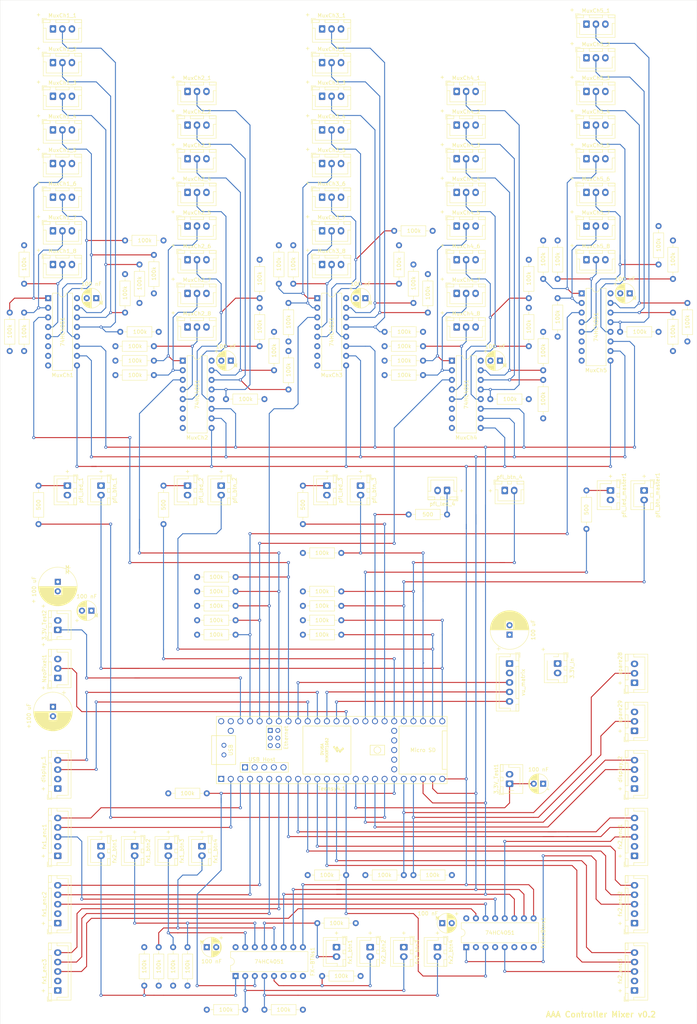
<source format=kicad_pcb>
(kicad_pcb (version 20171130) (host pcbnew 5.1.10)
  (title_block (title "A³Pandemic - A³mixer") (date 2021-08-04) (rev v0.2) (company "A³ Ambisonic Audio Adventures (Haftungsbeschränkt) UG & Co. KG"))
  (layers (0 F.Cu signal) (1 In1.Cu power hide) (2 In2.Cu power hide) (31 B.Cu signal) (34 B.Paste user) (35 F.Paste user) (36 B.SilkS user) (37 F.SilkS user) (38 B.Mask user) (39 F.Mask user) (44 Edge.Cuts user))
  (net 0 "")
  (net 1 "Net-(FX-BTNs1-Pad1)")
  (net 2 s2)
  (net 3 "Net-(FX-BTNs1-Pad2)")
  (net 4 s1)
  (net 5 mux_selBtn_fx)
  (net 6 s0)
  (net 7 "Net-(FX-BTNs1-Pad4)")
  (net 8 "Net-(FX-BTNs1-Pad12)")
  (net 9 "Net-(FX-BTNs1-Pad5)")
  (net 10 "Net-(FX-BTNs1-Pad13)")
  (net 11 GND)
  (net 12 "Net-(FX-BTNs1-Pad14)")
  (net 13 "Net-(FX-BTNs1-Pad15)")
  (net 14 +3V3)
  (net 15 "Net-(fxEncBtns1-Pad4)")
  (net 16 mux_encBtn_fx)
  (net 17 "Net-(fxEncBtns1-Pad2)")
  (net 18 vu_clk)
  (net 19 vu_cs)
  (net 20 vu_din)
  (net 21 display_sda2)
  (net 22 display_scl2)
  (net 23 display_scl1)
  (net 24 display_sda1)
  (net 25 neopixel)
  (net 26 pfl_led_master)
  (net 27 pfl_led_ch4)
  (net 28 pfl_led_ch3)
  (net 29 pfl_led_ch2)
  (net 30 pfl_led_ch1)
  (net 31 pfl_btn_master)
  (net 32 pfl_btn_ch4)
  (net 33 pfl_btn_ch3)
  (net 34 pfl_btn_ch2)
  (net 35 pfl_btn_ch1)
  (net 36 rEnc0_DT)
  (net 37 rEnc0_clk)
  (net 38 rEnc1_DT)
  (net 39 rEnc1_clk)
  (net 40 rEnc2_clk)
  (net 41 rEnc2_DT)
  (net 42 rEnc3_DT)
  (net 43 rEnc3_clk)
  (net 44 rEnc4_clk)
  (net 45 rEnc4_DT)
  (net 46 rEnc5_DT)
  (net 47 rEnc5_clk)
  (net 48 pin28)
  (net 49 pin29)
  (net 50 mux_ch1)
  (net 51 mux_ch2)
  (net 52 mux_ch3)
  (net 53 mux_ch4)
  (net 54 mux_master)
  (net 55 "Net-(U5-Pad49)")
  (net 56 "Net-(U5-Pad59)")
  (net 57 "Net-(U5-Pad58)")
  (net 58 "Net-(U5-Pad57)")
  (net 59 "Net-(U5-Pad56)")
  (net 60 "Net-(U5-Pad55)")
  (net 61 "Net-(U5-Pad48)")
  (net 62 "Net-(U5-Pad60)")
  (net 63 "Net-(U5-Pad65)")
  (net 64 "Net-(U5-Pad61)")
  (net 65 "Net-(U5-Pad64)")
  (net 66 "Net-(U5-Pad63)")
  (net 67 "Net-(U5-Pad62)")
  (net 68 "Net-(U5-Pad50)")
  (net 69 "Net-(U5-Pad51)")
  (net 70 "Net-(U5-Pad52)")
  (net 71 "Net-(U5-Pad53)")
  (net 72 "Net-(U5-Pad54)")
  (net 73 "Net-(U5-Pad67)")
  (net 74 "Net-(U5-Pad66)")
  (net 75 "Net-(fx1_enc1-Pad3)")
  (net 76 "Net-(fx1_enc2-Pad3)")
  (net 77 "Net-(fx1_enc3-Pad3)")
  (net 78 "Net-(fx2_enc1-Pad3)")
  (net 79 "Net-(fx2_enc2-Pad3)")
  (net 80 "Net-(fx2_enc3-Pad3)")
  (net 81 "Net-(MuxCh1-Pad1)")
  (net 82 "Net-(MuxCh1-Pad2)")
  (net 83 "Net-(MuxCh1-Pad4)")
  (net 84 "Net-(MuxCh1-Pad12)")
  (net 85 "Net-(MuxCh1-Pad5)")
  (net 86 "Net-(MuxCh1-Pad13)")
  (net 87 "Net-(MuxCh1-Pad14)")
  (net 88 "Net-(MuxCh1-Pad15)")
  (net 89 "Net-(MuxCh1_11-Pad2)")
  (net 90 "Net-(MuxCh1_10-Pad2)")
  (net 91 "Net-(MuxCh1_9-Pad2)")
  (net 92 "Net-(MuxCh1_14-Pad2)")
  (net 93 "Net-(MuxCh1_12-Pad2)")
  (net 94 "Net-(MuxCh1_16-Pad2)")
  (net 95 "Net-(MuxCh1_15-Pad2)")
  (net 96 "Net-(MuxCh1_13-Pad2)")
  (net 97 "Net-(MuxCh1_19-Pad2)")
  (net 98 "Net-(MuxCh1_18-Pad2)")
  (net 99 "Net-(MuxCh1_17-Pad2)")
  (net 100 "Net-(MuxCh1_22-Pad2)")
  (net 101 "Net-(MuxCh1_20-Pad2)")
  (net 102 "Net-(MuxCh1_24-Pad2)")
  (net 103 "Net-(MuxCh1_23-Pad2)")
  (net 104 "Net-(MuxCh1_21-Pad2)")
  (net 105 "Net-(MuxCh1_29-Pad2)")
  (net 106 "Net-(MuxCh1_31-Pad2)")
  (net 107 "Net-(MuxCh1_32-Pad2)")
  (net 108 "Net-(MuxCh1_28-Pad2)")
  (net 109 "Net-(MuxCh1_30-Pad2)")
  (net 110 "Net-(MuxCh1_25-Pad2)")
  (net 111 "Net-(MuxCh1_26-Pad2)")
  (net 112 "Net-(MuxCh1_27-Pad2)")
  (net 113 "Net-(MuxCh1_37-Pad2)")
  (net 114 "Net-(MuxCh1_39-Pad2)")
  (net 115 "Net-(MuxCh1_40-Pad2)")
  (net 116 "Net-(MuxCh1_36-Pad2)")
  (net 117 "Net-(MuxCh1_38-Pad2)")
  (net 118 "Net-(MuxCh1_33-Pad2)")
  (net 119 "Net-(MuxCh1_34-Pad2)")
  (net 120 "Net-(MuxCh1_35-Pad2)")
  (net 121 "Net-(R18-Pad1)")
  (net 122 "Net-(R30-Pad2)")
  (net 123 "Net-(R31-Pad2)")
  (net 124 "Net-(R32-Pad2)")
  (net 125 "Net-(R33-Pad2)")
  (net 126 "Net-(3.3V_Test1-Pad1)")
  (net 127 "Net-(3.3V_Test2-Pad1)")
  (module teensy:Teensy41 (layer F.Cu) (at 100.33 210.82)
    (fp_text reference U5 hide)
    (fp_text value Teensy4.1 (at 0 10.16) (layer F.SilkS))
    (fp_text user DVJ6A (at -2.54 -0.18 270) (layer F.SilkS) (effects (font (size 0.7 0.7))))
    (fp_text user MIMXRT1062 (at -1.27 0 270) (layer F.SilkS) (effects (font (size 0.7 0.7))))
    (fp_text user "Micro SD" (at 24.13 0) (layer F.SilkS))
    (fp_text user USB (at -26.67 0 270) (layer F.SilkS))
    (fp_text user Ethernet (at -12.065 -3.2766 90) (layer F.SilkS))
    (fp_text user "USB Host" (at -18.4658 2.4892) (layer F.SilkS))
    (pad 49 thru_hole circle (at -26.67 -5.08) (size 1.6 1.6) (drill 1.1) (layers *.Cu *.Mask) (net 55 "Net-(U5-Pad49)"))
    (pad 59 thru_hole circle (at -12.7508 4.5692) (size 1.6 1.6) (drill 1.1) (layers *.Cu *.Mask) (net 56 "Net-(U5-Pad59)"))
    (pad 58 thru_hole circle (at -15.2908 4.5692) (size 1.6 1.6) (drill 1.1) (layers *.Cu *.Mask) (net 57 "Net-(U5-Pad58)"))
    (pad 57 thru_hole circle (at -17.8308 4.5692) (size 1.6 1.6) (drill 1.1) (layers *.Cu *.Mask) (net 58 "Net-(U5-Pad57)"))
    (pad 56 thru_hole circle (at -20.3708 4.5692) (size 1.6 1.6) (drill 1.1) (layers *.Cu *.Mask) (net 59 "Net-(U5-Pad56)"))
    (pad 55 thru_hole rect (at -22.9108 4.5692) (size 1.6 1.6) (drill 1.1) (layers *.Cu *.Mask) (net 60 "Net-(U5-Pad55)"))
    (pad 48 thru_hole circle (at -29.21 -7.62) (size 1.6 1.6) (drill 1.1) (layers *.Cu *.Mask) (net 61 "Net-(U5-Pad48)"))
    (pad 47 thru_hole circle (at -26.67 -7.62) (size 1.6 1.6) (drill 1.1) (layers *.Cu *.Mask) (net 11 GND))
    (pad 46 thru_hole circle (at -24.13 -7.62) (size 1.6 1.6) (drill 1.1) (layers *.Cu *.Mask) (net 127 "Net-(3.3V_Test2-Pad1)"))
    (pad 45 thru_hole circle (at -21.59 -7.62) (size 1.6 1.6) (drill 1.1) (layers *.Cu *.Mask) (net 54 mux_master))
    (pad 44 thru_hole circle (at -19.05 -7.62) (size 1.6 1.6) (drill 1.1) (layers *.Cu *.Mask) (net 53 mux_ch4))
    (pad 43 thru_hole circle (at -16.51 -7.62) (size 1.6 1.6) (drill 1.1) (layers *.Cu *.Mask) (net 52 mux_ch3))
    (pad 42 thru_hole circle (at -13.97 -7.62) (size 1.6 1.6) (drill 1.1) (layers *.Cu *.Mask) (net 51 mux_ch2))
    (pad 41 thru_hole circle (at -11.43 -7.62) (size 1.6 1.6) (drill 1.1) (layers *.Cu *.Mask) (net 50 mux_ch1))
    (pad 40 thru_hole circle (at -8.89 -7.62) (size 1.6 1.6) (drill 1.1) (layers *.Cu *.Mask) (net 20 vu_din))
    (pad 39 thru_hole circle (at -6.35 -7.62) (size 1.6 1.6) (drill 1.1) (layers *.Cu *.Mask) (net 24 display_sda1))
    (pad 38 thru_hole circle (at -3.81 -7.62) (size 1.6 1.6) (drill 1.1) (layers *.Cu *.Mask) (net 23 display_scl1))
    (pad 37 thru_hole circle (at -1.27 -7.62) (size 1.6 1.6) (drill 1.1) (layers *.Cu *.Mask) (net 19 vu_cs))
    (pad 36 thru_hole circle (at 1.27 -7.62) (size 1.6 1.6) (drill 1.1) (layers *.Cu *.Mask) (net 18 vu_clk))
    (pad 35 thru_hole circle (at 3.81 -7.62) (size 1.6 1.6) (drill 1.1) (layers *.Cu *.Mask) (net 25 neopixel))
    (pad 1 thru_hole rect (at -29.21 7.62) (size 1.6 1.6) (drill 1.1) (layers *.Cu *.Mask) (net 11 GND))
    (pad 2 thru_hole circle (at -26.67 7.62) (size 1.6 1.6) (drill 1.1) (layers *.Cu *.Mask) (net 36 rEnc0_DT))
    (pad 3 thru_hole circle (at -24.13 7.62) (size 1.6 1.6) (drill 1.1) (layers *.Cu *.Mask) (net 37 rEnc0_clk))
    (pad 4 thru_hole circle (at -21.59 7.62) (size 1.6 1.6) (drill 1.1) (layers *.Cu *.Mask) (net 38 rEnc1_DT))
    (pad 5 thru_hole circle (at -19.05 7.62) (size 1.6 1.6) (drill 1.1) (layers *.Cu *.Mask) (net 39 rEnc1_clk))
    (pad 6 thru_hole circle (at -16.51 7.62) (size 1.6 1.6) (drill 1.1) (layers *.Cu *.Mask) (net 41 rEnc2_DT))
    (pad 7 thru_hole circle (at -13.97 7.62) (size 1.6 1.6) (drill 1.1) (layers *.Cu *.Mask) (net 40 rEnc2_clk))
    (pad 8 thru_hole circle (at -11.43 7.62) (size 1.6 1.6) (drill 1.1) (layers *.Cu *.Mask) (net 42 rEnc3_DT))
    (pad 9 thru_hole circle (at -8.89 7.62) (size 1.6 1.6) (drill 1.1) (layers *.Cu *.Mask) (net 43 rEnc3_clk))
    (pad 10 thru_hole circle (at -6.35 7.62) (size 1.6 1.6) (drill 1.1) (layers *.Cu *.Mask) (net 45 rEnc4_DT))
    (pad 11 thru_hole circle (at -3.81 7.62) (size 1.6 1.6) (drill 1.1) (layers *.Cu *.Mask) (net 44 rEnc4_clk))
    (pad 12 thru_hole circle (at -1.27 7.62) (size 1.6 1.6) (drill 1.1) (layers *.Cu *.Mask) (net 46 rEnc5_DT))
    (pad 13 thru_hole circle (at 1.27 7.62) (size 1.6 1.6) (drill 1.1) (layers *.Cu *.Mask) (net 47 rEnc5_clk))
    (pad 34 thru_hole circle (at 6.35 -7.62) (size 1.6 1.6) (drill 1.1) (layers *.Cu *.Mask) (net 11 GND))
    (pad 33 thru_hole circle (at 8.89 -7.62) (size 1.6 1.6) (drill 1.1) (layers *.Cu *.Mask) (net 122 "Net-(R30-Pad2)"))
    (pad 32 thru_hole circle (at 11.43 -7.62) (size 1.6 1.6) (drill 1.1) (layers *.Cu *.Mask) (net 123 "Net-(R31-Pad2)"))
    (pad 31 thru_hole circle (at 13.97 -7.62) (size 1.6 1.6) (drill 1.1) (layers *.Cu *.Mask) (net 124 "Net-(R32-Pad2)"))
    (pad 30 thru_hole circle (at 16.51 -7.62) (size 1.6 1.6) (drill 1.1) (layers *.Cu *.Mask) (net 125 "Net-(R33-Pad2)"))
    (pad 29 thru_hole circle (at 19.05 -7.62) (size 1.6 1.6) (drill 1.1) (layers *.Cu *.Mask) (net 31 pfl_btn_master))
    (pad 28 thru_hole circle (at 21.59 -7.62) (size 1.6 1.6) (drill 1.1) (layers *.Cu *.Mask) (net 32 pfl_btn_ch4))
    (pad 27 thru_hole circle (at 24.13 -7.62) (size 1.6 1.6) (drill 1.1) (layers *.Cu *.Mask) (net 33 pfl_btn_ch3))
    (pad 26 thru_hole circle (at 26.67 -7.62) (size 1.6 1.6) (drill 1.1) (layers *.Cu *.Mask) (net 34 pfl_btn_ch2))
    (pad 25 thru_hole circle (at 29.21 -7.62) (size 1.6 1.6) (drill 1.1) (layers *.Cu *.Mask) (net 35 pfl_btn_ch1))
    (pad 24 thru_hole circle (at 29.21 7.62) (size 1.6 1.6) (drill 1.1) (layers *.Cu *.Mask) (net 2 s2))
    (pad 23 thru_hole circle (at 26.67 7.62) (size 1.6 1.6) (drill 1.1) (layers *.Cu *.Mask) (net 4 s1))
    (pad 22 thru_hole circle (at 24.13 7.62) (size 1.6 1.6) (drill 1.1) (layers *.Cu *.Mask) (net 6 s0))
    (pad 21 thru_hole circle (at 21.59 7.62) (size 1.6 1.6) (drill 1.1) (layers *.Cu *.Mask) (net 49 pin29))
    (pad 14 thru_hole circle (at 3.81 7.62) (size 1.6 1.6) (drill 1.1) (layers *.Cu *.Mask) (net 16 mux_encBtn_fx))
    (pad 15 thru_hole circle (at 6.35 7.62) (size 1.6 1.6) (drill 1.1) (layers *.Cu *.Mask) (net 126 "Net-(3.3V_Test1-Pad1)"))
    (pad 16 thru_hole circle (at 8.89 7.62) (size 1.6 1.6) (drill 1.1) (layers *.Cu *.Mask) (net 22 display_scl2))
    (pad 20 thru_hole circle (at 19.05 7.62) (size 1.6 1.6) (drill 1.1) (layers *.Cu *.Mask) (net 48 pin28))
    (pad 19 thru_hole circle (at 16.51 7.62) (size 1.6 1.6) (drill 1.1) (layers *.Cu *.Mask) (net 5 mux_selBtn_fx))
    (pad 18 thru_hole circle (at 13.97 7.62) (size 1.6 1.6) (drill 1.1) (layers *.Cu *.Mask) (net 121 "Net-(R18-Pad1)"))
    (pad 17 thru_hole circle (at 11.43 7.62) (size 1.6 1.6) (drill 1.1) (layers *.Cu *.Mask) (net 21 display_sda2))
    (pad 60 thru_hole rect (at -16.24 -5.1816) (size 1.3 1.3) (drill 0.8) (layers *.Cu *.Mask) (net 62 "Net-(U5-Pad60)"))
    (pad 65 thru_hole circle (at -14.24 -5.1816) (size 1.3 1.3) (drill 0.8) (layers *.Cu *.Mask) (net 63 "Net-(U5-Pad65)"))
    (pad 61 thru_hole circle (at -16.24 -3.1816) (size 1.3 1.3) (drill 0.8) (layers *.Cu *.Mask) (net 64 "Net-(U5-Pad61)"))
    (pad 64 thru_hole circle (at -14.24 -3.1816) (size 1.3 1.3) (drill 0.8) (layers *.Cu *.Mask) (net 65 "Net-(U5-Pad64)"))
    (pad 63 thru_hole circle (at -14.24 -1.1816) (size 1.3 1.3) (drill 0.8) (layers *.Cu *.Mask) (net 66 "Net-(U5-Pad63)"))
    (pad 62 thru_hole circle (at -16.24 -1.1816) (size 1.3 1.3) (drill 0.8) (layers *.Cu *.Mask) (net 67 "Net-(U5-Pad62)"))
    (pad 50 thru_hole circle (at 16.51 5.08) (size 1.6 1.6) (drill 1.1) (layers *.Cu *.Mask) (net 68 "Net-(U5-Pad50)"))
    (pad 51 thru_hole circle (at 16.51 2.54) (size 1.6 1.6) (drill 1.1) (layers *.Cu *.Mask) (net 69 "Net-(U5-Pad51)"))
    (pad 52 thru_hole circle (at 16.51 0) (size 1.6 1.6) (drill 1.1) (layers *.Cu *.Mask) (net 70 "Net-(U5-Pad52)"))
    (pad 53 thru_hole circle (at 16.51 -2.54) (size 1.6 1.6) (drill 1.1) (layers *.Cu *.Mask) (net 71 "Net-(U5-Pad53)"))
    (pad 54 thru_hole circle (at 16.51 -5.08) (size 1.6 1.6) (drill 1.1) (layers *.Cu *.Mask) (net 72 "Net-(U5-Pad54)"))
    (pad 67 thru_hole circle (at -28.48 1.27) (size 1.3 1.3) (drill 0.8) (layers *.Cu *.Mask) (net 73 "Net-(U5-Pad67)"))
    (pad 66 thru_hole circle (at -28.48 -1.27) (size 1.3 1.3) (drill 0.8) (layers *.Cu *.Mask) (net 74 "Net-(U5-Pad66)"))
  )
  (module Connector_JST:JST_XH_B2B-XH-A_1x02_P2.50mm_Vertical (layer F.Cu) (at 182.88 142.24 270)
    (fp_text reference pfl_btn_master1 (at 1.25 -3.55 90) (layer F.SilkS))
    (fp_text value Conn_01x02 hide)
    (pad 1 thru_hole roundrect (at 0 0 270) (size 1.7 2) (drill 1) (layers *.Cu *.Mask) (roundrect_rratio 0.1470588235294118) (net 14 +3V3))
    (pad 2 thru_hole oval (at 2.5 0 270) (size 1.7 2) (drill 1) (layers *.Cu *.Mask) (net 31 pfl_btn_master))
  )
  (module Resistor_THT:R_Axial_DIN0207_L6.3mm_D2.5mm_P10.16mm_Horizontal (layer F.Cu) (at 53.34 107.95 180)
    (fp_text reference R26 hide)
    (fp_text value "100k   " (at 3.81 0) (layer F.SilkS))
    (pad 1 thru_hole circle (at 0 0 180) (size 1.6 1.6) (drill 0.8) (layers *.Cu *.Mask) (net 96 "Net-(MuxCh1_13-Pad2)"))
    (pad 2 thru_hole oval (at 10.16 0 180) (size 1.6 1.6) (drill 0.8) (layers *.Cu *.Mask) (net 11 GND))
  )
  (module MountingHole:MountingHole_2.5mm (layer F.Cu) (at 154.94 68.58)
    (fp_text reference REF** hide)
    (fp_text value MountingHole_2.5mm hide)
    (pad 1 np_thru_hole circle (at 0 0) (size 2.5 2.5) (drill 2.5) (layers *.Cu *.Mask))
  )
  (module MountingHole:MountingHole_2.5mm (layer F.Cu) (at 49.53 68.58)
    (fp_text reference REF** hide)
    (fp_text value MountingHole_2.5mm hide)
    (pad 1 np_thru_hole circle (at 0 0) (size 2.5 2.5) (drill 2.5) (layers *.Cu *.Mask))
  )
  (module MountingHole:MountingHole_2.5mm (layer F.Cu) (at 83.82 68.58)
    (fp_text reference REF** hide)
    (fp_text value MountingHole_2.5mm hide)
    (pad 1 np_thru_hole circle (at 0 0) (size 2.5 2.5) (drill 2.5) (layers *.Cu *.Mask))
  )
  (module MountingHole:MountingHole_2.5mm (layer F.Cu) (at 120.65 68.58)
    (fp_text reference REF** hide)
    (fp_text value MountingHole_2.5mm hide)
    (pad 1 np_thru_hole circle (at 0 0) (size 2.5 2.5) (drill 2.5) (layers *.Cu *.Mask))
  )
  (module MountingHole:MountingHole_2.5mm (layer F.Cu) (at 146.05 205.74)
    (fp_text reference REF** hide)
    (fp_text value MountingHole_2.5mm hide)
    (pad 1 np_thru_hole circle (at 0 0) (size 2.5 2.5) (drill 2.5) (layers *.Cu *.Mask))
  )
  (module MountingHole:MountingHole_2.5mm (layer F.Cu) (at 90.17 240.03)
    (fp_text reference REF** hide)
    (fp_text value MountingHole_2.5mm hide)
    (pad 1 np_thru_hole circle (at 0 0) (size 2.5 2.5) (drill 2.5) (layers *.Cu *.Mask))
  )
  (module MountingHole:MountingHole_2.5mm (layer F.Cu) (at 60.96 205.74)
    (fp_text reference REF** hide)
    (fp_text value MountingHole_2.5mm hide)
    (pad 1 np_thru_hole circle (at 0 0) (size 2.5 2.5) (drill 2.5) (layers *.Cu *.Mask))
  )
  (module MountingHole:MountingHole_2.5mm (layer F.Cu) (at 97.79 118.11)
    (fp_text reference REF** hide)
    (fp_text value MountingHole_2.5mm hide)
    (pad 1 np_thru_hole circle (at 0 0) (size 2.5 2.5) (drill 2.5) (layers *.Cu *.Mask))
  )
  (module MountingHole:MountingHole_2.5mm (layer F.Cu) (at 16.51 68.58)
    (fp_text reference REF** hide)
    (fp_text value MountingHole_2.5mm hide)
    (pad 1 np_thru_hole circle (at 0 0) (size 2.5 2.5) (drill 2.5) (layers *.Cu *.Mask))
  )
  (module MountingHole:MountingHole_2.5mm (layer F.Cu) (at 16.51 118.11)
    (fp_text reference REF** hide)
    (fp_text value MountingHole_2.5mm hide)
    (pad 1 np_thru_hole circle (at 0 0) (size 2.5 2.5) (drill 2.5) (layers *.Cu *.Mask))
  )
  (module MountingHole:MountingHole_2.5mm (layer F.Cu) (at 16.51 166.37)
    (fp_text reference REF** hide)
    (fp_text value MountingHole_2.5mm hide)
    (pad 1 np_thru_hole circle (at 0 0) (size 2.5 2.5) (drill 2.5) (layers *.Cu *.Mask))
  )
  (module MountingHole:MountingHole_2.5mm (layer F.Cu) (at 16.51 218.44)
    (fp_text reference REF** hide)
    (fp_text value MountingHole_2.5mm hide)
    (pad 1 np_thru_hole circle (at 0 0) (size 2.5 2.5) (drill 2.5) (layers *.Cu *.Mask))
  )
  (module MountingHole:MountingHole_2.5mm (layer F.Cu) (at 148.59 279.4)
    (fp_text reference REF** hide)
    (fp_text value MountingHole_2.5mm hide)
    (pad 1 np_thru_hole circle (at 0 0) (size 2.5 2.5) (drill 2.5) (layers *.Cu *.Mask))
  )
  (module MountingHole:MountingHole_2.5mm (layer F.Cu) (at 16.51 279.4)
    (fp_text reference REF** hide)
    (fp_text value MountingHole_2.5mm hide)
    (pad 1 np_thru_hole circle (at 0 0) (size 2.5 2.5) (drill 2.5) (layers *.Cu *.Mask))
  )
  (module MountingHole:MountingHole_2.5mm (layer F.Cu) (at 58.42 279.4)
    (fp_text reference REF** hide)
    (fp_text value MountingHole_2.5mm hide)
    (pad 1 np_thru_hole circle (at 0 0) (size 2.5 2.5) (drill 2.5) (layers *.Cu *.Mask))
  )
  (module MountingHole:MountingHole_2.5mm (layer F.Cu) (at 102.87 279.4)
    (fp_text reference REF** hide)
    (fp_text value MountingHole_2.5mm hide)
    (pad 1 np_thru_hole circle (at 0 0) (size 2.5 2.5) (drill 2.5) (layers *.Cu *.Mask))
  )
  (module MountingHole:MountingHole_2.5mm (layer F.Cu) (at 193.04 279.4)
    (fp_text reference REF** hide)
    (fp_text value MountingHole_2.5mm hide)
    (pad 1 np_thru_hole circle (at 0 0) (size 2.5 2.5) (drill 2.5) (layers *.Cu *.Mask))
  )
  (module MountingHole:MountingHole_2.5mm (layer F.Cu) (at 191.77 218.44)
    (fp_text reference REF** hide)
    (fp_text value MountingHole_2.5mm hide)
    (pad 1 np_thru_hole circle (at 0 0) (size 2.5 2.5) (drill 2.5) (layers *.Cu *.Mask))
  )
  (module MountingHole:MountingHole_2.5mm (layer F.Cu) (at 193.04 166.37)
    (fp_text reference REF** hide)
    (fp_text value MountingHole_2.5mm hide)
    (pad 1 np_thru_hole circle (at 0 0) (size 2.5 2.5) (drill 2.5) (layers *.Cu *.Mask))
  )
  (module MountingHole:MountingHole_2.5mm (layer F.Cu) (at 193.04 118.11)
    (fp_text reference REF** hide)
    (fp_text value MountingHole_2.5mm hide)
    (pad 1 np_thru_hole circle (at 0 0) (size 2.5 2.5) (drill 2.5) (layers *.Cu *.Mask))
  )
  (module MountingHole:MountingHole_2.5mm (layer F.Cu) (at 193.04 68.58)
    (fp_text reference REF** hide)
    (fp_text value MountingHole_2.5mm hide)
    (pad 1 np_thru_hole circle (at 0 0) (size 2.5 2.5) (drill 2.5) (layers *.Cu *.Mask))
  )
  (module MountingHole:MountingHole_2.5mm (layer F.Cu) (at 193.04 16.51)
    (fp_text reference REF** hide)
    (fp_text value MountingHole_2.5mm hide)
    (pad 1 np_thru_hole circle (at 0 0) (size 2.5 2.5) (drill 2.5) (layers *.Cu *.Mask))
  )
  (module MountingHole:MountingHole_2.5mm (layer F.Cu) (at 135.89 16.51)
    (fp_text reference REF** hide)
    (fp_text value MountingHole_2.5mm hide)
    (pad 1 np_thru_hole circle (at 0 0) (size 2.5 2.5) (drill 2.5) (layers *.Cu *.Mask))
  )
  (module MountingHole:MountingHole_2.5mm (layer F.Cu) (at 64.77 16.51)
    (fp_text reference REF** hide)
    (fp_text value MountingHole_2.5mm hide)
    (pad 1 np_thru_hole circle (at 0 0) (size 2.5 2.5) (drill 2.5) (layers *.Cu *.Mask))
  )
  (module MountingHole:MountingHole_2.5mm (layer F.Cu) (at 16.51 16.51)
    (fp_text reference REF** hide)
    (fp_text value MountingHole_2.5mm hide)
    (pad 1 np_thru_hole circle (at 0 0) (size 2.5 2.5) (drill 2.5) (layers *.Cu *.Mask))
  )
  (module Resistor_THT:R_Axial_DIN0207_L6.3mm_D2.5mm_P10.16mm_Horizontal (layer F.Cu) (at 62.23 262.89 270)
    (fp_text reference R2 hide)
    (fp_text value 100k (at 5.08 0 90) (layer F.SilkS))
    (pad 1 thru_hole circle (at 0 0 270) (size 1.6 1.6) (drill 0.8) (layers *.Cu *.Mask) (net 12 "Net-(FX-BTNs1-Pad14)"))
    (pad 2 thru_hole oval (at 10.16 0 270) (size 1.6 1.6) (drill 0.8) (layers *.Cu *.Mask) (net 11 GND))
  )
  (module Resistor_THT:R_Axial_DIN0207_L6.3mm_D2.5mm_P10.16mm_Horizontal (layer F.Cu) (at 15.24 95.25 270)
    (fp_text reference R13 hide)
    (fp_text value "100k   " (at 3.81 0 90) (layer F.SilkS))
    (pad 1 thru_hole circle (at 0 0 270) (size 1.6 1.6) (drill 0.8) (layers *.Cu *.Mask) (net 81 "Net-(MuxCh1-Pad1)"))
    (pad 2 thru_hole oval (at 10.16 0 270) (size 1.6 1.6) (drill 0.8) (layers *.Cu *.Mask) (net 11 GND))
  )
  (module Package_DIP:DIP-16_W7.62mm (layer F.Cu) (at 74.93 270.51 90)
    (fp_text reference FX-BTNs1 (at 3.81 20.32 90) (layer F.SilkS))
    (fp_text value 74HC4051 (at 3.81 8.89 180) (layer F.SilkS))
    (pad 16 thru_hole oval (at 7.62 0 90) (size 1.6 1.6) (drill 0.8) (layers *.Cu *.Mask) (net 14 +3V3))
    (pad 8 thru_hole oval (at 0 17.78 90) (size 1.6 1.6) (drill 0.8) (layers *.Cu *.Mask) (net 11 GND))
    (pad 15 thru_hole oval (at 7.62 2.54 90) (size 1.6 1.6) (drill 0.8) (layers *.Cu *.Mask) (net 13 "Net-(FX-BTNs1-Pad15)"))
    (pad 7 thru_hole oval (at 0 15.24 90) (size 1.6 1.6) (drill 0.8) (layers *.Cu *.Mask) (net 11 GND))
    (pad 14 thru_hole oval (at 7.62 5.08 90) (size 1.6 1.6) (drill 0.8) (layers *.Cu *.Mask) (net 12 "Net-(FX-BTNs1-Pad14)"))
    (pad 6 thru_hole oval (at 0 12.7 90) (size 1.6 1.6) (drill 0.8) (layers *.Cu *.Mask) (net 11 GND))
    (pad 13 thru_hole oval (at 7.62 7.62 90) (size 1.6 1.6) (drill 0.8) (layers *.Cu *.Mask) (net 10 "Net-(FX-BTNs1-Pad13)"))
    (pad 5 thru_hole oval (at 0 10.16 90) (size 1.6 1.6) (drill 0.8) (layers *.Cu *.Mask) (net 9 "Net-(FX-BTNs1-Pad5)"))
    (pad 12 thru_hole oval (at 7.62 10.16 90) (size 1.6 1.6) (drill 0.8) (layers *.Cu *.Mask) (net 8 "Net-(FX-BTNs1-Pad12)"))
    (pad 4 thru_hole oval (at 0 7.62 90) (size 1.6 1.6) (drill 0.8) (layers *.Cu *.Mask) (net 7 "Net-(FX-BTNs1-Pad4)"))
    (pad 11 thru_hole oval (at 7.62 12.7 90) (size 1.6 1.6) (drill 0.8) (layers *.Cu *.Mask) (net 6 s0))
    (pad 3 thru_hole oval (at 0 5.08 90) (size 1.6 1.6) (drill 0.8) (layers *.Cu *.Mask) (net 5 mux_selBtn_fx))
    (pad 10 thru_hole oval (at 7.62 15.24 90) (size 1.6 1.6) (drill 0.8) (layers *.Cu *.Mask) (net 4 s1))
    (pad 2 thru_hole oval (at 0 2.54 90) (size 1.6 1.6) (drill 0.8) (layers *.Cu *.Mask) (net 3 "Net-(FX-BTNs1-Pad2)"))
    (pad 9 thru_hole oval (at 7.62 17.78 90) (size 1.6 1.6) (drill 0.8) (layers *.Cu *.Mask) (net 2 s2))
    (pad 1 thru_hole rect (at 0 0 90) (size 1.6 1.6) (drill 0.8) (layers *.Cu *.Mask) (net 1 "Net-(FX-BTNs1-Pad1)"))
  )
  (module Connector_JST:JST_XH_B5B-XH-A_1x05_P2.50mm_Vertical (layer F.Cu) (at 27.94 256.54 90)
    (fp_text reference fx1_enc2 (at 5 -3.55 90) (layer F.SilkS))
    (fp_text value Conn_01x05 hide)
    (pad 5 thru_hole oval (at 10 0 90) (size 1.7 1.95) (drill 0.95) (layers *.Cu *.Mask) (net 39 rEnc1_clk))
    (pad 4 thru_hole oval (at 7.5 0 90) (size 1.7 1.95) (drill 0.95) (layers *.Cu *.Mask) (net 38 rEnc1_DT))
    (pad 3 thru_hole oval (at 5 0 90) (size 1.7 1.95) (drill 0.95) (layers *.Cu *.Mask) (net 76 "Net-(fx1_enc2-Pad3)"))
    (pad 2 thru_hole oval (at 2.5 0 90) (size 1.7 1.95) (drill 0.95) (layers *.Cu *.Mask) (net 11 GND))
    (pad 1 thru_hole roundrect (at 0 0 90) (size 1.7 1.95) (drill 0.95) (layers *.Cu *.Mask) (roundrect_rratio 0.1470588235294118) (net 14 +3V3))
  )
  (module Connector_JST:JST_XH_B3B-XH-A_1x03_P2.50mm_Vertical (layer F.Cu) (at 26.67 46.99)
    (fp_text reference MuxCh1_4 (at 2.5 -3.55) (layer F.SilkS))
    (fp_text value Conn_01x03 hide)
    (pad 3 thru_hole oval (at 5 0) (size 1.7 1.95) (drill 0.95) (layers *.Cu *.Mask) (net 11 GND))
    (pad 2 thru_hole oval (at 2.5 0) (size 1.7 1.95) (drill 0.95) (layers *.Cu *.Mask) (net 84 "Net-(MuxCh1-Pad12)"))
    (pad 1 thru_hole roundrect (at 0 0) (size 1.7 1.95) (drill 0.95) (layers *.Cu *.Mask) (roundrect_rratio 0.1470588235294118) (net 14 +3V3))
  )
  (module Connector_JST:JST_XH_B3B-XH-A_1x03_P2.50mm_Vertical (layer F.Cu) (at 26.67 55.88)
    (fp_text reference MuxCh1_5 (at 2.5 -3.55) (layer F.SilkS))
    (fp_text value Conn_01x03 hide)
    (pad 3 thru_hole oval (at 5 0) (size 1.7 1.95) (drill 0.95) (layers *.Cu *.Mask) (net 11 GND))
    (pad 2 thru_hole oval (at 2.5 0) (size 1.7 1.95) (drill 0.95) (layers *.Cu *.Mask) (net 81 "Net-(MuxCh1-Pad1)"))
    (pad 1 thru_hole roundrect (at 0 0) (size 1.7 1.95) (drill 0.95) (layers *.Cu *.Mask) (roundrect_rratio 0.1470588235294118) (net 14 +3V3))
  )
  (module Connector_JST:JST_XH_B3B-XH-A_1x03_P2.50mm_Vertical (layer F.Cu) (at 26.67 29.21)
    (fp_text reference MuxCh1_2 (at 2.5 -3.55) (layer F.SilkS))
    (fp_text value Conn_01x03 hide)
    (pad 1 thru_hole roundrect (at 0 0) (size 1.7 1.95) (drill 0.95) (layers *.Cu *.Mask) (roundrect_rratio 0.1470588235294118) (net 14 +3V3))
    (pad 2 thru_hole oval (at 2.5 0) (size 1.7 1.95) (drill 0.95) (layers *.Cu *.Mask) (net 87 "Net-(MuxCh1-Pad14)"))
    (pad 3 thru_hole oval (at 5 0) (size 1.7 1.95) (drill 0.95) (layers *.Cu *.Mask) (net 11 GND))
  )
  (module Package_DIP:DIP-16_W7.62mm (layer F.Cu) (at 25.4 91.44)
    (fp_text reference MuxCh1 (at 3.81 20.32) (layer F.SilkS))
    (fp_text value 74HC4051 (at 3.81 8.89 90) (layer F.SilkS))
    (pad 1 thru_hole rect (at 0 0) (size 1.6 1.6) (drill 0.8) (layers *.Cu *.Mask) (net 81 "Net-(MuxCh1-Pad1)"))
    (pad 9 thru_hole oval (at 7.62 17.78) (size 1.6 1.6) (drill 0.8) (layers *.Cu *.Mask) (net 2 s2))
    (pad 2 thru_hole oval (at 0 2.54) (size 1.6 1.6) (drill 0.8) (layers *.Cu *.Mask) (net 82 "Net-(MuxCh1-Pad2)"))
    (pad 10 thru_hole oval (at 7.62 15.24) (size 1.6 1.6) (drill 0.8) (layers *.Cu *.Mask) (net 4 s1))
    (pad 3 thru_hole oval (at 0 5.08) (size 1.6 1.6) (drill 0.8) (layers *.Cu *.Mask) (net 50 mux_ch1))
    (pad 11 thru_hole oval (at 7.62 12.7) (size 1.6 1.6) (drill 0.8) (layers *.Cu *.Mask) (net 6 s0))
    (pad 4 thru_hole oval (at 0 7.62) (size 1.6 1.6) (drill 0.8) (layers *.Cu *.Mask) (net 83 "Net-(MuxCh1-Pad4)"))
    (pad 12 thru_hole oval (at 7.62 10.16) (size 1.6 1.6) (drill 0.8) (layers *.Cu *.Mask) (net 84 "Net-(MuxCh1-Pad12)"))
    (pad 5 thru_hole oval (at 0 10.16) (size 1.6 1.6) (drill 0.8) (layers *.Cu *.Mask) (net 85 "Net-(MuxCh1-Pad5)"))
    (pad 13 thru_hole oval (at 7.62 7.62) (size 1.6 1.6) (drill 0.8) (layers *.Cu *.Mask) (net 86 "Net-(MuxCh1-Pad13)"))
    (pad 6 thru_hole oval (at 0 12.7) (size 1.6 1.6) (drill 0.8) (layers *.Cu *.Mask) (net 11 GND))
    (pad 14 thru_hole oval (at 7.62 5.08) (size 1.6 1.6) (drill 0.8) (layers *.Cu *.Mask) (net 87 "Net-(MuxCh1-Pad14)"))
    (pad 7 thru_hole oval (at 0 15.24) (size 1.6 1.6) (drill 0.8) (layers *.Cu *.Mask) (net 11 GND))
    (pad 15 thru_hole oval (at 7.62 2.54) (size 1.6 1.6) (drill 0.8) (layers *.Cu *.Mask) (net 88 "Net-(MuxCh1-Pad15)"))
    (pad 8 thru_hole oval (at 0 17.78) (size 1.6 1.6) (drill 0.8) (layers *.Cu *.Mask) (net 11 GND))
    (pad 16 thru_hole oval (at 7.62 0) (size 1.6 1.6) (drill 0.8) (layers *.Cu *.Mask) (net 14 +3V3))
  )
  (module Connector_JST:JST_XH_B3B-XH-A_1x03_P2.50mm_Vertical (layer F.Cu) (at 26.67 38.1)
    (fp_text reference MuxCh1_3 (at 2.5 -3.55) (layer F.SilkS))
    (fp_text value Conn_01x03 hide)
    (pad 3 thru_hole oval (at 5 0) (size 1.7 1.95) (drill 0.95) (layers *.Cu *.Mask) (net 11 GND))
    (pad 2 thru_hole oval (at 2.5 0) (size 1.7 1.95) (drill 0.95) (layers *.Cu *.Mask) (net 88 "Net-(MuxCh1-Pad15)"))
    (pad 1 thru_hole roundrect (at 0 0) (size 1.7 1.95) (drill 0.95) (layers *.Cu *.Mask) (roundrect_rratio 0.1470588235294118) (net 14 +3V3))
  )
  (module Connector_JST:JST_XH_B3B-XH-A_1x03_P2.50mm_Vertical (layer F.Cu) (at 26.67 64.77)
    (fp_text reference MuxCh1_6 (at 2.5 -3.55) (layer F.SilkS))
    (fp_text value Conn_01x03 hide)
    (pad 1 thru_hole roundrect (at 0 0) (size 1.7 1.95) (drill 0.95) (layers *.Cu *.Mask) (roundrect_rratio 0.1470588235294118) (net 14 +3V3))
    (pad 2 thru_hole oval (at 2.5 0) (size 1.7 1.95) (drill 0.95) (layers *.Cu *.Mask) (net 85 "Net-(MuxCh1-Pad5)"))
    (pad 3 thru_hole oval (at 5 0) (size 1.7 1.95) (drill 0.95) (layers *.Cu *.Mask) (net 11 GND))
  )
  (module Connector_JST:JST_XH_B3B-XH-A_1x03_P2.50mm_Vertical (layer F.Cu) (at 26.67 73.66)
    (fp_text reference MuxCh1_7 (at 2.5 -3.55) (layer F.SilkS))
    (fp_text value Conn_01x03 hide)
    (pad 1 thru_hole roundrect (at 0 0) (size 1.7 1.95) (drill 0.95) (layers *.Cu *.Mask) (roundrect_rratio 0.1470588235294118) (net 14 +3V3))
    (pad 2 thru_hole oval (at 2.5 0) (size 1.7 1.95) (drill 0.95) (layers *.Cu *.Mask) (net 82 "Net-(MuxCh1-Pad2)"))
    (pad 3 thru_hole oval (at 5 0) (size 1.7 1.95) (drill 0.95) (layers *.Cu *.Mask) (net 11 GND))
  )
  (module Connector_JST:JST_XH_B3B-XH-A_1x03_P2.50mm_Vertical (layer F.Cu) (at 26.67 82.55)
    (fp_text reference MuxCh1_8 (at 2.5 -3.55) (layer F.SilkS))
    (fp_text value Conn_01x03 hide)
    (pad 3 thru_hole oval (at 5 0) (size 1.7 1.95) (drill 0.95) (layers *.Cu *.Mask) (net 11 GND))
    (pad 2 thru_hole oval (at 2.5 0) (size 1.7 1.95) (drill 0.95) (layers *.Cu *.Mask) (net 83 "Net-(MuxCh1-Pad4)"))
    (pad 1 thru_hole roundrect (at 0 0) (size 1.7 1.95) (drill 0.95) (layers *.Cu *.Mask) (roundrect_rratio 0.1470588235294118) (net 14 +3V3))
  )
  (module Connector_JST:JST_XH_B3B-XH-A_1x03_P2.50mm_Vertical (layer F.Cu) (at 26.67 20.32)
    (fp_text reference MuxCh1_1 (at 2.5 -3.55) (layer F.SilkS))
    (fp_text value Conn_01x03 hide)
    (pad 3 thru_hole oval (at 5 0) (size 1.7 1.95) (drill 0.95) (layers *.Cu *.Mask) (net 11 GND))
    (pad 2 thru_hole oval (at 2.5 0) (size 1.7 1.95) (drill 0.95) (layers *.Cu *.Mask) (net 86 "Net-(MuxCh1-Pad13)"))
    (pad 1 thru_hole roundrect (at 0 0) (size 1.7 1.95) (drill 0.95) (layers *.Cu *.Mask) (roundrect_rratio 0.1470588235294118) (net 14 +3V3))
  )
  (module Connector_JST:JST_XH_B3B-XH-A_1x03_P2.50mm_Vertical (layer F.Cu) (at 27.94 191.77 90)
    (fp_text reference NeoPixel1 (at 2.5 -3.55 90) (layer F.SilkS))
    (fp_text value Conn_01x03 hide)
    (pad 1 thru_hole roundrect (at 0 0 90) (size 1.7 1.95) (drill 0.95) (layers *.Cu *.Mask) (roundrect_rratio 0.1470588235294118) (net 14 +3V3))
    (pad 2 thru_hole oval (at 2.5 0 90) (size 1.7 1.95) (drill 0.95) (layers *.Cu *.Mask) (net 25 neopixel))
    (pad 3 thru_hole oval (at 5 0 90) (size 1.7 1.95) (drill 0.95) (layers *.Cu *.Mask) (net 11 GND))
  )
  (module Connector_JST:JST_XH_B5B-XH-A_1x05_P2.50mm_Vertical (layer F.Cu) (at 147.32 187.96 270)
    (fp_text reference vu_matrix (at 5 -3.55 90) (layer F.SilkS))
    (fp_text value "MAX7219 led matrix vu" hide)
    (pad 5 thru_hole oval (at 10 0 270) (size 1.7 1.95) (drill 0.95) (layers *.Cu *.Mask) (net 18 vu_clk))
    (pad 4 thru_hole oval (at 7.5 0 270) (size 1.7 1.95) (drill 0.95) (layers *.Cu *.Mask) (net 19 vu_cs))
    (pad 3 thru_hole oval (at 5 0 270) (size 1.7 1.95) (drill 0.95) (layers *.Cu *.Mask) (net 20 vu_din))
    (pad 2 thru_hole oval (at 2.5 0 270) (size 1.7 1.95) (drill 0.95) (layers *.Cu *.Mask) (net 11 GND))
    (pad 1 thru_hole roundrect (at 0 0 270) (size 1.7 1.95) (drill 0.95) (layers *.Cu *.Mask) (roundrect_rratio 0.1470588235294118) (net 14 +3V3))
  )
  (module Connector_JST:JST_XH_B4B-XH-A_1x04_P2.50mm_Vertical (layer F.Cu) (at 27.94 220.98 90)
    (fp_text reference display_1 (at 5.08 -3.81 90) (layer F.SilkS))
    (fp_text value Conn_01x04 hide)
    (pad 1 thru_hole roundrect (at 0 0 90) (size 1.7 1.95) (drill 0.95) (layers *.Cu *.Mask) (roundrect_rratio 0.1470588235294118) (net 14 +3V3))
    (pad 2 thru_hole oval (at 2.5 0 90) (size 1.7 1.95) (drill 0.95) (layers *.Cu *.Mask) (net 11 GND))
    (pad 3 thru_hole oval (at 5 0 90) (size 1.7 1.95) (drill 0.95) (layers *.Cu *.Mask) (net 24 display_sda1))
    (pad 4 thru_hole oval (at 7.5 0 90) (size 1.7 1.95) (drill 0.95) (layers *.Cu *.Mask) (net 23 display_scl1))
  )
  (module Connector_JST:JST_XH_B4B-XH-A_1x04_P2.50mm_Vertical (layer F.Cu) (at 180.34 220.98 90)
    (fp_text reference display_2 (at 5.08 -3.81 90) (layer F.SilkS))
    (fp_text value Conn_01x04 hide)
    (pad 4 thru_hole oval (at 7.5 0 90) (size 1.7 1.95) (drill 0.95) (layers *.Cu *.Mask) (net 22 display_scl2))
    (pad 3 thru_hole oval (at 5 0 90) (size 1.7 1.95) (drill 0.95) (layers *.Cu *.Mask) (net 21 display_sda2))
    (pad 2 thru_hole oval (at 2.5 0 90) (size 1.7 1.95) (drill 0.95) (layers *.Cu *.Mask) (net 11 GND))
    (pad 1 thru_hole roundrect (at 0 0 90) (size 1.7 1.95) (drill 0.95) (layers *.Cu *.Mask) (roundrect_rratio 0.1470588235294118) (net 14 +3V3))
  )
  (module Connector_JST:JST_XH_B2B-XH-A_1x02_P2.50mm_Vertical (layer F.Cu) (at 101.6 262.89 270)
    (fp_text reference fx1_btn1 (at 1.25 -3.55 90) (layer F.SilkS))
    (fp_text value Conn_01x02 hide)
    (pad 1 thru_hole roundrect (at 0 0 270) (size 1.7 2) (drill 1) (layers *.Cu *.Mask) (roundrect_rratio 0.1470588235294118) (net 14 +3V3))
    (pad 2 thru_hole oval (at 2.5 0 270) (size 1.7 2) (drill 1) (layers *.Cu *.Mask) (net 10 "Net-(FX-BTNs1-Pad13)"))
  )
  (module Connector_JST:JST_XH_B2B-XH-A_1x02_P2.50mm_Vertical (layer F.Cu) (at 48.26 236.22 270)
    (fp_text reference fx1_btn2 (at 1.25 -3.55 90) (layer F.SilkS))
    (fp_text value Conn_01x02 hide)
    (pad 2 thru_hole oval (at 2.5 0 270) (size 1.7 2) (drill 1) (layers *.Cu *.Mask) (net 12 "Net-(FX-BTNs1-Pad14)"))
    (pad 1 thru_hole roundrect (at 0 0 270) (size 1.7 2) (drill 1) (layers *.Cu *.Mask) (roundrect_rratio 0.1470588235294118) (net 14 +3V3))
  )
  (module Connector_JST:JST_XH_B2B-XH-A_1x02_P2.50mm_Vertical (layer F.Cu) (at 57.15 236.22 270)
    (fp_text reference fx1_btn3 (at 1.25 -3.55 90) (layer F.SilkS))
    (fp_text value Conn_01x02 hide)
    (pad 2 thru_hole oval (at 2.5 0 270) (size 1.7 2) (drill 1) (layers *.Cu *.Mask) (net 13 "Net-(FX-BTNs1-Pad15)"))
    (pad 1 thru_hole roundrect (at 0 0 270) (size 1.7 2) (drill 1) (layers *.Cu *.Mask) (roundrect_rratio 0.1470588235294118) (net 14 +3V3))
  )
  (module Connector_JST:JST_XH_B2B-XH-A_1x02_P2.50mm_Vertical (layer F.Cu) (at 66.04 236.22 270)
    (fp_text reference fx1_btn4 (at 1.25 -3.55 90) (layer F.SilkS))
    (fp_text value Conn_01x02 hide)
    (pad 1 thru_hole roundrect (at 0 0 270) (size 1.7 2) (drill 1) (layers *.Cu *.Mask) (roundrect_rratio 0.1470588235294118) (net 14 +3V3))
    (pad 2 thru_hole oval (at 2.5 0 270) (size 1.7 2) (drill 1) (layers *.Cu *.Mask) (net 8 "Net-(FX-BTNs1-Pad12)"))
  )
  (module Connector_JST:JST_XH_B5B-XH-A_1x05_P2.50mm_Vertical (layer F.Cu) (at 27.94 238.76 90)
    (fp_text reference fx1_enc1 (at 5.08 -3.55 90) (layer F.SilkS))
    (fp_text value Conn_01x05 hide)
    (pad 5 thru_hole oval (at 10 0 90) (size 1.7 1.95) (drill 0.95) (layers *.Cu *.Mask) (net 37 rEnc0_clk))
    (pad 4 thru_hole oval (at 7.5 0 90) (size 1.7 1.95) (drill 0.95) (layers *.Cu *.Mask) (net 36 rEnc0_DT))
    (pad 3 thru_hole oval (at 5 0 90) (size 1.7 1.95) (drill 0.95) (layers *.Cu *.Mask) (net 75 "Net-(fx1_enc1-Pad3)"))
    (pad 2 thru_hole oval (at 2.5 0 90) (size 1.7 1.95) (drill 0.95) (layers *.Cu *.Mask) (net 11 GND))
    (pad 1 thru_hole roundrect (at 0 0 90) (size 1.7 1.95) (drill 0.95) (layers *.Cu *.Mask) (roundrect_rratio 0.1470588235294118) (net 14 +3V3))
  )
  (module Connector_JST:JST_XH_B5B-XH-A_1x05_P2.50mm_Vertical (layer F.Cu) (at 27.94 274.32 90)
    (fp_text reference fx1_enc3 (at 5 -3.55 90) (layer F.SilkS))
    (fp_text value Conn_01x05 hide)
    (pad 5 thru_hole oval (at 10 0 90) (size 1.7 1.95) (drill 0.95) (layers *.Cu *.Mask) (net 40 rEnc2_clk))
    (pad 4 thru_hole oval (at 7.5 0 90) (size 1.7 1.95) (drill 0.95) (layers *.Cu *.Mask) (net 41 rEnc2_DT))
    (pad 3 thru_hole oval (at 5 0 90) (size 1.7 1.95) (drill 0.95) (layers *.Cu *.Mask) (net 77 "Net-(fx1_enc3-Pad3)"))
    (pad 2 thru_hole oval (at 2.5 0 90) (size 1.7 1.95) (drill 0.95) (layers *.Cu *.Mask) (net 11 GND))
    (pad 1 thru_hole roundrect (at 0 0 90) (size 1.7 1.95) (drill 0.95) (layers *.Cu *.Mask) (roundrect_rratio 0.1470588235294118) (net 14 +3V3))
  )
  (module Connector_JST:JST_XH_B2B-XH-A_1x02_P2.50mm_Vertical (layer F.Cu) (at 39.37 236.22 270)
    (fp_text reference fx2_btn1 (at 1.25 -3.55 90) (layer F.SilkS))
    (fp_text value Conn_01x02 hide)
    (pad 2 thru_hole oval (at 2.5 0 270) (size 1.7 2) (drill 1) (layers *.Cu *.Mask) (net 1 "Net-(FX-BTNs1-Pad1)"))
    (pad 1 thru_hole roundrect (at 0 0 270) (size 1.7 2) (drill 1) (layers *.Cu *.Mask) (roundrect_rratio 0.1470588235294118) (net 14 +3V3))
  )
  (module Connector_JST:JST_XH_B2B-XH-A_1x02_P2.50mm_Vertical (layer F.Cu) (at 110.49 262.89 270)
    (fp_text reference fx2_btn2 (at 1.25 -3.55 90) (layer F.SilkS))
    (fp_text value Conn_01x02 hide)
    (pad 1 thru_hole roundrect (at 0 0 270) (size 1.7 2) (drill 1) (layers *.Cu *.Mask) (roundrect_rratio 0.1470588235294118) (net 14 +3V3))
    (pad 2 thru_hole oval (at 2.5 0 270) (size 1.7 2) (drill 1) (layers *.Cu *.Mask) (net 9 "Net-(FX-BTNs1-Pad5)"))
  )
  (module Connector_JST:JST_XH_B2B-XH-A_1x02_P2.50mm_Vertical (layer F.Cu) (at 119.38 262.89 270)
    (fp_text reference fx2_btn3 (at 1.25 -3.55 90) (layer F.SilkS))
    (fp_text value Conn_01x02 hide)
    (pad 2 thru_hole oval (at 2.5 0 270) (size 1.7 2) (drill 1) (layers *.Cu *.Mask) (net 3 "Net-(FX-BTNs1-Pad2)"))
    (pad 1 thru_hole roundrect (at 0 0 270) (size 1.7 2) (drill 1) (layers *.Cu *.Mask) (roundrect_rratio 0.1470588235294118) (net 14 +3V3))
  )
  (module Connector_JST:JST_XH_B2B-XH-A_1x02_P2.50mm_Vertical (layer F.Cu) (at 128.27 262.89 270)
    (fp_text reference fx2_btn4 (at 1.25 -3.55 90) (layer F.SilkS))
    (fp_text value Conn_01x02 hide)
    (pad 1 thru_hole roundrect (at 0 0 270) (size 1.7 2) (drill 1) (layers *.Cu *.Mask) (roundrect_rratio 0.1470588235294118) (net 14 +3V3))
    (pad 2 thru_hole oval (at 2.5 0 270) (size 1.7 2) (drill 1) (layers *.Cu *.Mask) (net 7 "Net-(FX-BTNs1-Pad4)"))
  )
  (module Connector_JST:JST_XH_B5B-XH-A_1x05_P2.50mm_Vertical (layer F.Cu) (at 180.34 238.76 90)
    (fp_text reference fx2_enc1 (at 5.08 -3.81 90) (layer F.SilkS))
    (fp_text value Conn_01x05 hide)
    (pad 1 thru_hole roundrect (at 0 0 90) (size 1.7 1.95) (drill 0.95) (layers *.Cu *.Mask) (roundrect_rratio 0.1470588235294118) (net 14 +3V3))
    (pad 2 thru_hole oval (at 2.5 0 90) (size 1.7 1.95) (drill 0.95) (layers *.Cu *.Mask) (net 11 GND))
    (pad 3 thru_hole oval (at 5 0 90) (size 1.7 1.95) (drill 0.95) (layers *.Cu *.Mask) (net 78 "Net-(fx2_enc1-Pad3)"))
    (pad 4 thru_hole oval (at 7.5 0 90) (size 1.7 1.95) (drill 0.95) (layers *.Cu *.Mask) (net 42 rEnc3_DT))
    (pad 5 thru_hole oval (at 10 0 90) (size 1.7 1.95) (drill 0.95) (layers *.Cu *.Mask) (net 43 rEnc3_clk))
  )
  (module Connector_JST:JST_XH_B5B-XH-A_1x05_P2.50mm_Vertical (layer F.Cu) (at 180.34 256.54 90)
    (fp_text reference fx2_enc2 (at 5.08 -3.81 90) (layer F.SilkS))
    (fp_text value Conn_01x05 hide)
    (pad 5 thru_hole oval (at 10 0 90) (size 1.7 1.95) (drill 0.95) (layers *.Cu *.Mask) (net 44 rEnc4_clk))
    (pad 4 thru_hole oval (at 7.5 0 90) (size 1.7 1.95) (drill 0.95) (layers *.Cu *.Mask) (net 45 rEnc4_DT))
    (pad 3 thru_hole oval (at 5 0 90) (size 1.7 1.95) (drill 0.95) (layers *.Cu *.Mask) (net 79 "Net-(fx2_enc2-Pad3)"))
    (pad 2 thru_hole oval (at 2.5 0 90) (size 1.7 1.95) (drill 0.95) (layers *.Cu *.Mask) (net 11 GND))
    (pad 1 thru_hole roundrect (at 0 0 90) (size 1.7 1.95) (drill 0.95) (layers *.Cu *.Mask) (roundrect_rratio 0.1470588235294118) (net 14 +3V3))
  )
  (module Connector_JST:JST_XH_B5B-XH-A_1x05_P2.50mm_Vertical (layer F.Cu) (at 180.34 274.32 90)
    (fp_text reference fx2_enc3 (at 5.08 -3.81 90) (layer F.SilkS))
    (fp_text value Conn_01x05 hide)
    (pad 1 thru_hole roundrect (at 0 0 90) (size 1.7 1.95) (drill 0.95) (layers *.Cu *.Mask) (roundrect_rratio 0.1470588235294118) (net 14 +3V3))
    (pad 2 thru_hole oval (at 2.5 0 90) (size 1.7 1.95) (drill 0.95) (layers *.Cu *.Mask) (net 11 GND))
    (pad 3 thru_hole oval (at 5 0 90) (size 1.7 1.95) (drill 0.95) (layers *.Cu *.Mask) (net 80 "Net-(fx2_enc3-Pad3)"))
    (pad 4 thru_hole oval (at 7.5 0 90) (size 1.7 1.95) (drill 0.95) (layers *.Cu *.Mask) (net 46 rEnc5_DT))
    (pad 5 thru_hole oval (at 10 0 90) (size 1.7 1.95) (drill 0.95) (layers *.Cu *.Mask) (net 47 rEnc5_clk))
  )
  (module Package_DIP:DIP-16_W7.62mm (layer F.Cu) (at 135.89 262.89 90)
    (fp_text reference fxEncBtns1 (at 3.81 20.32 90) (layer F.SilkS))
    (fp_text value 74HC4051 (at 3.81 8.89 180) (layer F.SilkS))
    (pad 1 thru_hole rect (at 0 0 90) (size 1.6 1.6) (drill 0.8) (layers *.Cu *.Mask) (net 79 "Net-(fx2_enc2-Pad3)"))
    (pad 9 thru_hole oval (at 7.62 17.78 90) (size 1.6 1.6) (drill 0.8) (layers *.Cu *.Mask) (net 2 s2))
    (pad 2 thru_hole oval (at 0 2.54 90) (size 1.6 1.6) (drill 0.8) (layers *.Cu *.Mask) (net 17 "Net-(fxEncBtns1-Pad2)"))
    (pad 10 thru_hole oval (at 7.62 15.24 90) (size 1.6 1.6) (drill 0.8) (layers *.Cu *.Mask) (net 4 s1))
    (pad 3 thru_hole oval (at 0 5.08 90) (size 1.6 1.6) (drill 0.8) (layers *.Cu *.Mask) (net 16 mux_encBtn_fx))
    (pad 11 thru_hole oval (at 7.62 12.7 90) (size 1.6 1.6) (drill 0.8) (layers *.Cu *.Mask) (net 6 s0))
    (pad 4 thru_hole oval (at 0 7.62 90) (size 1.6 1.6) (drill 0.8) (layers *.Cu *.Mask) (net 15 "Net-(fxEncBtns1-Pad4)"))
    (pad 12 thru_hole oval (at 7.62 10.16 90) (size 1.6 1.6) (drill 0.8) (layers *.Cu *.Mask) (net 78 "Net-(fx2_enc1-Pad3)"))
    (pad 5 thru_hole oval (at 0 10.16 90) (size 1.6 1.6) (drill 0.8) (layers *.Cu *.Mask) (net 80 "Net-(fx2_enc3-Pad3)"))
    (pad 13 thru_hole oval (at 7.62 7.62 90) (size 1.6 1.6) (drill 0.8) (layers *.Cu *.Mask) (net 75 "Net-(fx1_enc1-Pad3)"))
    (pad 6 thru_hole oval (at 0 12.7 90) (size 1.6 1.6) (drill 0.8) (layers *.Cu *.Mask) (net 11 GND))
    (pad 14 thru_hole oval (at 7.62 5.08 90) (size 1.6 1.6) (drill 0.8) (layers *.Cu *.Mask) (net 76 "Net-(fx1_enc2-Pad3)"))
    (pad 7 thru_hole oval (at 0 15.24 90) (size 1.6 1.6) (drill 0.8) (layers *.Cu *.Mask) (net 11 GND))
    (pad 15 thru_hole oval (at 7.62 2.54 90) (size 1.6 1.6) (drill 0.8) (layers *.Cu *.Mask) (net 77 "Net-(fx1_enc3-Pad3)"))
    (pad 8 thru_hole oval (at 0 17.78 90) (size 1.6 1.6) (drill 0.8) (layers *.Cu *.Mask) (net 11 GND))
    (pad 16 thru_hole oval (at 7.62 0 90) (size 1.6 1.6) (drill 0.8) (layers *.Cu *.Mask) (net 14 +3V3))
  )
  (module Connector_JST:JST_XH_B2B-XH-A_1x02_P2.50mm_Vertical (layer F.Cu) (at 39.37 140.97 270)
    (fp_text reference pfl_btn_1 (at 1.25 -3.55 90) (layer F.SilkS))
    (fp_text value Conn_01x02 hide)
    (pad 1 thru_hole roundrect (at 0 0 270) (size 1.7 2) (drill 1) (layers *.Cu *.Mask) (roundrect_rratio 0.1470588235294118) (net 14 +3V3))
    (pad 2 thru_hole oval (at 2.5 0 270) (size 1.7 2) (drill 1) (layers *.Cu *.Mask) (net 35 pfl_btn_ch1))
  )
  (module Connector_JST:JST_XH_B2B-XH-A_1x02_P2.50mm_Vertical (layer F.Cu) (at 71.12 140.97 270)
    (fp_text reference pfl_btn_2 (at 1.25 -3.55 90) (layer F.SilkS))
    (fp_text value Conn_01x02 hide)
    (pad 2 thru_hole oval (at 2.5 0 270) (size 1.7 2) (drill 1) (layers *.Cu *.Mask) (net 34 pfl_btn_ch2))
    (pad 1 thru_hole roundrect (at 0 0 270) (size 1.7 2) (drill 1) (layers *.Cu *.Mask) (roundrect_rratio 0.1470588235294118) (net 14 +3V3))
  )
  (module Connector_JST:JST_XH_B2B-XH-A_1x02_P2.50mm_Vertical (layer F.Cu) (at 107.95 140.97 270)
    (fp_text reference pfl_btn_3 (at 1.25 -3.55 90) (layer F.SilkS))
    (fp_text value Conn_01x02 hide)
    (pad 1 thru_hole roundrect (at 0 0 270) (size 1.7 2) (drill 1) (layers *.Cu *.Mask) (roundrect_rratio 0.1470588235294118) (net 14 +3V3))
    (pad 2 thru_hole oval (at 2.5 0 270) (size 1.7 2) (drill 1) (layers *.Cu *.Mask) (net 33 pfl_btn_ch3))
  )
  (module Connector_JST:JST_XH_B2B-XH-A_1x02_P2.50mm_Vertical (layer F.Cu) (at 146.05 142.24)
    (fp_text reference pfl_btn_4 (at 1.25 -3.55) (layer F.SilkS))
    (fp_text value Conn_01x02 hide)
    (pad 2 thru_hole oval (at 2.5 0) (size 1.7 2) (drill 1) (layers *.Cu *.Mask) (net 32 pfl_btn_ch4))
    (pad 1 thru_hole roundrect (at 0 0) (size 1.7 2) (drill 1) (layers *.Cu *.Mask) (roundrect_rratio 0.1470588235294118) (net 14 +3V3))
  )
  (module Connector_JST:JST_XH_B2B-XH-A_1x02_P2.50mm_Vertical (layer F.Cu) (at 30.48 140.97 270)
    (fp_text reference pfl_led_1 (at 1.25 -3.55 90) (layer F.SilkS))
    (fp_text value Conn_01x02 hide)
    (pad 2 thru_hole oval (at 2.5 0 270) (size 1.7 2) (drill 1) (layers *.Cu *.Mask) (net 11 GND))
    (pad 1 thru_hole roundrect (at 0 0 270) (size 1.7 2) (drill 1) (layers *.Cu *.Mask) (roundrect_rratio 0.1470588235294118) (net 30 pfl_led_ch1))
  )
  (module Connector_JST:JST_XH_B2B-XH-A_1x02_P2.50mm_Vertical (layer F.Cu) (at 62.23 140.97 270)
    (fp_text reference pfl_led_2 (at 1.25 -3.55 90) (layer F.SilkS))
    (fp_text value Conn_01x02 hide)
    (pad 1 thru_hole roundrect (at 0 0 270) (size 1.7 2) (drill 1) (layers *.Cu *.Mask) (roundrect_rratio 0.1470588235294118) (net 29 pfl_led_ch2))
    (pad 2 thru_hole oval (at 2.5 0 270) (size 1.7 2) (drill 1) (layers *.Cu *.Mask) (net 11 GND))
  )
  (module Connector_JST:JST_XH_B2B-XH-A_1x02_P2.50mm_Vertical (layer F.Cu) (at 99.06 140.97 270)
    (fp_text reference pfl_led_3 (at 1.25 -3.55 90) (layer F.SilkS))
    (fp_text value Conn_01x02 hide)
    (pad 1 thru_hole roundrect (at 0 0 270) (size 1.7 2) (drill 1) (layers *.Cu *.Mask) (roundrect_rratio 0.1470588235294118) (net 28 pfl_led_ch3))
    (pad 2 thru_hole oval (at 2.5 0 270) (size 1.7 2) (drill 1) (layers *.Cu *.Mask) (net 11 GND))
  )
  (module Connector_JST:JST_XH_B2B-XH-A_1x02_P2.50mm_Vertical (layer F.Cu) (at 130.81 142.24 180)
    (fp_text reference pfl_led_4 (at 1.25 -3.55) (layer F.SilkS))
    (fp_text value Conn_01x02 hide)
    (pad 2 thru_hole oval (at 2.5 0 180) (size 1.7 2) (drill 1) (layers *.Cu *.Mask) (net 11 GND))
    (pad 1 thru_hole roundrect (at 0 0 180) (size 1.7 2) (drill 1) (layers *.Cu *.Mask) (roundrect_rratio 0.1470588235294118) (net 27 pfl_led_ch4))
  )
  (module Connector_JST:JST_XH_B2B-XH-A_1x02_P2.50mm_Vertical (layer F.Cu) (at 173.99 142.24 270)
    (fp_text reference pfl_led_master1 (at 1.25 -3.55 90) (layer F.SilkS))
    (fp_text value Conn_01x02 hide)
    (pad 2 thru_hole oval (at 2.5 0 270) (size 1.7 2) (drill 1) (layers *.Cu *.Mask) (net 11 GND))
    (pad 1 thru_hole roundrect (at 0 0 270) (size 1.7 2) (drill 1) (layers *.Cu *.Mask) (roundrect_rratio 0.1470588235294118) (net 26 pfl_led_master))
  )
  (module Connector_JST:JST_XH_B3B-XH-A_1x03_P2.50mm_Vertical (layer F.Cu) (at 180.34 193.04 90)
    (fp_text reference spare28 (at 5.08 -3.81 90) (layer F.SilkS))
    (fp_text value Conn_01x03 hide)
    (pad 3 thru_hole oval (at 5 0 90) (size 1.7 1.95) (drill 0.95) (layers *.Cu *.Mask) (net 11 GND))
    (pad 2 thru_hole oval (at 2.5 0 90) (size 1.7 1.95) (drill 0.95) (layers *.Cu *.Mask) (net 48 pin28))
    (pad 1 thru_hole roundrect (at 0 0 90) (size 1.7 1.95) (drill 0.95) (layers *.Cu *.Mask) (roundrect_rratio 0.1470588235294118) (net 14 +3V3))
  )
  (module Connector_JST:JST_XH_B3B-XH-A_1x03_P2.50mm_Vertical (layer F.Cu) (at 180.34 205.74 90)
    (fp_text reference spare29 (at 5.08 -3.81 90) (layer F.SilkS))
    (fp_text value Conn_01x03 hide)
    (pad 3 thru_hole oval (at 5 0 90) (size 1.7 1.95) (drill 0.95) (layers *.Cu *.Mask) (net 11 GND))
    (pad 2 thru_hole oval (at 2.5 0 90) (size 1.7 1.95) (drill 0.95) (layers *.Cu *.Mask) (net 49 pin29))
    (pad 1 thru_hole roundrect (at 0 0 90) (size 1.7 1.95) (drill 0.95) (layers *.Cu *.Mask) (roundrect_rratio 0.1470588235294118) (net 14 +3V3))
  )
  (module Capacitor_THT:CP_Radial_D10.0mm_P2.50mm (layer F.Cu) (at 26.67 199.39 270)
    (fp_text reference C1 hide)
    (fp_text value "100 uF        " (at -1.27 6.35 90) (layer F.SilkS))
    (pad 1 thru_hole rect (at 0 0 270) (size 1.6 1.6) (drill 0.8) (layers *.Cu *.Mask) (net 14 +3V3))
    (pad 2 thru_hole circle (at 2.5 0 270) (size 1.6 1.6) (drill 0.8) (layers *.Cu *.Mask) (net 11 GND))
  )
  (module Package_DIP:DIP-16_W7.62mm (layer F.Cu) (at 60.96 107.95)
    (fp_text reference MuxCh2 (at 3.81 20.32) (layer F.SilkS))
    (fp_text value 74HC4051 (at 3.81 8.89 90) (layer F.SilkS))
    (pad 16 thru_hole oval (at 7.62 0) (size 1.6 1.6) (drill 0.8) (layers *.Cu *.Mask) (net 14 +3V3))
    (pad 8 thru_hole oval (at 0 17.78) (size 1.6 1.6) (drill 0.8) (layers *.Cu *.Mask) (net 11 GND))
    (pad 15 thru_hole oval (at 7.62 2.54) (size 1.6 1.6) (drill 0.8) (layers *.Cu *.Mask) (net 89 "Net-(MuxCh1_11-Pad2)"))
    (pad 7 thru_hole oval (at 0 15.24) (size 1.6 1.6) (drill 0.8) (layers *.Cu *.Mask) (net 11 GND))
    (pad 14 thru_hole oval (at 7.62 5.08) (size 1.6 1.6) (drill 0.8) (layers *.Cu *.Mask) (net 90 "Net-(MuxCh1_10-Pad2)"))
    (pad 6 thru_hole oval (at 0 12.7) (size 1.6 1.6) (drill 0.8) (layers *.Cu *.Mask) (net 11 GND))
    (pad 13 thru_hole oval (at 7.62 7.62) (size 1.6 1.6) (drill 0.8) (layers *.Cu *.Mask) (net 91 "Net-(MuxCh1_9-Pad2)"))
    (pad 5 thru_hole oval (at 0 10.16) (size 1.6 1.6) (drill 0.8) (layers *.Cu *.Mask) (net 92 "Net-(MuxCh1_14-Pad2)"))
    (pad 12 thru_hole oval (at 7.62 10.16) (size 1.6 1.6) (drill 0.8) (layers *.Cu *.Mask) (net 93 "Net-(MuxCh1_12-Pad2)"))
    (pad 4 thru_hole oval (at 0 7.62) (size 1.6 1.6) (drill 0.8) (layers *.Cu *.Mask) (net 94 "Net-(MuxCh1_16-Pad2)"))
    (pad 11 thru_hole oval (at 7.62 12.7) (size 1.6 1.6) (drill 0.8) (layers *.Cu *.Mask) (net 6 s0))
    (pad 3 thru_hole oval (at 0 5.08) (size 1.6 1.6) (drill 0.8) (layers *.Cu *.Mask) (net 51 mux_ch2))
    (pad 10 thru_hole oval (at 7.62 15.24) (size 1.6 1.6) (drill 0.8) (layers *.Cu *.Mask) (net 4 s1))
    (pad 2 thru_hole oval (at 0 2.54) (size 1.6 1.6) (drill 0.8) (layers *.Cu *.Mask) (net 95 "Net-(MuxCh1_15-Pad2)"))
    (pad 9 thru_hole oval (at 7.62 17.78) (size 1.6 1.6) (drill 0.8) (layers *.Cu *.Mask) (net 2 s2))
    (pad 1 thru_hole rect (at 0 0) (size 1.6 1.6) (drill 0.8) (layers *.Cu *.Mask) (net 96 "Net-(MuxCh1_13-Pad2)"))
  )
  (module Package_DIP:DIP-16_W7.62mm (layer F.Cu) (at 96.52 91.44)
    (fp_text reference MuxCh3 (at 3.81 20.32) (layer F.SilkS))
    (fp_text value 74HC4051 (at 3.81 8.89 90) (layer F.SilkS))
    (pad 16 thru_hole oval (at 7.62 0) (size 1.6 1.6) (drill 0.8) (layers *.Cu *.Mask) (net 14 +3V3))
    (pad 8 thru_hole oval (at 0 17.78) (size 1.6 1.6) (drill 0.8) (layers *.Cu *.Mask) (net 11 GND))
    (pad 15 thru_hole oval (at 7.62 2.54) (size 1.6 1.6) (drill 0.8) (layers *.Cu *.Mask) (net 97 "Net-(MuxCh1_19-Pad2)"))
    (pad 7 thru_hole oval (at 0 15.24) (size 1.6 1.6) (drill 0.8) (layers *.Cu *.Mask) (net 11 GND))
    (pad 14 thru_hole oval (at 7.62 5.08) (size 1.6 1.6) (drill 0.8) (layers *.Cu *.Mask) (net 98 "Net-(MuxCh1_18-Pad2)"))
    (pad 6 thru_hole oval (at 0 12.7) (size 1.6 1.6) (drill 0.8) (layers *.Cu *.Mask) (net 11 GND))
    (pad 13 thru_hole oval (at 7.62 7.62) (size 1.6 1.6) (drill 0.8) (layers *.Cu *.Mask) (net 99 "Net-(MuxCh1_17-Pad2)"))
    (pad 5 thru_hole oval (at 0 10.16) (size 1.6 1.6) (drill 0.8) (layers *.Cu *.Mask) (net 100 "Net-(MuxCh1_22-Pad2)"))
    (pad 12 thru_hole oval (at 7.62 10.16) (size 1.6 1.6) (drill 0.8) (layers *.Cu *.Mask) (net 101 "Net-(MuxCh1_20-Pad2)"))
    (pad 4 thru_hole oval (at 0 7.62) (size 1.6 1.6) (drill 0.8) (layers *.Cu *.Mask) (net 102 "Net-(MuxCh1_24-Pad2)"))
    (pad 11 thru_hole oval (at 7.62 12.7) (size 1.6 1.6) (drill 0.8) (layers *.Cu *.Mask) (net 6 s0))
    (pad 3 thru_hole oval (at 0 5.08) (size 1.6 1.6) (drill 0.8) (layers *.Cu *.Mask) (net 52 mux_ch3))
    (pad 10 thru_hole oval (at 7.62 15.24) (size 1.6 1.6) (drill 0.8) (layers *.Cu *.Mask) (net 4 s1))
    (pad 2 thru_hole oval (at 0 2.54) (size 1.6 1.6) (drill 0.8) (layers *.Cu *.Mask) (net 103 "Net-(MuxCh1_23-Pad2)"))
    (pad 9 thru_hole oval (at 7.62 17.78) (size 1.6 1.6) (drill 0.8) (layers *.Cu *.Mask) (net 2 s2))
    (pad 1 thru_hole rect (at 0 0) (size 1.6 1.6) (drill 0.8) (layers *.Cu *.Mask) (net 104 "Net-(MuxCh1_21-Pad2)"))
  )
  (module Package_DIP:DIP-16_W7.62mm (layer F.Cu) (at 132.08 107.95)
    (fp_text reference MuxCh4 (at 3.81 20.32) (layer F.SilkS))
    (fp_text value 74HC4051 (at 3.81 8.89 90) (layer F.SilkS))
    (pad 1 thru_hole rect (at 0 0) (size 1.6 1.6) (drill 0.8) (layers *.Cu *.Mask) (net 105 "Net-(MuxCh1_29-Pad2)"))
    (pad 9 thru_hole oval (at 7.62 17.78) (size 1.6 1.6) (drill 0.8) (layers *.Cu *.Mask) (net 2 s2))
    (pad 2 thru_hole oval (at 0 2.54) (size 1.6 1.6) (drill 0.8) (layers *.Cu *.Mask) (net 106 "Net-(MuxCh1_31-Pad2)"))
    (pad 10 thru_hole oval (at 7.62 15.24) (size 1.6 1.6) (drill 0.8) (layers *.Cu *.Mask) (net 4 s1))
    (pad 3 thru_hole oval (at 0 5.08) (size 1.6 1.6) (drill 0.8) (layers *.Cu *.Mask) (net 53 mux_ch4))
    (pad 11 thru_hole oval (at 7.62 12.7) (size 1.6 1.6) (drill 0.8) (layers *.Cu *.Mask) (net 6 s0))
    (pad 4 thru_hole oval (at 0 7.62) (size 1.6 1.6) (drill 0.8) (layers *.Cu *.Mask) (net 107 "Net-(MuxCh1_32-Pad2)"))
    (pad 12 thru_hole oval (at 7.62 10.16) (size 1.6 1.6) (drill 0.8) (layers *.Cu *.Mask) (net 108 "Net-(MuxCh1_28-Pad2)"))
    (pad 5 thru_hole oval (at 0 10.16) (size 1.6 1.6) (drill 0.8) (layers *.Cu *.Mask) (net 109 "Net-(MuxCh1_30-Pad2)"))
    (pad 13 thru_hole oval (at 7.62 7.62) (size 1.6 1.6) (drill 0.8) (layers *.Cu *.Mask) (net 110 "Net-(MuxCh1_25-Pad2)"))
    (pad 6 thru_hole oval (at 0 12.7) (size 1.6 1.6) (drill 0.8) (layers *.Cu *.Mask) (net 11 GND))
    (pad 14 thru_hole oval (at 7.62 5.08) (size 1.6 1.6) (drill 0.8) (layers *.Cu *.Mask) (net 111 "Net-(MuxCh1_26-Pad2)"))
    (pad 7 thru_hole oval (at 0 15.24) (size 1.6 1.6) (drill 0.8) (layers *.Cu *.Mask) (net 11 GND))
    (pad 15 thru_hole oval (at 7.62 2.54) (size 1.6 1.6) (drill 0.8) (layers *.Cu *.Mask) (net 112 "Net-(MuxCh1_27-Pad2)"))
    (pad 8 thru_hole oval (at 0 17.78) (size 1.6 1.6) (drill 0.8) (layers *.Cu *.Mask) (net 11 GND))
    (pad 16 thru_hole oval (at 7.62 0) (size 1.6 1.6) (drill 0.8) (layers *.Cu *.Mask) (net 14 +3V3))
  )
  (module Package_DIP:DIP-16_W7.62mm (layer F.Cu) (at 166.37 90.17)
    (fp_text reference MuxCh5 (at 3.81 20.32) (layer F.SilkS))
    (fp_text value 74HC4051 (at 3.81 8.89 90) (layer F.SilkS))
    (pad 1 thru_hole rect (at 0 0) (size 1.6 1.6) (drill 0.8) (layers *.Cu *.Mask) (net 113 "Net-(MuxCh1_37-Pad2)"))
    (pad 9 thru_hole oval (at 7.62 17.78) (size 1.6 1.6) (drill 0.8) (layers *.Cu *.Mask) (net 2 s2))
    (pad 2 thru_hole oval (at 0 2.54) (size 1.6 1.6) (drill 0.8) (layers *.Cu *.Mask) (net 114 "Net-(MuxCh1_39-Pad2)"))
    (pad 10 thru_hole oval (at 7.62 15.24) (size 1.6 1.6) (drill 0.8) (layers *.Cu *.Mask) (net 4 s1))
    (pad 3 thru_hole oval (at 0 5.08) (size 1.6 1.6) (drill 0.8) (layers *.Cu *.Mask) (net 54 mux_master))
    (pad 11 thru_hole oval (at 7.62 12.7) (size 1.6 1.6) (drill 0.8) (layers *.Cu *.Mask) (net 6 s0))
    (pad 4 thru_hole oval (at 0 7.62) (size 1.6 1.6) (drill 0.8) (layers *.Cu *.Mask) (net 115 "Net-(MuxCh1_40-Pad2)"))
    (pad 12 thru_hole oval (at 7.62 10.16) (size 1.6 1.6) (drill 0.8) (layers *.Cu *.Mask) (net 116 "Net-(MuxCh1_36-Pad2)"))
    (pad 5 thru_hole oval (at 0 10.16) (size 1.6 1.6) (drill 0.8) (layers *.Cu *.Mask) (net 117 "Net-(MuxCh1_38-Pad2)"))
    (pad 13 thru_hole oval (at 7.62 7.62) (size 1.6 1.6) (drill 0.8) (layers *.Cu *.Mask) (net 118 "Net-(MuxCh1_33-Pad2)"))
    (pad 6 thru_hole oval (at 0 12.7) (size 1.6 1.6) (drill 0.8) (layers *.Cu *.Mask) (net 11 GND))
    (pad 14 thru_hole oval (at 7.62 5.08) (size 1.6 1.6) (drill 0.8) (layers *.Cu *.Mask) (net 119 "Net-(MuxCh1_34-Pad2)"))
    (pad 7 thru_hole oval (at 0 15.24) (size 1.6 1.6) (drill 0.8) (layers *.Cu *.Mask) (net 11 GND))
    (pad 15 thru_hole oval (at 7.62 2.54) (size 1.6 1.6) (drill 0.8) (layers *.Cu *.Mask) (net 120 "Net-(MuxCh1_35-Pad2)"))
    (pad 8 thru_hole oval (at 0 17.78) (size 1.6 1.6) (drill 0.8) (layers *.Cu *.Mask) (net 11 GND))
    (pad 16 thru_hole oval (at 7.62 0) (size 1.6 1.6) (drill 0.8) (layers *.Cu *.Mask) (net 14 +3V3))
  )
  (module Connector_JST:JST_XH_B3B-XH-A_1x03_P2.50mm_Vertical (layer F.Cu) (at 62.23 36.83)
    (fp_text reference MuxCh2_1 (at 2.5 -3.55) (layer F.SilkS))
    (fp_text value Conn_01x03 hide)
    (pad 3 thru_hole oval (at 5 0) (size 1.7 1.95) (drill 0.95) (layers *.Cu *.Mask) (net 11 GND))
    (pad 2 thru_hole oval (at 2.5 0) (size 1.7 1.95) (drill 0.95) (layers *.Cu *.Mask) (net 91 "Net-(MuxCh1_9-Pad2)"))
    (pad 1 thru_hole roundrect (at 0 0) (size 1.7 1.95) (drill 0.95) (layers *.Cu *.Mask) (roundrect_rratio 0.1470588235294118) (net 14 +3V3))
  )
  (module Connector_JST:JST_XH_B3B-XH-A_1x03_P2.50mm_Vertical (layer F.Cu) (at 62.23 45.72)
    (fp_text reference MuxCh2_2 (at 2.5 -3.55) (layer F.SilkS))
    (fp_text value Conn_01x03 hide)
    (pad 3 thru_hole oval (at 5 0) (size 1.7 1.95) (drill 0.95) (layers *.Cu *.Mask) (net 11 GND))
    (pad 2 thru_hole oval (at 2.5 0) (size 1.7 1.95) (drill 0.95) (layers *.Cu *.Mask) (net 90 "Net-(MuxCh1_10-Pad2)"))
    (pad 1 thru_hole roundrect (at 0 0) (size 1.7 1.95) (drill 0.95) (layers *.Cu *.Mask) (roundrect_rratio 0.1470588235294118) (net 14 +3V3))
  )
  (module Connector_JST:JST_XH_B3B-XH-A_1x03_P2.50mm_Vertical (layer F.Cu) (at 62.23 54.61)
    (fp_text reference MuxCh2_3 (at 2.5 -3.55) (layer F.SilkS))
    (fp_text value Conn_01x03 hide)
    (pad 1 thru_hole roundrect (at 0 0) (size 1.7 1.95) (drill 0.95) (layers *.Cu *.Mask) (roundrect_rratio 0.1470588235294118) (net 14 +3V3))
    (pad 2 thru_hole oval (at 2.5 0) (size 1.7 1.95) (drill 0.95) (layers *.Cu *.Mask) (net 89 "Net-(MuxCh1_11-Pad2)"))
    (pad 3 thru_hole oval (at 5 0) (size 1.7 1.95) (drill 0.95) (layers *.Cu *.Mask) (net 11 GND))
  )
  (module Connector_JST:JST_XH_B3B-XH-A_1x03_P2.50mm_Vertical (layer F.Cu) (at 62.23 63.5)
    (fp_text reference MuxCh2_4 (at 2.5 -3.55) (layer F.SilkS))
    (fp_text value Conn_01x03 hide)
    (pad 1 thru_hole roundrect (at 0 0) (size 1.7 1.95) (drill 0.95) (layers *.Cu *.Mask) (roundrect_rratio 0.1470588235294118) (net 14 +3V3))
    (pad 2 thru_hole oval (at 2.5 0) (size 1.7 1.95) (drill 0.95) (layers *.Cu *.Mask) (net 93 "Net-(MuxCh1_12-Pad2)"))
    (pad 3 thru_hole oval (at 5 0) (size 1.7 1.95) (drill 0.95) (layers *.Cu *.Mask) (net 11 GND))
  )
  (module Connector_JST:JST_XH_B3B-XH-A_1x03_P2.50mm_Vertical (layer F.Cu) (at 62.23 72.39)
    (fp_text reference MuxCh2_5 (at 2.5 -3.55) (layer F.SilkS))
    (fp_text value Conn_01x03 hide)
    (pad 1 thru_hole roundrect (at 0 0) (size 1.7 1.95) (drill 0.95) (layers *.Cu *.Mask) (roundrect_rratio 0.1470588235294118) (net 14 +3V3))
    (pad 2 thru_hole oval (at 2.5 0) (size 1.7 1.95) (drill 0.95) (layers *.Cu *.Mask) (net 96 "Net-(MuxCh1_13-Pad2)"))
    (pad 3 thru_hole oval (at 5 0) (size 1.7 1.95) (drill 0.95) (layers *.Cu *.Mask) (net 11 GND))
  )
  (module Connector_JST:JST_XH_B3B-XH-A_1x03_P2.50mm_Vertical (layer F.Cu) (at 62.23 81.28)
    (fp_text reference MuxCh2_6 (at 2.5 -3.55) (layer F.SilkS))
    (fp_text value Conn_01x03 hide)
    (pad 3 thru_hole oval (at 5 0) (size 1.7 1.95) (drill 0.95) (layers *.Cu *.Mask) (net 11 GND))
    (pad 2 thru_hole oval (at 2.5 0) (size 1.7 1.95) (drill 0.95) (layers *.Cu *.Mask) (net 92 "Net-(MuxCh1_14-Pad2)"))
    (pad 1 thru_hole roundrect (at 0 0) (size 1.7 1.95) (drill 0.95) (layers *.Cu *.Mask) (roundrect_rratio 0.1470588235294118) (net 14 +3V3))
  )
  (module Connector_JST:JST_XH_B3B-XH-A_1x03_P2.50mm_Vertical (layer F.Cu) (at 62.23 90.17)
    (fp_text reference MuxCh2_7 (at 2.5 -3.55) (layer F.SilkS))
    (fp_text value Conn_01x03 hide)
    (pad 3 thru_hole oval (at 5 0) (size 1.7 1.95) (drill 0.95) (layers *.Cu *.Mask) (net 11 GND))
    (pad 2 thru_hole oval (at 2.5 0) (size 1.7 1.95) (drill 0.95) (layers *.Cu *.Mask) (net 95 "Net-(MuxCh1_15-Pad2)"))
    (pad 1 thru_hole roundrect (at 0 0) (size 1.7 1.95) (drill 0.95) (layers *.Cu *.Mask) (roundrect_rratio 0.1470588235294118) (net 14 +3V3))
  )
  (module Connector_JST:JST_XH_B3B-XH-A_1x03_P2.50mm_Vertical (layer F.Cu) (at 62.23 99.06)
    (fp_text reference MuxCh2_8 (at 2.5 -3.55) (layer F.SilkS))
    (fp_text value Conn_01x03 hide)
    (pad 1 thru_hole roundrect (at 0 0) (size 1.7 1.95) (drill 0.95) (layers *.Cu *.Mask) (roundrect_rratio 0.1470588235294118) (net 14 +3V3))
    (pad 2 thru_hole oval (at 2.5 0) (size 1.7 1.95) (drill 0.95) (layers *.Cu *.Mask) (net 94 "Net-(MuxCh1_16-Pad2)"))
    (pad 3 thru_hole oval (at 5 0) (size 1.7 1.95) (drill 0.95) (layers *.Cu *.Mask) (net 11 GND))
  )
  (module Connector_JST:JST_XH_B3B-XH-A_1x03_P2.50mm_Vertical (layer F.Cu) (at 97.79 20.32)
    (fp_text reference MuxCh3_1 (at 2.5 -3.55) (layer F.SilkS))
    (fp_text value Conn_01x03 hide)
    (pad 1 thru_hole roundrect (at 0 0) (size 1.7 1.95) (drill 0.95) (layers *.Cu *.Mask) (roundrect_rratio 0.1470588235294118) (net 14 +3V3))
    (pad 2 thru_hole oval (at 2.5 0) (size 1.7 1.95) (drill 0.95) (layers *.Cu *.Mask) (net 99 "Net-(MuxCh1_17-Pad2)"))
    (pad 3 thru_hole oval (at 5 0) (size 1.7 1.95) (drill 0.95) (layers *.Cu *.Mask) (net 11 GND))
  )
  (module Connector_JST:JST_XH_B3B-XH-A_1x03_P2.50mm_Vertical (layer F.Cu) (at 97.79 29.21)
    (fp_text reference MuxCh3_2 (at 2.5 -3.55) (layer F.SilkS))
    (fp_text value Conn_01x03 hide)
    (pad 3 thru_hole oval (at 5 0) (size 1.7 1.95) (drill 0.95) (layers *.Cu *.Mask) (net 11 GND))
    (pad 2 thru_hole oval (at 2.5 0) (size 1.7 1.95) (drill 0.95) (layers *.Cu *.Mask) (net 98 "Net-(MuxCh1_18-Pad2)"))
    (pad 1 thru_hole roundrect (at 0 0) (size 1.7 1.95) (drill 0.95) (layers *.Cu *.Mask) (roundrect_rratio 0.1470588235294118) (net 14 +3V3))
  )
  (module Connector_JST:JST_XH_B3B-XH-A_1x03_P2.50mm_Vertical (layer F.Cu) (at 97.79 38.1)
    (fp_text reference MuxCh3_3 (at 2.5 -3.55) (layer F.SilkS))
    (fp_text value Conn_01x03 hide)
    (pad 1 thru_hole roundrect (at 0 0) (size 1.7 1.95) (drill 0.95) (layers *.Cu *.Mask) (roundrect_rratio 0.1470588235294118) (net 14 +3V3))
    (pad 2 thru_hole oval (at 2.5 0) (size 1.7 1.95) (drill 0.95) (layers *.Cu *.Mask) (net 97 "Net-(MuxCh1_19-Pad2)"))
    (pad 3 thru_hole oval (at 5 0) (size 1.7 1.95) (drill 0.95) (layers *.Cu *.Mask) (net 11 GND))
  )
  (module Connector_JST:JST_XH_B3B-XH-A_1x03_P2.50mm_Vertical (layer F.Cu) (at 97.79 46.99)
    (fp_text reference MuxCh3_4 (at 2.5 -3.55) (layer F.SilkS))
    (fp_text value Conn_01x03 hide)
    (pad 1 thru_hole roundrect (at 0 0) (size 1.7 1.95) (drill 0.95) (layers *.Cu *.Mask) (roundrect_rratio 0.1470588235294118) (net 14 +3V3))
    (pad 2 thru_hole oval (at 2.5 0) (size 1.7 1.95) (drill 0.95) (layers *.Cu *.Mask) (net 101 "Net-(MuxCh1_20-Pad2)"))
    (pad 3 thru_hole oval (at 5 0) (size 1.7 1.95) (drill 0.95) (layers *.Cu *.Mask) (net 11 GND))
  )
  (module Connector_JST:JST_XH_B3B-XH-A_1x03_P2.50mm_Vertical (layer F.Cu) (at 97.79 55.88)
    (fp_text reference MuxCh3_5 (at 2.5 -3.55) (layer F.SilkS))
    (fp_text value Conn_01x03 hide)
    (pad 3 thru_hole oval (at 5 0) (size 1.7 1.95) (drill 0.95) (layers *.Cu *.Mask) (net 11 GND))
    (pad 2 thru_hole oval (at 2.5 0) (size 1.7 1.95) (drill 0.95) (layers *.Cu *.Mask) (net 104 "Net-(MuxCh1_21-Pad2)"))
    (pad 1 thru_hole roundrect (at 0 0) (size 1.7 1.95) (drill 0.95) (layers *.Cu *.Mask) (roundrect_rratio 0.1470588235294118) (net 14 +3V3))
  )
  (module Connector_JST:JST_XH_B3B-XH-A_1x03_P2.50mm_Vertical (layer F.Cu) (at 97.79 64.77)
    (fp_text reference MuxCh3_6 (at 2.5 -3.55) (layer F.SilkS))
    (fp_text value Conn_01x03 hide)
    (pad 1 thru_hole roundrect (at 0 0) (size 1.7 1.95) (drill 0.95) (layers *.Cu *.Mask) (roundrect_rratio 0.1470588235294118) (net 14 +3V3))
    (pad 2 thru_hole oval (at 2.5 0) (size 1.7 1.95) (drill 0.95) (layers *.Cu *.Mask) (net 100 "Net-(MuxCh1_22-Pad2)"))
    (pad 3 thru_hole oval (at 5 0) (size 1.7 1.95) (drill 0.95) (layers *.Cu *.Mask) (net 11 GND))
  )
  (module Connector_JST:JST_XH_B3B-XH-A_1x03_P2.50mm_Vertical (layer F.Cu) (at 97.79 73.66)
    (fp_text reference MuxCh3_7 (at 2.5 -3.55) (layer F.SilkS))
    (fp_text value Conn_01x03 hide)
    (pad 1 thru_hole roundrect (at 0 0) (size 1.7 1.95) (drill 0.95) (layers *.Cu *.Mask) (roundrect_rratio 0.1470588235294118) (net 14 +3V3))
    (pad 2 thru_hole oval (at 2.5 0) (size 1.7 1.95) (drill 0.95) (layers *.Cu *.Mask) (net 103 "Net-(MuxCh1_23-Pad2)"))
    (pad 3 thru_hole oval (at 5 0) (size 1.7 1.95) (drill 0.95) (layers *.Cu *.Mask) (net 11 GND))
  )
  (module Connector_JST:JST_XH_B3B-XH-A_1x03_P2.50mm_Vertical (layer F.Cu) (at 97.79 82.55)
    (fp_text reference MuxCh3_8 (at 2.5 -3.55) (layer F.SilkS))
    (fp_text value Conn_01x03 hide)
    (pad 3 thru_hole oval (at 5 0) (size 1.7 1.95) (drill 0.95) (layers *.Cu *.Mask) (net 11 GND))
    (pad 2 thru_hole oval (at 2.5 0) (size 1.7 1.95) (drill 0.95) (layers *.Cu *.Mask) (net 102 "Net-(MuxCh1_24-Pad2)"))
    (pad 1 thru_hole roundrect (at 0 0) (size 1.7 1.95) (drill 0.95) (layers *.Cu *.Mask) (roundrect_rratio 0.1470588235294118) (net 14 +3V3))
  )
  (module Connector_JST:JST_XH_B3B-XH-A_1x03_P2.50mm_Vertical (layer F.Cu) (at 133.35 36.83)
    (fp_text reference MuxCh4_1 (at 2.5 -3.55) (layer F.SilkS))
    (fp_text value Conn_01x03 hide)
    (pad 1 thru_hole roundrect (at 0 0) (size 1.7 1.95) (drill 0.95) (layers *.Cu *.Mask) (roundrect_rratio 0.1470588235294118) (net 14 +3V3))
    (pad 2 thru_hole oval (at 2.5 0) (size 1.7 1.95) (drill 0.95) (layers *.Cu *.Mask) (net 110 "Net-(MuxCh1_25-Pad2)"))
    (pad 3 thru_hole oval (at 5 0) (size 1.7 1.95) (drill 0.95) (layers *.Cu *.Mask) (net 11 GND))
  )
  (module Connector_JST:JST_XH_B3B-XH-A_1x03_P2.50mm_Vertical (layer F.Cu) (at 133.35 45.72)
    (fp_text reference MuxCh4_2 (at 2.5 -3.55) (layer F.SilkS))
    (fp_text value Conn_01x03 hide)
    (pad 3 thru_hole oval (at 5 0) (size 1.7 1.95) (drill 0.95) (layers *.Cu *.Mask) (net 11 GND))
    (pad 2 thru_hole oval (at 2.5 0) (size 1.7 1.95) (drill 0.95) (layers *.Cu *.Mask) (net 111 "Net-(MuxCh1_26-Pad2)"))
    (pad 1 thru_hole roundrect (at 0 0) (size 1.7 1.95) (drill 0.95) (layers *.Cu *.Mask) (roundrect_rratio 0.1470588235294118) (net 14 +3V3))
  )
  (module Connector_JST:JST_XH_B3B-XH-A_1x03_P2.50mm_Vertical (layer F.Cu) (at 133.35 54.61)
    (fp_text reference MuxCh4_3 (at 2.5 -3.55) (layer F.SilkS))
    (fp_text value Conn_01x03 hide)
    (pad 3 thru_hole oval (at 5 0) (size 1.7 1.95) (drill 0.95) (layers *.Cu *.Mask) (net 11 GND))
    (pad 2 thru_hole oval (at 2.5 0) (size 1.7 1.95) (drill 0.95) (layers *.Cu *.Mask) (net 112 "Net-(MuxCh1_27-Pad2)"))
    (pad 1 thru_hole roundrect (at 0 0) (size 1.7 1.95) (drill 0.95) (layers *.Cu *.Mask) (roundrect_rratio 0.1470588235294118) (net 14 +3V3))
  )
  (module Connector_JST:JST_XH_B3B-XH-A_1x03_P2.50mm_Vertical (layer F.Cu) (at 133.35 63.5)
    (fp_text reference MuxCh4_4 (at 2.5 -3.55) (layer F.SilkS))
    (fp_text value Conn_01x03 hide)
    (pad 1 thru_hole roundrect (at 0 0) (size 1.7 1.95) (drill 0.95) (layers *.Cu *.Mask) (roundrect_rratio 0.1470588235294118) (net 14 +3V3))
    (pad 2 thru_hole oval (at 2.5 0) (size 1.7 1.95) (drill 0.95) (layers *.Cu *.Mask) (net 108 "Net-(MuxCh1_28-Pad2)"))
    (pad 3 thru_hole oval (at 5 0) (size 1.7 1.95) (drill 0.95) (layers *.Cu *.Mask) (net 11 GND))
  )
  (module Connector_JST:JST_XH_B3B-XH-A_1x03_P2.50mm_Vertical (layer F.Cu) (at 133.35 72.39)
    (fp_text reference MuxCh4_5 (at 2.5 -3.55) (layer F.SilkS))
    (fp_text value Conn_01x03 hide)
    (pad 3 thru_hole oval (at 5 0) (size 1.7 1.95) (drill 0.95) (layers *.Cu *.Mask) (net 11 GND))
    (pad 2 thru_hole oval (at 2.5 0) (size 1.7 1.95) (drill 0.95) (layers *.Cu *.Mask) (net 105 "Net-(MuxCh1_29-Pad2)"))
    (pad 1 thru_hole roundrect (at 0 0) (size 1.7 1.95) (drill 0.95) (layers *.Cu *.Mask) (roundrect_rratio 0.1470588235294118) (net 14 +3V3))
  )
  (module Connector_JST:JST_XH_B3B-XH-A_1x03_P2.50mm_Vertical (layer F.Cu) (at 133.35 81.28)
    (fp_text reference MuxCh4_6 (at 2.5 -3.55) (layer F.SilkS))
    (fp_text value Conn_01x03 hide)
    (pad 1 thru_hole roundrect (at 0 0) (size 1.7 1.95) (drill 0.95) (layers *.Cu *.Mask) (roundrect_rratio 0.1470588235294118) (net 14 +3V3))
    (pad 2 thru_hole oval (at 2.5 0) (size 1.7 1.95) (drill 0.95) (layers *.Cu *.Mask) (net 109 "Net-(MuxCh1_30-Pad2)"))
    (pad 3 thru_hole oval (at 5 0) (size 1.7 1.95) (drill 0.95) (layers *.Cu *.Mask) (net 11 GND))
  )
  (module Connector_JST:JST_XH_B3B-XH-A_1x03_P2.50mm_Vertical (layer F.Cu) (at 133.35 90.17)
    (fp_text reference MuxCh4_7 (at 2.5 -3.55) (layer F.SilkS))
    (fp_text value Conn_01x03 hide)
    (pad 3 thru_hole oval (at 5 0) (size 1.7 1.95) (drill 0.95) (layers *.Cu *.Mask) (net 11 GND))
    (pad 2 thru_hole oval (at 2.5 0) (size 1.7 1.95) (drill 0.95) (layers *.Cu *.Mask) (net 106 "Net-(MuxCh1_31-Pad2)"))
    (pad 1 thru_hole roundrect (at 0 0) (size 1.7 1.95) (drill 0.95) (layers *.Cu *.Mask) (roundrect_rratio 0.1470588235294118) (net 14 +3V3))
  )
  (module Connector_JST:JST_XH_B3B-XH-A_1x03_P2.50mm_Vertical (layer F.Cu) (at 133.35 99.06)
    (fp_text reference MuxCh4_8 (at 2.5 -3.55) (layer F.SilkS))
    (fp_text value Conn_01x03 hide)
    (pad 3 thru_hole oval (at 5 0) (size 1.7 1.95) (drill 0.95) (layers *.Cu *.Mask) (net 11 GND))
    (pad 2 thru_hole oval (at 2.5 0) (size 1.7 1.95) (drill 0.95) (layers *.Cu *.Mask) (net 107 "Net-(MuxCh1_32-Pad2)"))
    (pad 1 thru_hole roundrect (at 0 0) (size 1.7 1.95) (drill 0.95) (layers *.Cu *.Mask) (roundrect_rratio 0.1470588235294118) (net 14 +3V3))
  )
  (module Connector_JST:JST_XH_B3B-XH-A_1x03_P2.50mm_Vertical (layer F.Cu) (at 167.64 19.05)
    (fp_text reference MuxCh5_1 (at 2.5 -3.55) (layer F.SilkS))
    (fp_text value Conn_01x03 hide)
    (pad 1 thru_hole roundrect (at 0 0) (size 1.7 1.95) (drill 0.95) (layers *.Cu *.Mask) (roundrect_rratio 0.1470588235294118) (net 14 +3V3))
    (pad 2 thru_hole oval (at 2.5 0) (size 1.7 1.95) (drill 0.95) (layers *.Cu *.Mask) (net 118 "Net-(MuxCh1_33-Pad2)"))
    (pad 3 thru_hole oval (at 5 0) (size 1.7 1.95) (drill 0.95) (layers *.Cu *.Mask) (net 11 GND))
  )
  (module Connector_JST:JST_XH_B3B-XH-A_1x03_P2.50mm_Vertical (layer F.Cu) (at 167.64 27.94)
    (fp_text reference MuxCh5_2 (at 2.5 -3.55) (layer F.SilkS))
    (fp_text value Conn_01x03 hide)
    (pad 3 thru_hole oval (at 5 0) (size 1.7 1.95) (drill 0.95) (layers *.Cu *.Mask) (net 11 GND))
    (pad 2 thru_hole oval (at 2.5 0) (size 1.7 1.95) (drill 0.95) (layers *.Cu *.Mask) (net 119 "Net-(MuxCh1_34-Pad2)"))
    (pad 1 thru_hole roundrect (at 0 0) (size 1.7 1.95) (drill 0.95) (layers *.Cu *.Mask) (roundrect_rratio 0.1470588235294118) (net 14 +3V3))
  )
  (module Connector_JST:JST_XH_B3B-XH-A_1x03_P2.50mm_Vertical (layer F.Cu) (at 167.64 36.83)
    (fp_text reference MuxCh5_3 (at 2.5 -3.55) (layer F.SilkS))
    (fp_text value Conn_01x03 hide)
    (pad 1 thru_hole roundrect (at 0 0) (size 1.7 1.95) (drill 0.95) (layers *.Cu *.Mask) (roundrect_rratio 0.1470588235294118) (net 14 +3V3))
    (pad 2 thru_hole oval (at 2.5 0) (size 1.7 1.95) (drill 0.95) (layers *.Cu *.Mask) (net 120 "Net-(MuxCh1_35-Pad2)"))
    (pad 3 thru_hole oval (at 5 0) (size 1.7 1.95) (drill 0.95) (layers *.Cu *.Mask) (net 11 GND))
  )
  (module Connector_JST:JST_XH_B3B-XH-A_1x03_P2.50mm_Vertical (layer F.Cu) (at 167.64 45.72)
    (fp_text reference MuxCh5_4 (at 2.5 -3.55) (layer F.SilkS))
    (fp_text value Conn_01x03 hide)
    (pad 1 thru_hole roundrect (at 0 0) (size 1.7 1.95) (drill 0.95) (layers *.Cu *.Mask) (roundrect_rratio 0.1470588235294118) (net 14 +3V3))
    (pad 2 thru_hole oval (at 2.5 0) (size 1.7 1.95) (drill 0.95) (layers *.Cu *.Mask) (net 116 "Net-(MuxCh1_36-Pad2)"))
    (pad 3 thru_hole oval (at 5 0) (size 1.7 1.95) (drill 0.95) (layers *.Cu *.Mask) (net 11 GND))
  )
  (module Connector_JST:JST_XH_B3B-XH-A_1x03_P2.50mm_Vertical (layer F.Cu) (at 167.64 54.61)
    (fp_text reference MuxCh5_5 (at 2.5 -3.55) (layer F.SilkS))
    (fp_text value Conn_01x03 hide)
    (pad 3 thru_hole oval (at 5 0) (size 1.7 1.95) (drill 0.95) (layers *.Cu *.Mask) (net 11 GND))
    (pad 2 thru_hole oval (at 2.5 0) (size 1.7 1.95) (drill 0.95) (layers *.Cu *.Mask) (net 113 "Net-(MuxCh1_37-Pad2)"))
    (pad 1 thru_hole roundrect (at 0 0) (size 1.7 1.95) (drill 0.95) (layers *.Cu *.Mask) (roundrect_rratio 0.1470588235294118) (net 14 +3V3))
  )
  (module Connector_JST:JST_XH_B3B-XH-A_1x03_P2.50mm_Vertical (layer F.Cu) (at 167.64 63.5)
    (fp_text reference MuxCh5_6 (at 2.5 -3.55) (layer F.SilkS))
    (fp_text value Conn_01x03 hide)
    (pad 1 thru_hole roundrect (at 0 0) (size 1.7 1.95) (drill 0.95) (layers *.Cu *.Mask) (roundrect_rratio 0.1470588235294118) (net 14 +3V3))
    (pad 2 thru_hole oval (at 2.5 0) (size 1.7 1.95) (drill 0.95) (layers *.Cu *.Mask) (net 117 "Net-(MuxCh1_38-Pad2)"))
    (pad 3 thru_hole oval (at 5 0) (size 1.7 1.95) (drill 0.95) (layers *.Cu *.Mask) (net 11 GND))
  )
  (module Connector_JST:JST_XH_B3B-XH-A_1x03_P2.50mm_Vertical (layer F.Cu) (at 167.64 72.39)
    (fp_text reference MuxCh5_7 (at 2.5 -3.55) (layer F.SilkS))
    (fp_text value Conn_01x03 hide)
    (pad 3 thru_hole oval (at 5 0) (size 1.7 1.95) (drill 0.95) (layers *.Cu *.Mask) (net 11 GND))
    (pad 2 thru_hole oval (at 2.5 0) (size 1.7 1.95) (drill 0.95) (layers *.Cu *.Mask) (net 114 "Net-(MuxCh1_39-Pad2)"))
    (pad 1 thru_hole roundrect (at 0 0) (size 1.7 1.95) (drill 0.95) (layers *.Cu *.Mask) (roundrect_rratio 0.1470588235294118) (net 14 +3V3))
  )
  (module Connector_JST:JST_XH_B3B-XH-A_1x03_P2.50mm_Vertical (layer F.Cu) (at 167.64 81.28)
    (fp_text reference MuxCh5_8 (at 2.5 -3.55) (layer F.SilkS))
    (fp_text value Conn_01x03 hide)
    (pad 3 thru_hole oval (at 5 0) (size 1.7 1.95) (drill 0.95) (layers *.Cu *.Mask) (net 11 GND))
    (pad 2 thru_hole oval (at 2.5 0) (size 1.7 1.95) (drill 0.95) (layers *.Cu *.Mask) (net 115 "Net-(MuxCh1_40-Pad2)"))
    (pad 1 thru_hole roundrect (at 0 0) (size 1.7 1.95) (drill 0.95) (layers *.Cu *.Mask) (roundrect_rratio 0.1470588235294118) (net 14 +3V3))
  )
  (module Resistor_THT:R_Axial_DIN0207_L6.3mm_D2.5mm_P10.16mm_Horizontal (layer F.Cu) (at 96.52 256.54)
    (fp_text reference R1 hide)
    (fp_text value 100k (at 5.08 0) (layer F.SilkS))
    (pad 2 thru_hole oval (at 10.16 0) (size 1.6 1.6) (drill 0.8) (layers *.Cu *.Mask) (net 11 GND))
    (pad 1 thru_hole circle (at 0 0) (size 1.6 1.6) (drill 0.8) (layers *.Cu *.Mask) (net 10 "Net-(FX-BTNs1-Pad13)"))
  )
  (module Resistor_THT:R_Axial_DIN0207_L6.3mm_D2.5mm_P10.16mm_Horizontal (layer F.Cu) (at 58.42 262.89 270)
    (fp_text reference R3 hide)
    (fp_text value 100k (at 5.08 0 90) (layer F.SilkS))
    (pad 2 thru_hole oval (at 10.16 0 270) (size 1.6 1.6) (drill 0.8) (layers *.Cu *.Mask) (net 11 GND))
    (pad 1 thru_hole circle (at 0 0 270) (size 1.6 1.6) (drill 0.8) (layers *.Cu *.Mask) (net 13 "Net-(FX-BTNs1-Pad15)"))
  )
  (module Resistor_THT:R_Axial_DIN0207_L6.3mm_D2.5mm_P10.16mm_Horizontal (layer F.Cu) (at 54.61 262.89 270)
    (fp_text reference R4 hide)
    (fp_text value 100k (at 5.08 3.81 90) (layer F.SilkS))
    (pad 1 thru_hole circle (at 0 0 270) (size 1.6 1.6) (drill 0.8) (layers *.Cu *.Mask) (net 8 "Net-(FX-BTNs1-Pad12)"))
    (pad 2 thru_hole oval (at 10.16 0 270) (size 1.6 1.6) (drill 0.8) (layers *.Cu *.Mask) (net 11 GND))
  )
  (module Resistor_THT:R_Axial_DIN0207_L6.3mm_D2.5mm_P10.16mm_Horizontal (layer F.Cu) (at 50.8 273.05 90)
    (fp_text reference R5 hide)
    (fp_text value 100k (at 5.08 3.81 90) (layer F.SilkS))
    (pad 2 thru_hole oval (at 10.16 0 90) (size 1.6 1.6) (drill 0.8) (layers *.Cu *.Mask) (net 11 GND))
    (pad 1 thru_hole circle (at 0 0 90) (size 1.6 1.6) (drill 0.8) (layers *.Cu *.Mask) (net 1 "Net-(FX-BTNs1-Pad1)"))
  )
  (module Resistor_THT:R_Axial_DIN0207_L6.3mm_D2.5mm_P10.16mm_Horizontal (layer F.Cu) (at 97.79 270.51)
    (fp_text reference R6 hide)
    (fp_text value 100k (at 5.08 0) (layer F.SilkS))
    (pad 1 thru_hole circle (at 0 0) (size 1.6 1.6) (drill 0.8) (layers *.Cu *.Mask) (net 9 "Net-(FX-BTNs1-Pad5)"))
    (pad 2 thru_hole oval (at 10.16 0) (size 1.6 1.6) (drill 0.8) (layers *.Cu *.Mask) (net 11 GND))
  )
  (module Resistor_THT:R_Axial_DIN0207_L6.3mm_D2.5mm_P10.16mm_Horizontal (layer F.Cu) (at 77.47 279.4 180)
    (fp_text reference R7 hide)
    (fp_text value 100k (at 5.08 0) (layer F.SilkS))
    (pad 2 thru_hole oval (at 10.16 0 180) (size 1.6 1.6) (drill 0.8) (layers *.Cu *.Mask) (net 11 GND))
    (pad 1 thru_hole circle (at 0 0 180) (size 1.6 1.6) (drill 0.8) (layers *.Cu *.Mask) (net 3 "Net-(FX-BTNs1-Pad2)"))
  )
  (module Resistor_THT:R_Axial_DIN0207_L6.3mm_D2.5mm_P10.16mm_Horizontal (layer F.Cu) (at 82.55 279.4)
    (fp_text reference R8 hide)
    (fp_text value 100k (at 5.08 0) (layer F.SilkS))
    (pad 1 thru_hole circle (at 0 0) (size 1.6 1.6) (drill 0.8) (layers *.Cu *.Mask) (net 7 "Net-(FX-BTNs1-Pad4)"))
    (pad 2 thru_hole oval (at 10.16 0) (size 1.6 1.6) (drill 0.8) (layers *.Cu *.Mask) (net 11 GND))
  )
  (module Resistor_THT:R_Axial_DIN0207_L6.3mm_D2.5mm_P10.16mm_Horizontal (layer F.Cu) (at 44.45 100.33)
    (fp_text reference R9 hide)
    (fp_text value "100k   " (at 6.35 0) (layer F.SilkS))
    (pad 1 thru_hole circle (at 0 0) (size 1.6 1.6) (drill 0.8) (layers *.Cu *.Mask) (net 86 "Net-(MuxCh1-Pad13)"))
    (pad 2 thru_hole oval (at 10.16 0) (size 1.6 1.6) (drill 0.8) (layers *.Cu *.Mask) (net 11 GND))
  )
  (module Resistor_THT:R_Axial_DIN0207_L6.3mm_D2.5mm_P10.16mm_Horizontal (layer F.Cu) (at 45.72 95.25 90)
    (fp_text reference R10 hide)
    (fp_text value "100k   " (at 6.35 0 90) (layer F.SilkS))
    (pad 1 thru_hole circle (at 0 0 90) (size 1.6 1.6) (drill 0.8) (layers *.Cu *.Mask) (net 87 "Net-(MuxCh1-Pad14)"))
    (pad 2 thru_hole oval (at 10.16 0 90) (size 1.6 1.6) (drill 0.8) (layers *.Cu *.Mask) (net 11 GND))
  )
  (module Resistor_THT:R_Axial_DIN0207_L6.3mm_D2.5mm_P10.16mm_Horizontal (layer F.Cu) (at 49.53 82.55 270)
    (fp_text reference R11 hide)
    (fp_text value "100k   " (at 3.81 0 90) (layer F.SilkS))
    (pad 1 thru_hole circle (at 0 0 270) (size 1.6 1.6) (drill 0.8) (layers *.Cu *.Mask) (net 88 "Net-(MuxCh1-Pad15)"))
    (pad 2 thru_hole oval (at 10.16 0 270) (size 1.6 1.6) (drill 0.8) (layers *.Cu *.Mask) (net 11 GND))
  )
  (module Resistor_THT:R_Axial_DIN0207_L6.3mm_D2.5mm_P10.16mm_Horizontal (layer F.Cu) (at 53.34 80.01 270)
    (fp_text reference R12 hide)
    (fp_text value "100k   " (at 3.81 0 90) (layer F.SilkS))
    (pad 2 thru_hole oval (at 10.16 0 270) (size 1.6 1.6) (drill 0.8) (layers *.Cu *.Mask) (net 11 GND))
    (pad 1 thru_hole circle (at 0 0 270) (size 1.6 1.6) (drill 0.8) (layers *.Cu *.Mask) (net 84 "Net-(MuxCh1-Pad12)"))
  )
  (module Resistor_THT:R_Axial_DIN0207_L6.3mm_D2.5mm_P10.16mm_Horizontal (layer F.Cu) (at 45.72 76.2)
    (fp_text reference R14 hide)
    (fp_text value "100k   " (at 6.35 0) (layer F.SilkS))
    (pad 2 thru_hole oval (at 10.16 0) (size 1.6 1.6) (drill 0.8) (layers *.Cu *.Mask) (net 11 GND))
    (pad 1 thru_hole circle (at 0 0) (size 1.6 1.6) (drill 0.8) (layers *.Cu *.Mask) (net 85 "Net-(MuxCh1-Pad5)"))
  )
  (module Resistor_THT:R_Axial_DIN0207_L6.3mm_D2.5mm_P10.16mm_Horizontal (layer F.Cu) (at 19.05 95.25 270)
    (fp_text reference R15 hide)
    (fp_text value "100k   " (at 3.81 0 90) (layer F.SilkS))
    (pad 1 thru_hole circle (at 0 0 270) (size 1.6 1.6) (drill 0.8) (layers *.Cu *.Mask) (net 82 "Net-(MuxCh1-Pad2)"))
    (pad 2 thru_hole oval (at 10.16 0 270) (size 1.6 1.6) (drill 0.8) (layers *.Cu *.Mask) (net 11 GND))
  )
  (module Resistor_THT:R_Axial_DIN0207_L6.3mm_D2.5mm_P10.16mm_Horizontal (layer F.Cu) (at 19.05 87.63 90)
    (fp_text reference R16 hide)
    (fp_text value "100k   " (at 6.35 0 90) (layer F.SilkS))
    (pad 2 thru_hole oval (at 10.16 0 90) (size 1.6 1.6) (drill 0.8) (layers *.Cu *.Mask) (net 11 GND))
    (pad 1 thru_hole circle (at 0 0 90) (size 1.6 1.6) (drill 0.8) (layers *.Cu *.Mask) (net 83 "Net-(MuxCh1-Pad4)"))
  )
  (module Resistor_THT:R_Axial_DIN0207_L6.3mm_D2.5mm_P10.16mm_Horizontal (layer F.Cu) (at 104.14 243.84 180)
    (fp_text reference R17 hide)
    (fp_text value 100k (at 5.08 0) (layer F.SilkS))
    (pad 1 thru_hole circle (at 0 0 180) (size 1.6 1.6) (drill 0.8) (layers *.Cu *.Mask) (net 16 mux_encBtn_fx))
    (pad 2 thru_hole oval (at 10.16 0 180) (size 1.6 1.6) (drill 0.8) (layers *.Cu *.Mask) (net 11 GND))
  )
  (module Resistor_THT:R_Axial_DIN0207_L6.3mm_D2.5mm_P10.16mm_Horizontal (layer F.Cu) (at 22.86 151.13 90)
    (fp_text reference R18 hide)
    (fp_text value 500 (at 5.08 0 90) (layer F.SilkS))
    (pad 1 thru_hole circle (at 0 0 90) (size 1.6 1.6) (drill 0.8) (layers *.Cu *.Mask) (net 121 "Net-(R18-Pad1)"))
    (pad 2 thru_hole oval (at 10.16 0 90) (size 1.6 1.6) (drill 0.8) (layers *.Cu *.Mask) (net 30 pfl_led_ch1))
  )
  (module Resistor_THT:R_Axial_DIN0207_L6.3mm_D2.5mm_P10.16mm_Horizontal (layer F.Cu) (at 67.31 222.25 180)
    (fp_text reference R19 hide)
    (fp_text value 100k (at 5.08 0) (layer F.SilkS))
    (pad 2 thru_hole oval (at 10.16 0 180) (size 1.6 1.6) (drill 0.8) (layers *.Cu *.Mask) (net 11 GND))
    (pad 1 thru_hole circle (at 0 0 180) (size 1.6 1.6) (drill 0.8) (layers *.Cu *.Mask) (net 5 mux_selBtn_fx))
  )
  (module Resistor_THT:R_Axial_DIN0207_L6.3mm_D2.5mm_P10.16mm_Horizontal (layer F.Cu) (at 119.38 243.84 180)
    (fp_text reference R20 hide)
    (fp_text value 100k (at 5.08 0) (layer F.SilkS))
    (pad 1 thru_hole circle (at 0 0 180) (size 1.6 1.6) (drill 0.8) (layers *.Cu *.Mask) (net 48 pin28))
    (pad 2 thru_hole oval (at 10.16 0 180) (size 1.6 1.6) (drill 0.8) (layers *.Cu *.Mask) (net 11 GND))
  )
  (module Resistor_THT:R_Axial_DIN0207_L6.3mm_D2.5mm_P10.16mm_Horizontal (layer F.Cu) (at 121.92 243.84)
    (fp_text reference R21 hide)
    (fp_text value 100k (at 5.08 0) (layer F.SilkS))
    (pad 2 thru_hole oval (at 10.16 0) (size 1.6 1.6) (drill 0.8) (layers *.Cu *.Mask) (net 11 GND))
    (pad 1 thru_hole circle (at 0 0) (size 1.6 1.6) (drill 0.8) (layers *.Cu *.Mask) (net 49 pin29))
  )
  (module Resistor_THT:R_Axial_DIN0207_L6.3mm_D2.5mm_P10.16mm_Horizontal (layer F.Cu) (at 72.39 118.11)
    (fp_text reference R22 hide)
    (fp_text value "100k   " (at 6.35 0) (layer F.SilkS))
    (pad 2 thru_hole oval (at 10.16 0) (size 1.6 1.6) (drill 0.8) (layers *.Cu *.Mask) (net 11 GND))
    (pad 1 thru_hole circle (at 0 0) (size 1.6 1.6) (drill 0.8) (layers *.Cu *.Mask) (net 91 "Net-(MuxCh1_9-Pad2)"))
  )
  (module Resistor_THT:R_Axial_DIN0207_L6.3mm_D2.5mm_P10.16mm_Horizontal (layer F.Cu) (at 88.9 115.57 90)
    (fp_text reference R23 hide)
    (fp_text value "100k   " (at 6.35 0 90) (layer F.SilkS))
    (pad 1 thru_hole circle (at 0 0 90) (size 1.6 1.6) (drill 0.8) (layers *.Cu *.Mask) (net 90 "Net-(MuxCh1_10-Pad2)"))
    (pad 2 thru_hole oval (at 10.16 0 90) (size 1.6 1.6) (drill 0.8) (layers *.Cu *.Mask) (net 11 GND))
  )
  (module Resistor_THT:R_Axial_DIN0207_L6.3mm_D2.5mm_P10.16mm_Horizontal (layer F.Cu) (at 85.09 110.49 90)
    (fp_text reference R24 hide)
    (fp_text value "100k   " (at 6.35 0 90) (layer F.SilkS))
    (pad 2 thru_hole oval (at 10.16 0 90) (size 1.6 1.6) (drill 0.8) (layers *.Cu *.Mask) (net 11 GND))
    (pad 1 thru_hole circle (at 0 0 90) (size 1.6 1.6) (drill 0.8) (layers *.Cu *.Mask) (net 89 "Net-(MuxCh1_11-Pad2)"))
  )
  (module Resistor_THT:R_Axial_DIN0207_L6.3mm_D2.5mm_P10.16mm_Horizontal (layer F.Cu) (at 81.28 104.14 90)
    (fp_text reference R25 hide)
    (fp_text value "100k   " (at 6.35 0 90) (layer F.SilkS))
    (pad 2 thru_hole oval (at 10.16 0 90) (size 1.6 1.6) (drill 0.8) (layers *.Cu *.Mask) (net 11 GND))
    (pad 1 thru_hole circle (at 0 0 90) (size 1.6 1.6) (drill 0.8) (layers *.Cu *.Mask) (net 93 "Net-(MuxCh1_12-Pad2)"))
  )
  (module Resistor_THT:R_Axial_DIN0207_L6.3mm_D2.5mm_P10.16mm_Horizontal (layer F.Cu) (at 81.28 91.44 90)
    (fp_text reference R27 hide)
    (fp_text value "100k   " (at 6.35 0 90) (layer F.SilkS))
    (pad 2 thru_hole oval (at 10.16 0 90) (size 1.6 1.6) (drill 0.8) (layers *.Cu *.Mask) (net 11 GND))
    (pad 1 thru_hole circle (at 0 0 90) (size 1.6 1.6) (drill 0.8) (layers *.Cu *.Mask) (net 92 "Net-(MuxCh1_14-Pad2)"))
  )
  (module Resistor_THT:R_Axial_DIN0207_L6.3mm_D2.5mm_P10.16mm_Horizontal (layer F.Cu) (at 53.34 111.76 180)
    (fp_text reference R28 hide)
    (fp_text value "100k   " (at 3.81 0) (layer F.SilkS))
    (pad 1 thru_hole circle (at 0 0 180) (size 1.6 1.6) (drill 0.8) (layers *.Cu *.Mask) (net 95 "Net-(MuxCh1_15-Pad2)"))
    (pad 2 thru_hole oval (at 10.16 0 180) (size 1.6 1.6) (drill 0.8) (layers *.Cu *.Mask) (net 11 GND))
  )
  (module Resistor_THT:R_Axial_DIN0207_L6.3mm_D2.5mm_P10.16mm_Horizontal (layer F.Cu) (at 53.34 104.14 180)
    (fp_text reference R29 hide)
    (fp_text value "100k   " (at 3.81 0) (layer F.SilkS))
    (pad 2 thru_hole oval (at 10.16 0 180) (size 1.6 1.6) (drill 0.8) (layers *.Cu *.Mask) (net 11 GND))
    (pad 1 thru_hole circle (at 0 0 180) (size 1.6 1.6) (drill 0.8) (layers *.Cu *.Mask) (net 94 "Net-(MuxCh1_16-Pad2)"))
  )
  (module Resistor_THT:R_Axial_DIN0207_L6.3mm_D2.5mm_P10.16mm_Horizontal (layer F.Cu) (at 167.64 142.24 270)
    (fp_text reference R30 hide)
    (fp_text value 500 (at 5.08 0 90) (layer F.SilkS))
    (pad 2 thru_hole oval (at 10.16 0 270) (size 1.6 1.6) (drill 0.8) (layers *.Cu *.Mask) (net 122 "Net-(R30-Pad2)"))
    (pad 1 thru_hole circle (at 0 0 270) (size 1.6 1.6) (drill 0.8) (layers *.Cu *.Mask) (net 26 pfl_led_master))
  )
  (module Resistor_THT:R_Axial_DIN0207_L6.3mm_D2.5mm_P10.16mm_Horizontal (layer F.Cu) (at 130.81 148.59 180)
    (fp_text reference R31 hide)
    (fp_text value 500 (at 5.08 0) (layer F.SilkS))
    (pad 1 thru_hole circle (at 0 0 180) (size 1.6 1.6) (drill 0.8) (layers *.Cu *.Mask) (net 27 pfl_led_ch4))
    (pad 2 thru_hole oval (at 10.16 0 180) (size 1.6 1.6) (drill 0.8) (layers *.Cu *.Mask) (net 123 "Net-(R31-Pad2)"))
  )
  (module Resistor_THT:R_Axial_DIN0207_L6.3mm_D2.5mm_P10.16mm_Horizontal (layer F.Cu) (at 92.71 140.97 270)
    (fp_text reference R32 hide)
    (fp_text value 500 (at 5.08 0 90) (layer F.SilkS))
    (pad 1 thru_hole circle (at 0 0 270) (size 1.6 1.6) (drill 0.8) (layers *.Cu *.Mask) (net 28 pfl_led_ch3))
    (pad 2 thru_hole oval (at 10.16 0 270) (size 1.6 1.6) (drill 0.8) (layers *.Cu *.Mask) (net 124 "Net-(R32-Pad2)"))
  )
  (module Resistor_THT:R_Axial_DIN0207_L6.3mm_D2.5mm_P10.16mm_Horizontal (layer F.Cu) (at 55.88 140.97 270)
    (fp_text reference R33 hide)
    (fp_text value 500 (at 5.08 0 90) (layer F.SilkS))
    (pad 1 thru_hole circle (at 0 0 270) (size 1.6 1.6) (drill 0.8) (layers *.Cu *.Mask) (net 29 pfl_led_ch2))
    (pad 2 thru_hole oval (at 10.16 0 270) (size 1.6 1.6) (drill 0.8) (layers *.Cu *.Mask) (net 125 "Net-(R33-Pad2)"))
  )
  (module Resistor_THT:R_Axial_DIN0207_L6.3mm_D2.5mm_P10.16mm_Horizontal (layer F.Cu) (at 74.93 180.34 180)
    (fp_text reference R34 hide)
    (fp_text value 100k (at 5.08 0) (layer F.SilkS))
    (pad 2 thru_hole oval (at 10.16 0 180) (size 1.6 1.6) (drill 0.8) (layers *.Cu *.Mask) (net 11 GND))
    (pad 1 thru_hole circle (at 0 0 180) (size 1.6 1.6) (drill 0.8) (layers *.Cu *.Mask) (net 54 mux_master))
  )
  (module Resistor_THT:R_Axial_DIN0207_L6.3mm_D2.5mm_P10.16mm_Horizontal (layer F.Cu) (at 74.93 176.53 180)
    (fp_text reference R35 hide)
    (fp_text value 100k (at 5.08 0) (layer F.SilkS))
    (pad 1 thru_hole circle (at 0 0 180) (size 1.6 1.6) (drill 0.8) (layers *.Cu *.Mask) (net 53 mux_ch4))
    (pad 2 thru_hole oval (at 10.16 0 180) (size 1.6 1.6) (drill 0.8) (layers *.Cu *.Mask) (net 11 GND))
  )
  (module Resistor_THT:R_Axial_DIN0207_L6.3mm_D2.5mm_P10.16mm_Horizontal (layer F.Cu) (at 74.93 172.72 180)
    (fp_text reference R36 hide)
    (fp_text value 100k (at 5.08 0) (layer F.SilkS))
    (pad 1 thru_hole circle (at 0 0 180) (size 1.6 1.6) (drill 0.8) (layers *.Cu *.Mask) (net 52 mux_ch3))
    (pad 2 thru_hole oval (at 10.16 0 180) (size 1.6 1.6) (drill 0.8) (layers *.Cu *.Mask) (net 11 GND))
  )
  (module Resistor_THT:R_Axial_DIN0207_L6.3mm_D2.5mm_P10.16mm_Horizontal (layer F.Cu) (at 74.93 168.91 180)
    (fp_text reference R37 hide)
    (fp_text value 100k (at 5.08 0) (layer F.SilkS))
    (pad 2 thru_hole oval (at 10.16 0 180) (size 1.6 1.6) (drill 0.8) (layers *.Cu *.Mask) (net 11 GND))
    (pad 1 thru_hole circle (at 0 0 180) (size 1.6 1.6) (drill 0.8) (layers *.Cu *.Mask) (net 51 mux_ch2))
  )
  (module Resistor_THT:R_Axial_DIN0207_L6.3mm_D2.5mm_P10.16mm_Horizontal (layer F.Cu) (at 74.93 165.1 180)
    (fp_text reference R38 hide)
    (fp_text value 100k (at 5.08 0) (layer F.SilkS))
    (pad 2 thru_hole oval (at 10.16 0 180) (size 1.6 1.6) (drill 0.8) (layers *.Cu *.Mask) (net 11 GND))
    (pad 1 thru_hole circle (at 0 0 180) (size 1.6 1.6) (drill 0.8) (layers *.Cu *.Mask) (net 50 mux_ch1))
  )
  (module Resistor_THT:R_Axial_DIN0207_L6.3mm_D2.5mm_P10.16mm_Horizontal (layer F.Cu) (at 102.87 172.72 180)
    (fp_text reference R39 hide)
    (fp_text value 100k (at 5.08 0) (layer F.SilkS))
    (pad 2 thru_hole oval (at 10.16 0 180) (size 1.6 1.6) (drill 0.8) (layers *.Cu *.Mask) (net 11 GND))
    (pad 1 thru_hole circle (at 0 0 180) (size 1.6 1.6) (drill 0.8) (layers *.Cu *.Mask) (net 31 pfl_btn_master))
  )
  (module Resistor_THT:R_Axial_DIN0207_L6.3mm_D2.5mm_P10.16mm_Horizontal (layer F.Cu) (at 102.87 168.91 180)
    (fp_text reference R40 hide)
    (fp_text value 100k (at 5.08 0) (layer F.SilkS))
    (pad 1 thru_hole circle (at 0 0 180) (size 1.6 1.6) (drill 0.8) (layers *.Cu *.Mask) (net 32 pfl_btn_ch4))
    (pad 2 thru_hole oval (at 10.16 0 180) (size 1.6 1.6) (drill 0.8) (layers *.Cu *.Mask) (net 11 GND))
  )
  (module Resistor_THT:R_Axial_DIN0207_L6.3mm_D2.5mm_P10.16mm_Horizontal (layer F.Cu) (at 102.87 158.75 180)
    (fp_text reference R41 hide)
    (fp_text value 100k (at 5.08 0) (layer F.SilkS))
    (pad 2 thru_hole oval (at 10.16 0 180) (size 1.6 1.6) (drill 0.8) (layers *.Cu *.Mask) (net 11 GND))
    (pad 1 thru_hole circle (at 0 0 180) (size 1.6 1.6) (drill 0.8) (layers *.Cu *.Mask) (net 33 pfl_btn_ch3))
  )
  (module Resistor_THT:R_Axial_DIN0207_L6.3mm_D2.5mm_P10.16mm_Horizontal (layer F.Cu) (at 102.87 180.34 180)
    (fp_text reference R42 hide)
    (fp_text value 100k (at 5.08 0) (layer F.SilkS))
    (pad 1 thru_hole circle (at 0 0 180) (size 1.6 1.6) (drill 0.8) (layers *.Cu *.Mask) (net 34 pfl_btn_ch2))
    (pad 2 thru_hole oval (at 10.16 0 180) (size 1.6 1.6) (drill 0.8) (layers *.Cu *.Mask) (net 11 GND))
  )
  (module Resistor_THT:R_Axial_DIN0207_L6.3mm_D2.5mm_P10.16mm_Horizontal (layer F.Cu) (at 102.87 176.53 180)
    (fp_text reference R43 hide)
    (fp_text value 100k (at 5.08 0) (layer F.SilkS))
    (pad 2 thru_hole oval (at 10.16 0 180) (size 1.6 1.6) (drill 0.8) (layers *.Cu *.Mask) (net 11 GND))
    (pad 1 thru_hole circle (at 0 0 180) (size 1.6 1.6) (drill 0.8) (layers *.Cu *.Mask) (net 35 pfl_btn_ch1))
  )
  (module Resistor_THT:R_Axial_DIN0207_L6.3mm_D2.5mm_P10.16mm_Horizontal (layer F.Cu) (at 114.3 100.33)
    (fp_text reference R44 hide)
    (fp_text value "100k   " (at 6.35 0) (layer F.SilkS))
    (pad 1 thru_hole circle (at 0 0) (size 1.6 1.6) (drill 0.8) (layers *.Cu *.Mask) (net 99 "Net-(MuxCh1_17-Pad2)"))
    (pad 2 thru_hole oval (at 10.16 0) (size 1.6 1.6) (drill 0.8) (layers *.Cu *.Mask) (net 11 GND))
  )
  (module Resistor_THT:R_Axial_DIN0207_L6.3mm_D2.5mm_P10.16mm_Horizontal (layer F.Cu) (at 125.73 95.25 90)
    (fp_text reference R45 hide)
    (fp_text value "100k   " (at 6.35 0 90) (layer F.SilkS))
    (pad 2 thru_hole oval (at 10.16 0 90) (size 1.6 1.6) (drill 0.8) (layers *.Cu *.Mask) (net 11 GND))
    (pad 1 thru_hole circle (at 0 0 90) (size 1.6 1.6) (drill 0.8) (layers *.Cu *.Mask) (net 98 "Net-(MuxCh1_18-Pad2)"))
  )
  (module Resistor_THT:R_Axial_DIN0207_L6.3mm_D2.5mm_P10.16mm_Horizontal (layer F.Cu) (at 121.92 92.71 90)
    (fp_text reference R46 hide)
    (fp_text value "100k   " (at 6.35 0 90) (layer F.SilkS))
    (pad 1 thru_hole circle (at 0 0 90) (size 1.6 1.6) (drill 0.8) (layers *.Cu *.Mask) (net 97 "Net-(MuxCh1_19-Pad2)"))
    (pad 2 thru_hole oval (at 10.16 0 90) (size 1.6 1.6) (drill 0.8) (layers *.Cu *.Mask) (net 11 GND))
  )
  (module Resistor_THT:R_Axial_DIN0207_L6.3mm_D2.5mm_P10.16mm_Horizontal (layer F.Cu) (at 118.11 87.63 90)
    (fp_text reference R47 hide)
    (fp_text value "100k   " (at 6.35 0 90) (layer F.SilkS))
    (pad 2 thru_hole oval (at 10.16 0 90) (size 1.6 1.6) (drill 0.8) (layers *.Cu *.Mask) (net 11 GND))
    (pad 1 thru_hole circle (at 0 0 90) (size 1.6 1.6) (drill 0.8) (layers *.Cu *.Mask) (net 101 "Net-(MuxCh1_20-Pad2)"))
  )
  (module Resistor_THT:R_Axial_DIN0207_L6.3mm_D2.5mm_P10.16mm_Horizontal (layer F.Cu) (at 86.36 87.63 90)
    (fp_text reference R48 hide)
    (fp_text value "100k   " (at 6.35 0 90) (layer F.SilkS))
    (pad 2 thru_hole oval (at 10.16 0 90) (size 1.6 1.6) (drill 0.8) (layers *.Cu *.Mask) (net 11 GND))
    (pad 1 thru_hole circle (at 0 0 90) (size 1.6 1.6) (drill 0.8) (layers *.Cu *.Mask) (net 104 "Net-(MuxCh1_21-Pad2)"))
  )
  (module Resistor_THT:R_Axial_DIN0207_L6.3mm_D2.5mm_P10.16mm_Horizontal (layer F.Cu) (at 116.84 73.66)
    (fp_text reference R49 hide)
    (fp_text value "100k   " (at 6.35 0) (layer F.SilkS))
    (pad 1 thru_hole circle (at 0 0) (size 1.6 1.6) (drill 0.8) (layers *.Cu *.Mask) (net 100 "Net-(MuxCh1_22-Pad2)"))
    (pad 2 thru_hole oval (at 10.16 0) (size 1.6 1.6) (drill 0.8) (layers *.Cu *.Mask) (net 11 GND))
  )
  (module Resistor_THT:R_Axial_DIN0207_L6.3mm_D2.5mm_P10.16mm_Horizontal (layer F.Cu) (at 88.9 92.71 270)
    (fp_text reference R50 hide)
    (fp_text value "100k   " (at 3.81 0 90) (layer F.SilkS))
    (pad 1 thru_hole circle (at 0 0 270) (size 1.6 1.6) (drill 0.8) (layers *.Cu *.Mask) (net 103 "Net-(MuxCh1_23-Pad2)"))
    (pad 2 thru_hole oval (at 10.16 0 270) (size 1.6 1.6) (drill 0.8) (layers *.Cu *.Mask) (net 11 GND))
  )
  (module Resistor_THT:R_Axial_DIN0207_L6.3mm_D2.5mm_P10.16mm_Horizontal (layer F.Cu) (at 90.17 87.63 90)
    (fp_text reference R51 hide)
    (fp_text value "100k   " (at 6.35 0 90) (layer F.SilkS))
    (pad 2 thru_hole oval (at 10.16 0 90) (size 1.6 1.6) (drill 0.8) (layers *.Cu *.Mask) (net 11 GND))
    (pad 1 thru_hole circle (at 0 0 90) (size 1.6 1.6) (drill 0.8) (layers *.Cu *.Mask) (net 102 "Net-(MuxCh1_24-Pad2)"))
  )
  (module Resistor_THT:R_Axial_DIN0207_L6.3mm_D2.5mm_P10.16mm_Horizontal (layer F.Cu) (at 142.24 118.11)
    (fp_text reference R52 hide)
    (fp_text value "100k   " (at 6.35 0) (layer F.SilkS))
    (pad 2 thru_hole oval (at 10.16 0) (size 1.6 1.6) (drill 0.8) (layers *.Cu *.Mask) (net 11 GND))
    (pad 1 thru_hole circle (at 0 0) (size 1.6 1.6) (drill 0.8) (layers *.Cu *.Mask) (net 110 "Net-(MuxCh1_25-Pad2)"))
  )
  (module Resistor_THT:R_Axial_DIN0207_L6.3mm_D2.5mm_P10.16mm_Horizontal (layer F.Cu) (at 156.21 113.03 270)
    (fp_text reference R53 hide)
    (fp_text value "100k   " (at 3.81 0 90) (layer F.SilkS))
    (pad 1 thru_hole circle (at 0 0 270) (size 1.6 1.6) (drill 0.8) (layers *.Cu *.Mask) (net 111 "Net-(MuxCh1_26-Pad2)"))
    (pad 2 thru_hole oval (at 10.16 0 270) (size 1.6 1.6) (drill 0.8) (layers *.Cu *.Mask) (net 11 GND))
  )
  (module Resistor_THT:R_Axial_DIN0207_L6.3mm_D2.5mm_P10.16mm_Horizontal (layer F.Cu) (at 156.21 110.49 90)
    (fp_text reference R54 hide)
    (fp_text value "100k   " (at 6.35 0 90) (layer F.SilkS))
    (pad 1 thru_hole circle (at 0 0 90) (size 1.6 1.6) (drill 0.8) (layers *.Cu *.Mask) (net 112 "Net-(MuxCh1_27-Pad2)"))
    (pad 2 thru_hole oval (at 10.16 0 90) (size 1.6 1.6) (drill 0.8) (layers *.Cu *.Mask) (net 11 GND))
  )
  (module Resistor_THT:R_Axial_DIN0207_L6.3mm_D2.5mm_P10.16mm_Horizontal (layer F.Cu) (at 152.4 104.14 90)
    (fp_text reference R55 hide)
    (fp_text value "100k   " (at 6.35 0 90) (layer F.SilkS))
    (pad 2 thru_hole oval (at 10.16 0 90) (size 1.6 1.6) (drill 0.8) (layers *.Cu *.Mask) (net 11 GND))
    (pad 1 thru_hole circle (at 0 0 90) (size 1.6 1.6) (drill 0.8) (layers *.Cu *.Mask) (net 108 "Net-(MuxCh1_28-Pad2)"))
  )
  (module Resistor_THT:R_Axial_DIN0207_L6.3mm_D2.5mm_P10.16mm_Horizontal (layer F.Cu) (at 124.46 107.95 180)
    (fp_text reference R56 hide)
    (fp_text value "100k   " (at 3.81 0) (layer F.SilkS))
    (pad 1 thru_hole circle (at 0 0 180) (size 1.6 1.6) (drill 0.8) (layers *.Cu *.Mask) (net 105 "Net-(MuxCh1_29-Pad2)"))
    (pad 2 thru_hole oval (at 10.16 0 180) (size 1.6 1.6) (drill 0.8) (layers *.Cu *.Mask) (net 11 GND))
  )
  (module Resistor_THT:R_Axial_DIN0207_L6.3mm_D2.5mm_P10.16mm_Horizontal (layer F.Cu) (at 152.4 91.44 90)
    (fp_text reference R57 hide)
    (fp_text value "100k   " (at 6.35 0 90) (layer F.SilkS))
    (pad 2 thru_hole oval (at 10.16 0 90) (size 1.6 1.6) (drill 0.8) (layers *.Cu *.Mask) (net 11 GND))
    (pad 1 thru_hole circle (at 0 0 90) (size 1.6 1.6) (drill 0.8) (layers *.Cu *.Mask) (net 109 "Net-(MuxCh1_30-Pad2)"))
  )
  (module Resistor_THT:R_Axial_DIN0207_L6.3mm_D2.5mm_P10.16mm_Horizontal (layer F.Cu) (at 124.46 111.76 180)
    (fp_text reference R58 hide)
    (fp_text value "100k   " (at 3.81 0) (layer F.SilkS))
    (pad 2 thru_hole oval (at 10.16 0 180) (size 1.6 1.6) (drill 0.8) (layers *.Cu *.Mask) (net 11 GND))
    (pad 1 thru_hole circle (at 0 0 180) (size 1.6 1.6) (drill 0.8) (layers *.Cu *.Mask) (net 106 "Net-(MuxCh1_31-Pad2)"))
  )
  (module Resistor_THT:R_Axial_DIN0207_L6.3mm_D2.5mm_P10.16mm_Horizontal (layer F.Cu) (at 124.46 104.14 180)
    (fp_text reference R59 hide)
    (fp_text value "100k   " (at 3.81 0) (layer F.SilkS))
    (pad 1 thru_hole circle (at 0 0 180) (size 1.6 1.6) (drill 0.8) (layers *.Cu *.Mask) (net 107 "Net-(MuxCh1_32-Pad2)"))
    (pad 2 thru_hole oval (at 10.16 0 180) (size 1.6 1.6) (drill 0.8) (layers *.Cu *.Mask) (net 11 GND))
  )
  (module Resistor_THT:R_Axial_DIN0207_L6.3mm_D2.5mm_P10.16mm_Horizontal (layer F.Cu) (at 176.53 100.33)
    (fp_text reference R60 hide)
    (fp_text value "100k   " (at 6.35 0) (layer F.SilkS))
    (pad 1 thru_hole circle (at 0 0) (size 1.6 1.6) (drill 0.8) (layers *.Cu *.Mask) (net 118 "Net-(MuxCh1_33-Pad2)"))
    (pad 2 thru_hole oval (at 10.16 0) (size 1.6 1.6) (drill 0.8) (layers *.Cu *.Mask) (net 11 GND))
  )
  (module Resistor_THT:R_Axial_DIN0207_L6.3mm_D2.5mm_P10.16mm_Horizontal (layer F.Cu) (at 190.5 95.25 270)
    (fp_text reference R61 hide)
    (fp_text value "100k   " (at 3.81 0 90) (layer F.SilkS))
    (pad 2 thru_hole oval (at 10.16 0 270) (size 1.6 1.6) (drill 0.8) (layers *.Cu *.Mask) (net 11 GND))
    (pad 1 thru_hole circle (at 0 0 270) (size 1.6 1.6) (drill 0.8) (layers *.Cu *.Mask) (net 119 "Net-(MuxCh1_34-Pad2)"))
  )
  (module Resistor_THT:R_Axial_DIN0207_L6.3mm_D2.5mm_P10.16mm_Horizontal (layer F.Cu) (at 194.31 92.71 270)
    (fp_text reference R62 hide)
    (fp_text value "100k   " (at 3.81 0 90) (layer F.SilkS))
    (pad 1 thru_hole circle (at 0 0 270) (size 1.6 1.6) (drill 0.8) (layers *.Cu *.Mask) (net 120 "Net-(MuxCh1_35-Pad2)"))
    (pad 2 thru_hole oval (at 10.16 0 270) (size 1.6 1.6) (drill 0.8) (layers *.Cu *.Mask) (net 11 GND))
  )
  (module Resistor_THT:R_Axial_DIN0207_L6.3mm_D2.5mm_P10.16mm_Horizontal (layer F.Cu) (at 190.5 86.36 90)
    (fp_text reference R63 hide)
    (fp_text value "100k   " (at 6.35 0 90) (layer F.SilkS))
    (pad 2 thru_hole oval (at 10.16 0 90) (size 1.6 1.6) (drill 0.8) (layers *.Cu *.Mask) (net 11 GND))
    (pad 1 thru_hole circle (at 0 0 90) (size 1.6 1.6) (drill 0.8) (layers *.Cu *.Mask) (net 116 "Net-(MuxCh1_36-Pad2)"))
  )
  (module Resistor_THT:R_Axial_DIN0207_L6.3mm_D2.5mm_P10.16mm_Horizontal (layer F.Cu) (at 156.21 86.36 90)
    (fp_text reference R64 hide)
    (fp_text value "100k   " (at 6.35 0 90) (layer F.SilkS))
    (pad 1 thru_hole circle (at 0 0 90) (size 1.6 1.6) (drill 0.8) (layers *.Cu *.Mask) (net 113 "Net-(MuxCh1_37-Pad2)"))
    (pad 2 thru_hole oval (at 10.16 0 90) (size 1.6 1.6) (drill 0.8) (layers *.Cu *.Mask) (net 11 GND))
  )
  (module Resistor_THT:R_Axial_DIN0207_L6.3mm_D2.5mm_P10.16mm_Horizontal (layer F.Cu) (at 186.69 82.55 90)
    (fp_text reference R65 hide)
    (fp_text value "100k   " (at 6.35 0 90) (layer F.SilkS))
    (pad 2 thru_hole oval (at 10.16 0 90) (size 1.6 1.6) (drill 0.8) (layers *.Cu *.Mask) (net 11 GND))
    (pad 1 thru_hole circle (at 0 0 90) (size 1.6 1.6) (drill 0.8) (layers *.Cu *.Mask) (net 117 "Net-(MuxCh1_38-Pad2)"))
  )
  (module Resistor_THT:R_Axial_DIN0207_L6.3mm_D2.5mm_P10.16mm_Horizontal (layer F.Cu) (at 160.02 91.44 270)
    (fp_text reference R66 hide)
    (fp_text value "100k   " (at 3.81 0 90) (layer F.SilkS))
    (pad 1 thru_hole circle (at 0 0 270) (size 1.6 1.6) (drill 0.8) (layers *.Cu *.Mask) (net 114 "Net-(MuxCh1_39-Pad2)"))
    (pad 2 thru_hole oval (at 10.16 0 270) (size 1.6 1.6) (drill 0.8) (layers *.Cu *.Mask) (net 11 GND))
  )
  (module Resistor_THT:R_Axial_DIN0207_L6.3mm_D2.5mm_P10.16mm_Horizontal (layer F.Cu) (at 160.02 86.36 90)
    (fp_text reference R67 hide)
    (fp_text value "100k   " (at 6.35 0 90) (layer F.SilkS))
    (pad 2 thru_hole oval (at 10.16 0 90) (size 1.6 1.6) (drill 0.8) (layers *.Cu *.Mask) (net 11 GND))
    (pad 1 thru_hole circle (at 0 0 90) (size 1.6 1.6) (drill 0.8) (layers *.Cu *.Mask) (net 115 "Net-(MuxCh1_40-Pad2)"))
  )
  (module Capacitor_THT:CP_Radial_D10.0mm_P2.50mm (layer F.Cu) (at 147.32 180.34 90)
    (fp_text reference C2 hide)
    (fp_text value "100 uF" (at 1.25 6.25 90) (layer F.SilkS))
    (pad 2 thru_hole circle (at 2.5 0 90) (size 1.6 1.6) (drill 0.8) (layers *.Cu *.Mask) (net 11 GND))
    (pad 1 thru_hole rect (at 0 0 90) (size 1.6 1.6) (drill 0.8) (layers *.Cu *.Mask) (net 14 +3V3))
  )
  (module Capacitor_THT:CP_Radial_D5.0mm_P2.50mm (layer F.Cu) (at 156.21 219.71 180)
    (fp_text reference C3 hide)
    (fp_text value "100 nF" (at 1.25 3.75) (layer F.SilkS))
    (pad 1 thru_hole rect (at 0 0 180) (size 1.6 1.6) (drill 0.8) (layers *.Cu *.Mask) (net 11 GND))
    (pad 2 thru_hole circle (at 2.5 0 180) (size 1.6 1.6) (drill 0.8) (layers *.Cu *.Mask) (net 126 "Net-(3.3V_Test1-Pad1)"))
  )
  (module Capacitor_THT:CP_Radial_D5.0mm_P2.50mm (layer F.Cu) (at 38.1 91.44 180)
    (fp_text reference C4 hide)
    (fp_text value "100 nF" (at 1.25 3.75) (layer F.SilkS))
    (pad 1 thru_hole rect (at 0 0 180) (size 1.6 1.6) (drill 0.8) (layers *.Cu *.Mask) (net 11 GND))
    (pad 2 thru_hole circle (at 2.5 0 180) (size 1.6 1.6) (drill 0.8) (layers *.Cu *.Mask) (net 14 +3V3))
  )
  (module Capacitor_THT:CP_Radial_D5.0mm_P2.50mm (layer F.Cu) (at 36.83 173.99 180)
    (fp_text reference C5 hide)
    (fp_text value "100 nF" (at 1.25 3.75) (layer F.SilkS))
    (pad 2 thru_hole circle (at 2.5 0 180) (size 1.6 1.6) (drill 0.8) (layers *.Cu *.Mask) (net 14 +3V3))
    (pad 1 thru_hole rect (at 0 0 180) (size 1.6 1.6) (drill 0.8) (layers *.Cu *.Mask) (net 11 GND))
  )
  (module Capacitor_THT:CP_Radial_D5.0mm_P2.50mm (layer F.Cu) (at 73.66 107.95 180)
    (fp_text reference C6 hide)
    (fp_text value "100 nF" (at 1.25 3.75) (layer F.SilkS))
    (pad 2 thru_hole circle (at 2.5 0 180) (size 1.6 1.6) (drill 0.8) (layers *.Cu *.Mask) (net 14 +3V3))
    (pad 1 thru_hole rect (at 0 0 180) (size 1.6 1.6) (drill 0.8) (layers *.Cu *.Mask) (net 11 GND))
  )
  (module Capacitor_THT:CP_Radial_D10.0mm_P2.50mm (layer F.Cu) (at 27.94 166.37 270)
    (fp_text reference C7 hide)
    (fp_text value "100 uF" (at 1.25 6.25 90) (layer F.SilkS))
    (pad 1 thru_hole rect (at 0 0 270) (size 1.6 1.6) (drill 0.8) (layers *.Cu *.Mask) (net 11 GND))
    (pad 2 thru_hole circle (at 2.5 0 270) (size 1.6 1.6) (drill 0.8) (layers *.Cu *.Mask) (net 14 +3V3))
  )
  (module Capacitor_THT:CP_Radial_D5.0mm_P2.50mm (layer F.Cu) (at 109.22 91.44 180)
    (fp_text reference C8 hide)
    (fp_text value "100 nF" (at 1.25 3.75) (layer F.SilkS))
    (pad 1 thru_hole rect (at 0 0 180) (size 1.6 1.6) (drill 0.8) (layers *.Cu *.Mask) (net 11 GND))
    (pad 2 thru_hole circle (at 2.5 0 180) (size 1.6 1.6) (drill 0.8) (layers *.Cu *.Mask) (net 14 +3V3))
  )
  (module Capacitor_THT:CP_Radial_D5.0mm_P2.50mm (layer F.Cu) (at 144.78 107.95 180)
    (fp_text reference C9 hide)
    (fp_text value "100 nF" (at 1.25 3.75) (layer F.SilkS))
    (pad 2 thru_hole circle (at 2.5 0 180) (size 1.6 1.6) (drill 0.8) (layers *.Cu *.Mask) (net 14 +3V3))
    (pad 1 thru_hole rect (at 0 0 180) (size 1.6 1.6) (drill 0.8) (layers *.Cu *.Mask) (net 11 GND))
  )
  (module Capacitor_THT:CP_Radial_D5.0mm_P2.50mm (layer F.Cu) (at 179.07 90.17 180)
    (fp_text reference C10 hide)
    (fp_text value "100 nF" (at 1.25 3.75) (layer F.SilkS))
    (pad 1 thru_hole rect (at 0 0 180) (size 1.6 1.6) (drill 0.8) (layers *.Cu *.Mask) (net 11 GND))
    (pad 2 thru_hole circle (at 2.5 0 180) (size 1.6 1.6) (drill 0.8) (layers *.Cu *.Mask) (net 14 +3V3))
  )
  (module Connector_JST:JST_XH_B2B-XH-AM_1x02_P2.50mm_Vertical (layer F.Cu) (at 147.32 219.71 90)
    (fp_text reference 3.3V_Test1 (at 1.25 -3.55 90) (layer F.SilkS))
    (fp_text value Conn_01x02 hide)
    (pad "" np_thru_hole circle (at -1.6 2 90) (size 1.2 1.2) (drill 1.2) (layers *.Cu *.Mask))
    (pad 2 thru_hole oval (at 2.5 0 90) (size 1.7 2) (drill 1) (layers *.Cu *.Mask) (net 14 +3V3))
    (pad 1 thru_hole roundrect (at 0 0 90) (size 1.7 2) (drill 1) (layers *.Cu *.Mask) (roundrect_rratio 0.1470588235294118) (net 126 "Net-(3.3V_Test1-Pad1)"))
  )
  (module Connector_JST:JST_XH_B2B-XH-AM_1x02_P2.50mm_Vertical (layer F.Cu) (at 27.94 179.07 90)
    (fp_text reference 3.3V_Test2 (at 1.25 -3.55 90) (layer F.SilkS))
    (fp_text value Conn_01x02 hide)
    (pad 1 thru_hole roundrect (at 0 0 90) (size 1.7 2) (drill 1) (layers *.Cu *.Mask) (roundrect_rratio 0.1470588235294118) (net 127 "Net-(3.3V_Test2-Pad1)"))
    (pad 2 thru_hole oval (at 2.5 0 90) (size 1.7 2) (drill 1) (layers *.Cu *.Mask) (net 14 +3V3))
    (pad "" np_thru_hole circle (at -1.6 2 90) (size 1.2 1.2) (drill 1.2) (layers *.Cu *.Mask))
  )
  (module Connector_JST:JST_XH_B2B-XH-AM_1x02_P2.50mm_Vertical (layer F.Cu) (at 160.02 187.96 270)
    (fp_text reference 3.3V_In (at 1.27 -3.81 90) (layer F.SilkS))
    (fp_text value Conn_01x02 hide)
    (pad 1 thru_hole roundrect (at 0 0 270) (size 1.7 2) (drill 1) (layers *.Cu *.Mask) (roundrect_rratio 0.1470588235294118) (net 14 +3V3))
    (pad 2 thru_hole oval (at 2.5 0 270) (size 1.7 2) (drill 1) (layers *.Cu *.Mask) (net 11 GND))
    (pad "" np_thru_hole circle (at -1.6 2 270) (size 1.2 1.2) (drill 1.2) (layers *.Cu *.Mask))
  )
  (module Capacitor_THT:CP_Radial_D5.0mm_P2.50mm (layer F.Cu) (at 67.31 262.89)
    (fp_text reference C11 hide)
    (fp_text value "100 nF" (at 1.27 3.75) (layer F.SilkS))
    (pad 1 thru_hole rect (at 0 0) (size 1.6 1.6) (drill 0.8) (layers *.Cu *.Mask) (net 11 GND))
    (pad 2 thru_hole circle (at 2.5 0) (size 1.6 1.6) (drill 0.8) (layers *.Cu *.Mask) (net 14 +3V3))
  )
  (module Capacitor_THT:CP_Radial_D5.0mm_P2.50mm (layer F.Cu) (at 129.54 256.54)
    (fp_text reference C12 hide)
    (fp_text value "100 nF" (at -3.81 -2.54) (layer F.SilkS))
    (pad 2 thru_hole circle (at 2.5 0) (size 1.6 1.6) (drill 0.8) (layers *.Cu *.Mask) (net 14 +3V3))
    (pad 1 thru_hole rect (at 0 0) (size 1.6 1.6) (drill 0.8) (layers *.Cu *.Mask) (net 11 GND))
  )
  (gr_text + (at 128.27 259.08) (layer F.SilkS) (effects (font (size 1 1))))
  (gr_text + (at 119.38 259.08) (layer F.SilkS) (effects (font (size 1 1))))
  (gr_text + (at 110.49 259.08) (layer F.SilkS) (effects (font (size 1 1))))
  (gr_text + (at 101.6 259.08) (layer F.SilkS) (effects (font (size 1 1))))
  (gr_text + (at 24.13 274.32) (layer F.SilkS) (effects (font (size 1 1))))
  (gr_text + (at 24.13 256.54) (layer F.SilkS) (effects (font (size 1 1))))
  (gr_text + (at 133.35 254) (layer F.SilkS) (effects (font (size 1 1))))
  (gr_text + (at 71.12 260.35) (layer F.SilkS) (effects (font (size 1 1))))
  (gr_text M (at 128.27 255.27) (layer F.SilkS) (effects (font (size 1 1))))
  (gr_text M (at 66.04 261.62) (layer F.SilkS) (effects (font (size 1 1))))
  (gr_text M (at 38.1 175.26) (layer F.SilkS) (effects (font (size 1 1))))
  (gr_text M (at 30.48 162.56) (layer F.SilkS) (effects (font (size 1 1))))
  (gr_text M (at 30.48 163.83) (layer F.SilkS) (effects (font (size 1 1))))
  (gr_text M (at 39.37 92.71) (layer F.SilkS) (effects (font (size 1 1))))
  (gr_text M (at 74.93 109.22) (layer F.SilkS) (effects (font (size 1 1))))
  (gr_text M (at 110.49 92.71) (layer F.SilkS) (effects (font (size 1 1))))
  (gr_text M (at 146.05 109.22) (layer F.SilkS) (effects (font (size 1 1))))
  (gr_text M (at 180.34 91.44) (layer F.SilkS) (effects (font (size 1 1))))
  (gr_text + (at 156.21 184.15) (layer F.SilkS) (effects (font (size 1 1))))
  (gr_text + (at 176.53 193.04) (layer F.SilkS) (effects (font (size 1 1))))
  (gr_text + (at 176.53 205.74) (layer F.SilkS) (effects (font (size 1 1))))
  (gr_text + (at 176.53 274.32) (layer F.SilkS) (effects (font (size 1 1))))
  (gr_text + (at 176.53 256.54) (layer F.SilkS) (effects (font (size 1 1))))
  (gr_text + (at 176.53 238.76) (layer F.SilkS) (effects (font (size 1 1))))
  (gr_text + (at 176.53 220.98) (layer F.SilkS) (effects (font (size 1 1))))
  (gr_text + (at 66.04 232.41) (layer F.SilkS) (effects (font (size 1 1))))
  (gr_text + (at 57.15 232.41) (layer F.SilkS) (effects (font (size 1 1))))
  (gr_text + (at 48.26 232.41) (layer F.SilkS) (effects (font (size 1 1))))
  (gr_text + (at 39.37 232.41) (layer F.SilkS) (effects (font (size 1 1))))
  (gr_text + (at 24.13 238.76) (layer F.SilkS) (effects (font (size 1 1))))
  (gr_text + (at 24.13 220.98) (layer F.SilkS) (effects (font (size 1 1))))
  (gr_text + (at 20.32 204.47) (layer F.SilkS) (effects (font (size 1 1))))
  (gr_text + (at 24.13 194.31) (layer F.SilkS) (effects (font (size 1 1))))
  (gr_text + (at 33.02 176.53) (layer F.SilkS) (effects (font (size 1 1))))
  (gr_text + (at 24.13 182.88) (layer F.SilkS) (effects (font (size 1 1))))
  (gr_text + (at 24.13 172.72) (layer F.SilkS) (effects (font (size 1 1))))
  (gr_text + (at 21.59 171.45) (layer F.SilkS) (effects (font (size 1 1))))
  (gr_text + (at 30.48 137.16) (layer F.SilkS) (effects (font (size 1 1))))
  (gr_text + (at 39.37 137.16) (layer F.SilkS) (effects (font (size 1 1))))
  (gr_text + (at 62.23 137.16) (layer F.SilkS) (effects (font (size 1 1))))
  (gr_text + (at 71.12 137.16) (layer F.SilkS) (effects (font (size 1 1))))
  (gr_text + (at 99.06 137.16) (layer F.SilkS) (effects (font (size 1 1))))
  (gr_text + (at 107.95 137.16) (layer F.SilkS) (effects (font (size 1 1))))
  (gr_text + (at 134.62 142.24) (layer F.SilkS) (effects (font (size 1 1))))
  (gr_text + (at 142.24 142.24) (layer F.SilkS) (effects (font (size 1 1))))
  (gr_text + (at 173.99 138.43) (layer F.SilkS) (effects (font (size 1 1))))
  (gr_text + (at 182.88 138.43) (layer F.SilkS) (effects (font (size 1 1))))
  (gr_text + (at 105.41 88.9) (layer F.SilkS) (effects (font (size 1 1))))
  (gr_text + (at 69.85 105.41) (layer F.SilkS) (effects (font (size 1 1))))
  (gr_text + (at 140.97 105.41) (layer F.SilkS) (effects (font (size 1 1))))
  (gr_text + (at 175.26 87.63) (layer F.SilkS) (effects (font (size 1 1))))
  (gr_text + (at 163.83 50.8) (layer F.SilkS) (effects (font (size 1 1))))
  (gr_text + (at 163.83 41.91) (layer F.SilkS) (effects (font (size 1 1))))
  (gr_text + (at 163.83 77.47) (layer F.SilkS) (effects (font (size 1 1))))
  (gr_text + (at 163.83 24.13) (layer F.SilkS) (effects (font (size 1 1))))
  (gr_text + (at 163.83 68.58) (layer F.SilkS) (effects (font (size 1 1))))
  (gr_text + (at 163.83 15.24) (layer F.SilkS) (effects (font (size 1 1))))
  (gr_text + (at 163.83 59.69) (layer F.SilkS) (effects (font (size 1 1))))
  (gr_text + (at 163.83 33.02) (layer F.SilkS) (effects (font (size 1 1))))
  (gr_text + (at 129.54 68.58) (layer F.SilkS) (effects (font (size 1 1))))
  (gr_text + (at 129.54 59.69) (layer F.SilkS) (effects (font (size 1 1))))
  (gr_text + (at 129.54 95.25) (layer F.SilkS) (effects (font (size 1 1))))
  (gr_text + (at 129.54 41.91) (layer F.SilkS) (effects (font (size 1 1))))
  (gr_text + (at 129.54 86.36) (layer F.SilkS) (effects (font (size 1 1))))
  (gr_text + (at 129.54 33.02) (layer F.SilkS) (effects (font (size 1 1))))
  (gr_text + (at 129.54 77.47) (layer F.SilkS) (effects (font (size 1 1))))
  (gr_text + (at 129.54 50.8) (layer F.SilkS) (effects (font (size 1 1))))
  (gr_text + (at 93.98 52.07) (layer F.SilkS) (effects (font (size 1 1))))
  (gr_text + (at 93.98 43.18) (layer F.SilkS) (effects (font (size 1 1))))
  (gr_text + (at 93.98 78.74) (layer F.SilkS) (effects (font (size 1 1))))
  (gr_text + (at 93.98 25.4) (layer F.SilkS) (effects (font (size 1 1))))
  (gr_text + (at 93.98 69.85) (layer F.SilkS) (effects (font (size 1 1))))
  (gr_text + (at 93.98 16.51) (layer F.SilkS) (effects (font (size 1 1))))
  (gr_text + (at 93.98 60.96) (layer F.SilkS) (effects (font (size 1 1))))
  (gr_text + (at 93.98 34.29) (layer F.SilkS) (effects (font (size 1 1))))
  (gr_text + (at 58.42 68.58) (layer F.SilkS) (effects (font (size 1 1))))
  (gr_text + (at 58.42 59.69) (layer F.SilkS) (effects (font (size 1 1))))
  (gr_text + (at 58.42 95.25) (layer F.SilkS) (effects (font (size 1 1))))
  (gr_text + (at 58.42 41.91) (layer F.SilkS) (effects (font (size 1 1))))
  (gr_text + (at 58.42 86.36) (layer F.SilkS) (effects (font (size 1 1))))
  (gr_text + (at 58.42 33.02) (layer F.SilkS) (effects (font (size 1 1))))
  (gr_text + (at 58.42 77.47) (layer F.SilkS) (effects (font (size 1 1))))
  (gr_text + (at 58.42 50.8) (layer F.SilkS) (effects (font (size 1 1))))
  (gr_text + (at 34.29 88.9) (layer F.SilkS) (effects (font (size 1 1))))
  (gr_text + (at 22.86 78.74) (layer F.SilkS) (effects (font (size 1 1))))
  (gr_text + (at 22.86 69.85) (layer F.SilkS) (effects (font (size 1 1))))
  (gr_text + (at 22.86 60.96) (layer F.SilkS) (effects (font (size 1 1))))
  (gr_text + (at 22.86 52.07) (layer F.SilkS) (effects (font (size 1 1))))
  (gr_text + (at 22.86 43.18) (layer F.SilkS) (effects (font (size 1 1))))
  (gr_text + (at 22.86 34.29) (layer F.SilkS) (effects (font (size 1 1))))
  (gr_text + (at 22.86 25.4) (layer F.SilkS) (effects (font (size 1 1))))
  (gr_text + (at 22.86 16.51) (layer F.SilkS) (effects (font (size 1 1))))
  (gr_line (start 12.7 283.21) (end 12.7 12.7) (layer Edge.Cuts) (width 0.05))
  (gr_line (start 13.97 283.21) (end 12.7 283.21) (layer Edge.Cuts) (width 0.05))
  (gr_line (start 196.85 283.21) (end 13.97 283.21) (layer Edge.Cuts) (width 0.05))
  (gr_line (start 196.85 12.7) (end 196.85 283.21) (layer Edge.Cuts) (width 0.05))
  (gr_line (start 12.7 12.7) (end 196.85 12.7) (layer Edge.Cuts) (width 0.05))
  (gr_text "AAA Controller Mixer v0.2" (at 171.45 280.67) (layer F.SilkS) (effects (font (size 1.5 1.5) (thickness 0.3))))
  (segment (start 74.93 274.32) (end 74.93 270.51) (width 0.25) (layer B.Cu) (net 1))
  (via (at 74.93 275.59) (size 0.8) (drill 0.4) (layers F.Cu B.Cu) (net 1))
  (segment (start 74.93 275.59) (end 74.93 270.51) (width 0.25) (layer B.Cu) (net 1))
  (via (at 39.37 275.59) (size 0.8) (drill 0.4) (layers F.Cu B.Cu) (net 1))
  (segment (start 39.37 275.59) (end 39.37 238.72) (width 0.25) (layer B.Cu) (net 1))
  (segment (start 55.88 275.59) (end 74.93 275.59) (width 0.25) (layer F.Cu) (net 1))
  (segment (start 53.34 275.59) (end 55.88 275.59) (width 0.25) (layer F.Cu) (net 1))
  (via (at 50.8 275.59) (size 0.8) (drill 0.4) (layers F.Cu B.Cu) (net 1))
  (segment (start 50.8 273.05) (end 50.8 275.59) (width 0.25) (layer F.Cu) (net 1))
  (segment (start 50.8 275.59) (end 39.37 275.59) (width 0.25) (layer F.Cu) (net 1))
  (segment (start 53.34 275.59) (end 50.8 275.59) (width 0.25) (layer F.Cu) (net 1))
  (segment (start 139.7 125.73) (end 143.51 125.73) (width 0.25) (layer B.Cu) (net 2))
  (via (at 146.05 135.89) (size 0.8) (drill 0.4) (layers F.Cu B.Cu) (net 2))
  (segment (start 146.05 128.27) (end 146.05 135.89) (width 0.25) (layer B.Cu) (net 2))
  (segment (start 143.51 125.73) (end 146.05 128.27) (width 0.25) (layer B.Cu) (net 2))
  (via (at 135.89 135.89) (size 0.8) (drill 0.4) (layers F.Cu B.Cu) (net 2))
  (segment (start 135.89 135.89) (end 146.05 135.89) (width 0.25) (layer F.Cu) (net 2))
  (via (at 104.14 135.89) (size 0.8) (drill 0.4) (layers F.Cu B.Cu) (net 2))
  (segment (start 104.14 109.22) (end 104.14 135.89) (width 0.25) (layer B.Cu) (net 2))
  (segment (start 135.89 135.89) (end 104.14 135.89) (width 0.25) (layer F.Cu) (net 2))
  (segment (start 68.58 125.73) (end 68.58 135.89) (width 0.25) (layer B.Cu) (net 2))
  (via (at 68.58 135.89) (size 0.8) (drill 0.4) (layers F.Cu B.Cu) (net 2))
  (segment (start 104.14 135.89) (end 68.58 135.89) (width 0.25) (layer F.Cu) (net 2))
  (via (at 33.02 135.89) (size 0.8) (drill 0.4) (layers F.Cu B.Cu) (net 2))
  (segment (start 33.02 109.22) (end 33.02 135.89) (width 0.25) (layer B.Cu) (net 2))
  (segment (start 33.02 135.89) (end 38.1 135.89) (width 0.25) (layer F.Cu) (net 2))
  (segment (start 38.1 135.89) (end 36.83 135.89) (width 0.25) (layer F.Cu) (net 2))
  (segment (start 68.58 135.89) (end 38.1 135.89) (width 0.25) (layer F.Cu) (net 2))
  (segment (start 135.89 135.89) (end 135.89 152.4) (width 0.25) (layer B.Cu) (net 2))
  (segment (start 135.89 152.4) (end 135.89 151.13) (width 0.25) (layer B.Cu) (net 2))
  (via (at 135.89 246.38) (size 0.8) (drill 0.4) (layers F.Cu B.Cu) (net 2))
  (via (at 135.89 218.44) (size 0.8) (drill 0.4) (layers F.Cu B.Cu) (net 2))
  (segment (start 129.54 218.44) (end 135.89 218.44) (width 0.25) (layer F.Cu) (net 2))
  (segment (start 135.89 218.44) (end 135.89 246.38) (width 0.25) (layer B.Cu) (net 2))
  (segment (start 135.89 152.4) (end 135.89 218.44) (width 0.25) (layer B.Cu) (net 2))
  (via (at 92.71 246.38) (size 0.8) (drill 0.4) (layers F.Cu B.Cu) (net 2))
  (segment (start 92.71 262.89) (end 92.71 246.38) (width 0.25) (layer B.Cu) (net 2))
  (segment (start 92.71 246.38) (end 102.87 246.38) (width 0.25) (layer F.Cu) (net 2))
  (segment (start 102.87 246.38) (end 104.14 246.38) (width 0.25) (layer F.Cu) (net 2))
  (segment (start 104.14 246.38) (end 101.6 246.38) (width 0.25) (layer F.Cu) (net 2))
  (segment (start 135.89 246.38) (end 104.14 246.38) (width 0.25) (layer F.Cu) (net 2))
  (via (at 173.99 135.89) (size 0.8) (drill 0.4) (layers F.Cu B.Cu) (net 2))
  (segment (start 173.99 107.95) (end 173.99 135.89) (width 0.25) (layer B.Cu) (net 2))
  (segment (start 173.99 135.89) (end 146.05 135.89) (width 0.25) (layer F.Cu) (net 2))
  (segment (start 153.67 255.27) (end 153.67 247.65) (width 0.25) (layer F.Cu) (net 2))
  (segment (start 153.67 247.65) (end 152.4 246.38) (width 0.25) (layer F.Cu) (net 2))
  (segment (start 152.4 246.38) (end 135.89 246.38) (width 0.25) (layer F.Cu) (net 2))
  (via (at 77.47 274.32) (size 0.8) (drill 0.4) (layers F.Cu B.Cu) (net 3))
  (segment (start 77.47 274.32) (end 77.47 270.51) (width 0.25) (layer B.Cu) (net 3))
  (segment (start 77.47 274.32) (end 77.47 279.4) (width 0.25) (layer B.Cu) (net 3))
  (via (at 119.38 274.32) (size 0.8) (drill 0.4) (layers F.Cu B.Cu) (net 3))
  (segment (start 119.38 265.39) (end 119.38 274.32) (width 0.25) (layer B.Cu) (net 3))
  (segment (start 119.38 274.32) (end 77.47 274.32) (width 0.25) (layer F.Cu) (net 3))
  (via (at 138.43 133.35) (size 0.8) (drill 0.4) (layers F.Cu B.Cu) (net 4))
  (via (at 148.59 133.35) (size 0.8) (drill 0.4) (layers F.Cu B.Cu) (net 4))
  (segment (start 138.43 133.35) (end 148.59 133.35) (width 0.25) (layer F.Cu) (net 4))
  (segment (start 148.59 133.35) (end 148.59 124.46) (width 0.25) (layer B.Cu) (net 4))
  (segment (start 148.59 124.46) (end 147.32 123.19) (width 0.25) (layer B.Cu) (net 4))
  (segment (start 147.32 123.19) (end 139.7 123.19) (width 0.25) (layer B.Cu) (net 4))
  (segment (start 138.43 133.35) (end 36.83 133.35) (width 0.25) (layer F.Cu) (net 4))
  (segment (start 104.14 106.68) (end 106.68 106.68) (width 0.25) (layer B.Cu) (net 4))
  (segment (start 106.68 106.68) (end 107.95 107.95) (width 0.25) (layer B.Cu) (net 4))
  (via (at 107.95 133.35) (size 0.8) (drill 0.4) (layers F.Cu B.Cu) (net 4))
  (segment (start 107.95 107.95) (end 107.95 133.35) (width 0.25) (layer B.Cu) (net 4))
  (segment (start 68.58 123.19) (end 71.12 123.19) (width 0.25) (layer B.Cu) (net 4))
  (segment (start 71.12 123.19) (end 72.39 124.46) (width 0.25) (layer B.Cu) (net 4))
  (via (at 72.39 133.35) (size 0.8) (drill 0.4) (layers F.Cu B.Cu) (net 4))
  (segment (start 72.39 124.46) (end 72.39 133.35) (width 0.25) (layer B.Cu) (net 4))
  (segment (start 33.02 106.68) (end 35.56 106.68) (width 0.25) (layer B.Cu) (net 4))
  (segment (start 35.56 106.68) (end 36.83 107.95) (width 0.25) (layer B.Cu) (net 4))
  (via (at 36.83 133.35) (size 0.8) (drill 0.4) (layers F.Cu B.Cu) (net 4))
  (segment (start 36.83 107.95) (end 36.83 133.35) (width 0.25) (layer B.Cu) (net 4))
  (segment (start 138.43 133.35) (end 138.43 151.13) (width 0.25) (layer B.Cu) (net 4))
  (segment (start 138.43 151.13) (end 138.43 148.59) (width 0.25) (layer B.Cu) (net 4))
  (segment (start 138.43 220.98) (end 138.43 151.13) (width 0.25) (layer B.Cu) (net 4))
  (via (at 138.43 247.65) (size 0.8) (drill 0.4) (layers F.Cu B.Cu) (net 4))
  (segment (start 138.43 247.65) (end 101.6 247.65) (width 0.25) (layer F.Cu) (net 4))
  (segment (start 127 218.44) (end 127 220.98) (width 0.25) (layer F.Cu) (net 4))
  (segment (start 127 220.98) (end 128.27 222.25) (width 0.25) (layer F.Cu) (net 4))
  (via (at 138.43 222.25) (size 0.8) (drill 0.4) (layers F.Cu B.Cu) (net 4))
  (segment (start 128.27 222.25) (end 138.43 222.25) (width 0.25) (layer F.Cu) (net 4))
  (segment (start 138.43 222.25) (end 138.43 247.65) (width 0.25) (layer B.Cu) (net 4))
  (segment (start 138.43 220.98) (end 138.43 222.25) (width 0.25) (layer B.Cu) (net 4))
  (via (at 90.17 247.65) (size 0.8) (drill 0.4) (layers F.Cu B.Cu) (net 4))
  (segment (start 90.17 262.89) (end 90.17 247.65) (width 0.25) (layer B.Cu) (net 4))
  (segment (start 90.17 247.65) (end 101.6 247.65) (width 0.25) (layer F.Cu) (net 4))
  (segment (start 101.6 247.65) (end 102.87 247.65) (width 0.25) (layer F.Cu) (net 4))
  (segment (start 173.99 105.41) (end 176.53 105.41) (width 0.25) (layer B.Cu) (net 4))
  (segment (start 176.53 105.41) (end 177.8 106.68) (width 0.25) (layer B.Cu) (net 4))
  (via (at 177.8 133.35) (size 0.8) (drill 0.4) (layers F.Cu B.Cu) (net 4))
  (segment (start 177.8 106.68) (end 177.8 133.35) (width 0.25) (layer B.Cu) (net 4))
  (segment (start 177.8 133.35) (end 148.59 133.35) (width 0.25) (layer F.Cu) (net 4))
  (segment (start 151.13 255.27) (end 151.13 248.92) (width 0.25) (layer F.Cu) (net 4))
  (segment (start 151.13 248.92) (end 149.86 247.65) (width 0.25) (layer F.Cu) (net 4))
  (segment (start 149.86 247.65) (end 138.43 247.65) (width 0.25) (layer F.Cu) (net 4))
  (via (at 71.12 222.25) (size 0.8) (drill 0.4) (layers F.Cu B.Cu) (net 5))
  (via (at 116.84 222.25) (size 0.8) (drill 0.4) (layers F.Cu B.Cu) (net 5))
  (segment (start 71.12 222.25) (end 116.84 222.25) (width 0.25) (layer F.Cu) (net 5))
  (segment (start 116.84 222.25) (end 116.84 218.44) (width 0.25) (layer B.Cu) (net 5))
  (segment (start 71.12 222.25) (end 67.31 222.25) (width 0.25) (layer F.Cu) (net 5))
  (via (at 80.01 273.05) (size 0.8) (drill 0.4) (layers F.Cu B.Cu) (net 5))
  (segment (start 80.01 270.51) (end 80.01 273.05) (width 0.25) (layer B.Cu) (net 5))
  (via (at 64.77 273.05) (size 0.8) (drill 0.4) (layers F.Cu B.Cu) (net 5))
  (segment (start 80.01 273.05) (end 64.77 273.05) (width 0.25) (layer F.Cu) (net 5))
  (segment (start 64.77 273.05) (end 64.77 248.92) (width 0.25) (layer B.Cu) (net 5))
  (segment (start 71.12 242.57) (end 71.12 223.52) (width 0.25) (layer B.Cu) (net 5))
  (segment (start 64.77 248.92) (end 71.12 242.57) (width 0.25) (layer B.Cu) (net 5))
  (segment (start 71.12 223.52) (end 71.12 222.25) (width 0.25) (layer B.Cu) (net 5))
  (segment (start 71.12 224.79) (end 71.12 223.52) (width 0.25) (layer B.Cu) (net 5))
  (segment (start 139.7 120.65) (end 149.86 120.65) (width 0.25) (layer B.Cu) (net 6))
  (segment (start 149.86 120.65) (end 151.13 121.92) (width 0.25) (layer B.Cu) (net 6))
  (via (at 151.13 130.81) (size 0.8) (drill 0.4) (layers F.Cu B.Cu) (net 6))
  (segment (start 151.13 121.92) (end 151.13 130.81) (width 0.25) (layer B.Cu) (net 6))
  (via (at 140.97 130.81) (size 0.8) (drill 0.4) (layers F.Cu B.Cu) (net 6))
  (segment (start 151.13 130.81) (end 140.97 130.81) (width 0.25) (layer F.Cu) (net 6))
  (segment (start 104.14 104.14) (end 109.22 104.14) (width 0.25) (layer B.Cu) (net 6))
  (segment (start 109.22 104.14) (end 110.49 104.14) (width 0.25) (layer B.Cu) (net 6))
  (via (at 111.76 130.81) (size 0.8) (drill 0.4) (layers F.Cu B.Cu) (net 6))
  (segment (start 111.76 105.41) (end 111.76 130.81) (width 0.25) (layer B.Cu) (net 6))
  (segment (start 110.49 104.14) (end 111.76 105.41) (width 0.25) (layer B.Cu) (net 6))
  (segment (start 68.58 120.65) (end 73.66 120.65) (width 0.25) (layer B.Cu) (net 6))
  (segment (start 73.66 120.65) (end 74.93 121.92) (width 0.25) (layer B.Cu) (net 6))
  (via (at 74.93 130.81) (size 0.8) (drill 0.4) (layers F.Cu B.Cu) (net 6))
  (segment (start 74.93 121.92) (end 74.93 130.81) (width 0.25) (layer B.Cu) (net 6))
  (segment (start 74.93 130.81) (end 40.64 130.81) (width 0.25) (layer F.Cu) (net 6))
  (segment (start 140.97 130.81) (end 74.93 130.81) (width 0.25) (layer F.Cu) (net 6))
  (segment (start 40.64 105.41) (end 40.64 130.81) (width 0.25) (layer B.Cu) (net 6))
  (segment (start 39.37 104.14) (end 40.64 105.41) (width 0.25) (layer B.Cu) (net 6))
  (segment (start 33.02 104.14) (end 39.37 104.14) (width 0.25) (layer B.Cu) (net 6))
  (via (at 40.64 130.81) (size 0.8) (drill 0.4) (layers F.Cu B.Cu) (net 6))
  (segment (start 140.97 130.81) (end 140.97 149.86) (width 0.25) (layer B.Cu) (net 6))
  (segment (start 140.97 149.86) (end 140.97 223.52) (width 0.25) (layer B.Cu) (net 6))
  (segment (start 140.97 146.05) (end 140.97 149.86) (width 0.25) (layer B.Cu) (net 6))
  (segment (start 140.97 223.52) (end 140.97 248.92) (width 0.25) (layer B.Cu) (net 6))
  (via (at 140.97 248.92) (size 0.8) (drill 0.4) (layers F.Cu B.Cu) (net 6))
  (segment (start 124.46 218.44) (end 124.46 222.25) (width 0.25) (layer F.Cu) (net 6))
  (via (at 140.97 224.79) (size 0.8) (drill 0.4) (layers F.Cu B.Cu) (net 6))
  (segment (start 127 224.79) (end 140.97 224.79) (width 0.25) (layer F.Cu) (net 6))
  (segment (start 124.46 222.25) (end 127 224.79) (width 0.25) (layer F.Cu) (net 6))
  (via (at 87.63 248.92) (size 0.8) (drill 0.4) (layers F.Cu B.Cu) (net 6))
  (segment (start 87.63 262.89) (end 87.63 248.92) (width 0.25) (layer B.Cu) (net 6))
  (segment (start 87.63 248.92) (end 102.87 248.92) (width 0.25) (layer F.Cu) (net 6))
  (segment (start 102.87 248.92) (end 101.6 248.92) (width 0.25) (layer F.Cu) (net 6))
  (segment (start 140.97 248.92) (end 102.87 248.92) (width 0.25) (layer F.Cu) (net 6))
  (segment (start 173.99 102.87) (end 179.07 102.87) (width 0.25) (layer B.Cu) (net 6))
  (via (at 180.34 130.81) (size 0.8) (drill 0.4) (layers F.Cu B.Cu) (net 6))
  (segment (start 179.07 102.87) (end 180.34 104.14) (width 0.25) (layer B.Cu) (net 6))
  (segment (start 180.34 130.81) (end 151.13 130.81) (width 0.25) (layer F.Cu) (net 6))
  (segment (start 180.34 104.14) (end 180.34 130.81) (width 0.25) (layer B.Cu) (net 6))
  (segment (start 148.59 255.27) (end 148.59 250.19) (width 0.25) (layer F.Cu) (net 6))
  (segment (start 148.59 250.19) (end 147.32 248.92) (width 0.25) (layer F.Cu) (net 6))
  (segment (start 147.32 248.92) (end 140.97 248.92) (width 0.25) (layer F.Cu) (net 6))
  (via (at 82.55 275.59) (size 0.8) (drill 0.4) (layers F.Cu B.Cu) (net 7))
  (segment (start 82.55 275.59) (end 82.55 270.51) (width 0.25) (layer B.Cu) (net 7))
  (segment (start 91.44 275.59) (end 82.55 275.59) (width 0.25) (layer F.Cu) (net 7))
  (segment (start 128.27 275.59) (end 91.44 275.59) (width 0.25) (layer F.Cu) (net 7))
  (segment (start 82.55 275.59) (end 82.55 279.4) (width 0.25) (layer B.Cu) (net 7))
  (via (at 128.27 275.59) (size 0.8) (drill 0.4) (layers F.Cu B.Cu) (net 7))
  (segment (start 128.27 265.39) (end 128.27 275.59) (width 0.25) (layer B.Cu) (net 7))
  (via (at 85.09 257.81) (size 0.8) (drill 0.4) (layers F.Cu B.Cu) (net 8))
  (segment (start 85.09 257.81) (end 85.09 262.89) (width 0.25) (layer B.Cu) (net 8))
  (segment (start 64.77 243.84) (end 66.04 242.57) (width 0.25) (layer B.Cu) (net 8))
  (segment (start 66.04 242.57) (end 66.04 238.72) (width 0.25) (layer B.Cu) (net 8))
  (segment (start 59.69 245.11) (end 60.96 243.84) (width 0.25) (layer B.Cu) (net 8))
  (segment (start 60.96 243.84) (end 64.77 243.84) (width 0.25) (layer B.Cu) (net 8))
  (segment (start 54.61 259.08) (end 54.61 262.89) (width 0.25) (layer F.Cu) (net 8))
  (segment (start 55.88 257.81) (end 54.61 259.08) (width 0.25) (layer F.Cu) (net 8))
  (via (at 59.69 257.81) (size 0.8) (drill 0.4) (layers F.Cu B.Cu) (net 8))
  (segment (start 59.69 245.11) (end 59.69 257.81) (width 0.25) (layer B.Cu) (net 8))
  (segment (start 59.69 257.81) (end 55.88 257.81) (width 0.25) (layer F.Cu) (net 8))
  (segment (start 85.09 257.81) (end 59.69 257.81) (width 0.25) (layer F.Cu) (net 8))
  (segment (start 97.79 273.05) (end 87.63 273.05) (width 0.25) (layer F.Cu) (net 9))
  (segment (start 110.49 265.39) (end 110.49 273.05) (width 0.25) (layer B.Cu) (net 9))
  (via (at 110.49 273.05) (size 0.8) (drill 0.4) (layers F.Cu B.Cu) (net 9))
  (segment (start 110.49 273.05) (end 97.79 273.05) (width 0.25) (layer F.Cu) (net 9))
  (segment (start 85.09 270.51) (end 85.09 271.78) (width 0.25) (layer F.Cu) (net 9))
  (segment (start 85.09 271.78) (end 86.36 273.05) (width 0.25) (layer F.Cu) (net 9))
  (segment (start 86.36 273.05) (end 87.63 273.05) (width 0.25) (layer F.Cu) (net 9))
  (via (at 97.79 273.05) (size 0.8) (drill 0.4) (layers F.Cu B.Cu) (net 9))
  (segment (start 97.79 270.51) (end 97.79 273.05) (width 0.25) (layer F.Cu) (net 9))
  (via (at 82.55 256.54) (size 0.8) (drill 0.4) (layers F.Cu B.Cu) (net 10))
  (segment (start 82.55 256.54) (end 82.55 262.89) (width 0.25) (layer B.Cu) (net 10))
  (via (at 96.52 265.43) (size 0.8) (drill 0.4) (layers F.Cu B.Cu) (net 10))
  (segment (start 96.56 265.39) (end 96.52 265.43) (width 0.25) (layer F.Cu) (net 10))
  (segment (start 101.6 265.39) (end 96.56 265.39) (width 0.25) (layer F.Cu) (net 10))
  (segment (start 96.52 265.43) (end 96.52 256.54) (width 0.25) (layer B.Cu) (net 10))
  (segment (start 96.52 256.54) (end 82.55 256.54) (width 0.25) (layer F.Cu) (net 10))
  (segment (start 80.01 261.62) (end 80.01 262.89) (width 0.25) (layer B.Cu) (net 12))
  (via (at 80.01 256.54) (size 0.8) (drill 0.4) (layers F.Cu B.Cu) (net 12))
  (segment (start 62.23 256.54) (end 80.01 256.54) (width 0.25) (layer F.Cu) (net 12))
  (segment (start 80.01 256.54) (end 80.01 262.89) (width 0.25) (layer B.Cu) (net 12))
  (via (at 48.26 256.54) (size 0.8) (drill 0.4) (layers F.Cu B.Cu) (net 12))
  (segment (start 62.23 256.54) (end 48.26 256.54) (width 0.25) (layer F.Cu) (net 12))
  (segment (start 48.26 256.54) (end 48.26 238.72) (width 0.25) (layer B.Cu) (net 12))
  (via (at 62.23 256.54) (size 0.8) (drill 0.4) (layers F.Cu B.Cu) (net 12))
  (segment (start 62.23 262.89) (end 62.23 256.54) (width 0.25) (layer B.Cu) (net 12))
  (via (at 77.47 259.08) (size 0.8) (drill 0.4) (layers F.Cu B.Cu) (net 13))
  (segment (start 77.47 259.08) (end 77.47 262.89) (width 0.25) (layer B.Cu) (net 13))
  (segment (start 59.65 259.12) (end 59.69 259.08) (width 0.25) (layer F.Cu) (net 13))
  (segment (start 57.15 259.08) (end 77.47 259.08) (width 0.25) (layer F.Cu) (net 13))
  (via (at 57.15 259.08) (size 0.8) (drill 0.4) (layers F.Cu B.Cu) (net 13))
  (segment (start 57.15 259.08) (end 57.15 238.72) (width 0.25) (layer B.Cu) (net 13))
  (segment (start 58.42 262.89) (end 58.42 260.35) (width 0.25) (layer B.Cu) (net 13))
  (segment (start 58.42 260.35) (end 57.15 259.08) (width 0.25) (layer B.Cu) (net 13))
  (segment (start 104.14 243.84) (end 104.14 218.44) (width 0.25) (layer B.Cu) (net 16))
  (via (at 104.14 254) (size 0.8) (drill 0.4) (layers F.Cu B.Cu) (net 16))
  (segment (start 104.14 254) (end 104.14 243.84) (width 0.25) (layer B.Cu) (net 16))
  (via (at 140.97 270.51) (size 0.8) (drill 0.4) (layers F.Cu B.Cu) (net 16))
  (segment (start 140.97 262.89) (end 140.97 270.51) (width 0.25) (layer B.Cu) (net 16))
  (segment (start 140.97 270.51) (end 124.46 270.51) (width 0.25) (layer F.Cu) (net 16))
  (segment (start 124.46 270.51) (end 123.19 269.24) (width 0.25) (layer F.Cu) (net 16))
  (segment (start 123.19 269.24) (end 123.19 255.27) (width 0.25) (layer F.Cu) (net 16))
  (segment (start 123.19 255.27) (end 121.92 254) (width 0.25) (layer F.Cu) (net 16))
  (segment (start 121.92 254) (end 104.14 254) (width 0.25) (layer F.Cu) (net 16))
  (via (at 101.6 198.12) (size 0.8) (drill 0.4) (layers F.Cu B.Cu) (net 18))
  (segment (start 101.76 197.96) (end 101.6 198.12) (width 0.25) (layer F.Cu) (net 18))
  (segment (start 147.32 197.96) (end 101.76 197.96) (width 0.25) (layer F.Cu) (net 18))
  (segment (start 101.6 198.12) (end 101.6 203.2) (width 0.25) (layer B.Cu) (net 18))
  (via (at 99.06 195.58) (size 0.8) (drill 0.4) (layers F.Cu B.Cu) (net 19))
  (segment (start 99.18 195.46) (end 99.06 195.58) (width 0.25) (layer F.Cu) (net 19))
  (segment (start 147.32 195.46) (end 99.18 195.46) (width 0.25) (layer F.Cu) (net 19))
  (segment (start 99.06 195.58) (end 99.06 203.2) (width 0.25) (layer B.Cu) (net 19))
  (segment (start 91.44 203.2) (end 91.44 200.66) (width 0.25) (layer B.Cu) (net 20))
  (via (at 91.44 193.04) (size 0.8) (drill 0.4) (layers F.Cu B.Cu) (net 20))
  (segment (start 91.52 192.96) (end 91.44 193.04) (width 0.25) (layer F.Cu) (net 20))
  (segment (start 147.32 192.96) (end 91.52 192.96) (width 0.25) (layer F.Cu) (net 20))
  (segment (start 91.44 193.04) (end 91.44 203.2) (width 0.25) (layer B.Cu) (net 20))
  (via (at 111.76 231.14) (size 0.8) (drill 0.4) (layers F.Cu B.Cu) (net 21))
  (segment (start 157.48 231.14) (end 111.76 231.14) (width 0.25) (layer F.Cu) (net 21))
  (segment (start 111.76 231.14) (end 111.76 218.44) (width 0.25) (layer B.Cu) (net 21))
  (segment (start 172.64 215.98) (end 157.48 231.14) (width 0.25) (layer F.Cu) (net 21))
  (segment (start 180.34 215.98) (end 172.64 215.98) (width 0.25) (layer F.Cu) (net 21))
  (via (at 109.22 229.87) (size 0.8) (drill 0.4) (layers F.Cu B.Cu) (net 22))
  (segment (start 156.21 229.87) (end 109.22 229.87) (width 0.25) (layer F.Cu) (net 22))
  (segment (start 109.22 229.87) (end 109.22 218.44) (width 0.25) (layer B.Cu) (net 22))
  (segment (start 172.6 213.48) (end 156.21 229.87) (width 0.25) (layer F.Cu) (net 22))
  (segment (start 180.34 213.48) (end 172.6 213.48) (width 0.25) (layer F.Cu) (net 22))
  (via (at 35.56 213.36) (size 0.8) (drill 0.4) (layers F.Cu B.Cu) (net 23))
  (segment (start 35.44 213.48) (end 35.56 213.36) (width 0.25) (layer F.Cu) (net 23))
  (segment (start 27.94 213.48) (end 35.44 213.48) (width 0.25) (layer F.Cu) (net 23))
  (via (at 35.56 195.58) (size 0.8) (drill 0.4) (layers F.Cu B.Cu) (net 23))
  (segment (start 35.56 213.36) (end 35.56 195.58) (width 0.25) (layer B.Cu) (net 23))
  (via (at 96.52 195.58) (size 0.8) (drill 0.4) (layers F.Cu B.Cu) (net 23))
  (segment (start 35.56 195.58) (end 96.52 195.58) (width 0.25) (layer F.Cu) (net 23))
  (segment (start 96.52 195.58) (end 96.52 203.2) (width 0.25) (layer B.Cu) (net 23))
  (via (at 93.98 198.12) (size 0.8) (drill 0.4) (layers F.Cu B.Cu) (net 24))
  (segment (start 93.98 203.2) (end 93.98 198.12) (width 0.25) (layer B.Cu) (net 24))
  (via (at 38.1 198.12) (size 0.8) (drill 0.4) (layers F.Cu B.Cu) (net 24))
  (segment (start 93.98 198.12) (end 38.1 198.12) (width 0.25) (layer F.Cu) (net 24))
  (segment (start 38.02 215.98) (end 38.1 215.9) (width 0.25) (layer F.Cu) (net 24))
  (via (at 38.1 215.9) (size 0.8) (drill 0.4) (layers F.Cu B.Cu) (net 24))
  (segment (start 27.94 215.98) (end 38.02 215.98) (width 0.25) (layer F.Cu) (net 24))
  (segment (start 38.1 215.9) (end 38.1 198.12) (width 0.25) (layer B.Cu) (net 24))
  (via (at 104.14 200.66) (size 0.8) (drill 0.4) (layers F.Cu B.Cu) (net 25))
  (segment (start 104.14 203.2) (end 104.14 200.66) (width 0.25) (layer B.Cu) (net 25))
  (segment (start 69.85 200.66) (end 104.14 200.66) (width 0.25) (layer F.Cu) (net 25))
  (segment (start 32.94 190.5) (end 32.94 199.31) (width 0.25) (layer F.Cu) (net 25))
  (segment (start 32.94 199.31) (end 34.29 200.66) (width 0.25) (layer F.Cu) (net 25))
  (segment (start 31.71 189.27) (end 32.94 190.5) (width 0.25) (layer F.Cu) (net 25))
  (segment (start 34.29 200.66) (end 69.85 200.66) (width 0.25) (layer F.Cu) (net 25))
  (segment (start 27.94 189.27) (end 31.71 189.27) (width 0.25) (layer F.Cu) (net 25))
  (segment (start 173.99 142.24) (end 167.64 142.24) (width 0.25) (layer F.Cu) (net 26))
  (segment (start 130.81 142.24) (end 130.81 148.59) (width 0.25) (layer B.Cu) (net 27))
  (segment (start 99.06 140.97) (end 92.71 140.97) (width 0.25) (layer F.Cu) (net 28))
  (segment (start 62.23 140.97) (end 55.88 140.97) (width 0.25) (layer F.Cu) (net 29))
  (segment (start 30.48 140.97) (end 22.86 140.97) (width 0.25) (layer F.Cu) (net 30))
  (via (at 182.88 166.37) (size 0.8) (drill 0.4) (layers F.Cu B.Cu) (net 31))
  (segment (start 182.88 144.78) (end 182.88 166.37) (width 0.25) (layer B.Cu) (net 31))
  (via (at 119.38 166.37) (size 0.8) (drill 0.4) (layers F.Cu B.Cu) (net 31))
  (segment (start 182.88 166.37) (end 119.38 166.37) (width 0.25) (layer F.Cu) (net 31))
  (segment (start 102.87 172.72) (end 119.38 172.72) (width 0.25) (layer F.Cu) (net 31))
  (segment (start 119.38 172.72) (end 119.38 203.2) (width 0.25) (layer B.Cu) (net 31))
  (via (at 119.38 172.72) (size 0.8) (drill 0.4) (layers F.Cu B.Cu) (net 31))
  (segment (start 119.38 166.37) (end 119.38 172.72) (width 0.25) (layer B.Cu) (net 31))
  (via (at 121.92 161.29) (size 0.8) (drill 0.4) (layers F.Cu B.Cu) (net 32))
  (segment (start 146.05 161.29) (end 121.92 161.29) (width 0.25) (layer F.Cu) (net 32))
  (via (at 121.92 168.91) (size 0.8) (drill 0.4) (layers F.Cu B.Cu) (net 32))
  (segment (start 102.87 168.91) (end 121.92 168.91) (width 0.25) (layer F.Cu) (net 32))
  (segment (start 121.92 168.91) (end 121.92 203.2) (width 0.25) (layer B.Cu) (net 32))
  (segment (start 121.92 161.29) (end 121.92 168.91) (width 0.25) (layer B.Cu) (net 32))
  (via (at 148.59 161.29) (size 0.8) (drill 0.4) (layers F.Cu B.Cu) (net 32))
  (segment (start 148.59 142.24) (end 148.59 161.29) (width 0.25) (layer B.Cu) (net 32))
  (segment (start 148.59 161.29) (end 144.78 161.29) (width 0.25) (layer F.Cu) (net 32))
  (segment (start 124.644999 187.775001) (end 124.46 187.96) (width 0.25) (layer B.Cu) (net 33))
  (via (at 107.95 158.75) (size 0.8) (drill 0.4) (layers F.Cu B.Cu) (net 33))
  (segment (start 107.95 143.51) (end 107.95 158.75) (width 0.25) (layer B.Cu) (net 33))
  (via (at 124.46 158.75) (size 0.8) (drill 0.4) (layers F.Cu B.Cu) (net 33))
  (segment (start 107.95 158.75) (end 124.46 158.75) (width 0.25) (layer F.Cu) (net 33))
  (segment (start 124.46 171.45) (end 124.46 203.2) (width 0.25) (layer B.Cu) (net 33))
  (segment (start 124.46 165.1) (end 124.46 171.45) (width 0.25) (layer B.Cu) (net 33))
  (segment (start 124.46 158.75) (end 124.46 165.1) (width 0.25) (layer B.Cu) (net 33))
  (segment (start 102.87 158.75) (end 107.95 158.75) (width 0.25) (layer F.Cu) (net 33))
  (segment (start 71.12 143.51) (end 71.12 152.4) (width 0.25) (layer B.Cu) (net 34))
  (segment (start 71.12 152.4) (end 69.85 153.67) (width 0.25) (layer B.Cu) (net 34))
  (segment (start 69.85 153.67) (end 60.96 153.67) (width 0.25) (layer B.Cu) (net 34))
  (segment (start 60.96 153.67) (end 59.69 154.94) (width 0.25) (layer B.Cu) (net 34))
  (via (at 59.69 184.15) (size 0.8) (drill 0.4) (layers F.Cu B.Cu) (net 34))
  (segment (start 59.69 154.94) (end 59.69 184.15) (width 0.25) (layer B.Cu) (net 34))
  (via (at 127 184.15) (size 0.8) (drill 0.4) (layers F.Cu B.Cu) (net 34))
  (segment (start 59.69 184.15) (end 127 184.15) (width 0.25) (layer F.Cu) (net 34))
  (segment (start 127 184.15) (end 127 203.2) (width 0.25) (layer B.Cu) (net 34))
  (via (at 127 180.34) (size 0.8) (drill 0.4) (layers F.Cu B.Cu) (net 34))
  (segment (start 102.87 180.34) (end 127 180.34) (width 0.25) (layer F.Cu) (net 34))
  (segment (start 127 180.34) (end 127 184.15) (width 0.25) (layer B.Cu) (net 34))
  (via (at 129.54 189.23) (size 0.8) (drill 0.4) (layers F.Cu B.Cu) (net 35))
  (segment (start 129.54 189.23) (end 129.54 203.2) (width 0.25) (layer B.Cu) (net 35))
  (via (at 39.37 189.23) (size 0.8) (drill 0.4) (layers F.Cu B.Cu) (net 35))
  (segment (start 39.37 143.51) (end 39.37 189.23) (width 0.25) (layer B.Cu) (net 35))
  (segment (start 39.37 189.23) (end 45.72 189.23) (width 0.25) (layer F.Cu) (net 35))
  (segment (start 45.72 189.23) (end 49.53 189.23) (width 0.25) (layer F.Cu) (net 35))
  (segment (start 44.45 189.23) (end 129.54 189.23) (width 0.25) (layer F.Cu) (net 35))
  (segment (start 129.54 180.34) (end 129.54 189.23) (width 0.25) (layer B.Cu) (net 35))
  (via (at 129.54 176.53) (size 0.8) (drill 0.4) (layers F.Cu B.Cu) (net 35))
  (segment (start 102.87 176.53) (end 129.54 176.53) (width 0.25) (layer F.Cu) (net 35))
  (segment (start 129.54 176.53) (end 129.54 180.34) (width 0.25) (layer B.Cu) (net 35))
  (via (at 73.66 231.14) (size 0.8) (drill 0.4) (layers F.Cu B.Cu) (net 36))
  (segment (start 73.54 231.26) (end 73.66 231.14) (width 0.25) (layer F.Cu) (net 36))
  (segment (start 27.94 231.26) (end 73.54 231.26) (width 0.25) (layer F.Cu) (net 36))
  (segment (start 73.66 231.14) (end 73.66 218.44) (width 0.25) (layer B.Cu) (net 36))
  (via (at 76.2 226.06) (size 0.8) (drill 0.4) (layers F.Cu B.Cu) (net 37))
  (segment (start 76.2 226.06) (end 76.2 218.44) (width 0.25) (layer B.Cu) (net 37))
  (segment (start 36.67 228.76) (end 27.94 228.76) (width 0.25) (layer F.Cu) (net 37))
  (segment (start 39.37 226.06) (end 36.67 228.76) (width 0.25) (layer F.Cu) (net 37))
  (segment (start 76.2 226.06) (end 39.37 226.06) (width 0.25) (layer F.Cu) (net 37))
  (via (at 78.74 248.92) (size 0.8) (drill 0.4) (layers F.Cu B.Cu) (net 38))
  (segment (start 78.62 249.04) (end 78.74 248.92) (width 0.25) (layer F.Cu) (net 38))
  (segment (start 27.94 249.04) (end 78.62 249.04) (width 0.25) (layer F.Cu) (net 38))
  (segment (start 78.74 248.92) (end 78.74 218.44) (width 0.25) (layer B.Cu) (net 38))
  (via (at 81.28 246.38) (size 0.8) (drill 0.4) (layers F.Cu B.Cu) (net 39))
  (segment (start 81.12 246.54) (end 81.28 246.38) (width 0.25) (layer F.Cu) (net 39))
  (segment (start 27.94 246.54) (end 81.12 246.54) (width 0.25) (layer F.Cu) (net 39))
  (segment (start 81.28 246.38) (end 81.28 218.44) (width 0.25) (layer B.Cu) (net 39))
  (via (at 86.36 252.73) (size 0.8) (drill 0.4) (layers F.Cu B.Cu) (net 40))
  (segment (start 34.29 252.73) (end 86.36 252.73) (width 0.25) (layer F.Cu) (net 40))
  (segment (start 86.36 252.73) (end 86.36 218.44) (width 0.25) (layer B.Cu) (net 40))
  (segment (start 34.29 252.73) (end 33.02 254) (width 0.25) (layer F.Cu) (net 40))
  (segment (start 27.94 264.32) (end 31.59 264.32) (width 0.25) (layer F.Cu) (net 40))
  (segment (start 31.59 264.32) (end 33.02 262.89) (width 0.25) (layer F.Cu) (net 40))
  (segment (start 33.02 262.89) (end 33.02 254) (width 0.25) (layer F.Cu) (net 40))
  (via (at 83.82 254) (size 0.8) (drill 0.4) (layers F.Cu B.Cu) (net 41))
  (segment (start 83.82 254) (end 83.82 218.44) (width 0.25) (layer B.Cu) (net 41))
  (segment (start 28.06 266.7) (end 27.94 266.82) (width 0.25) (layer F.Cu) (net 41))
  (segment (start 35.56 254) (end 34.29 255.27) (width 0.25) (layer F.Cu) (net 41))
  (segment (start 83.82 254) (end 35.56 254) (width 0.25) (layer F.Cu) (net 41))
  (segment (start 27.94 266.82) (end 32.9 266.82) (width 0.25) (layer F.Cu) (net 41))
  (segment (start 34.29 265.43) (end 34.29 255.27) (width 0.25) (layer F.Cu) (net 41))
  (segment (start 32.9 266.82) (end 34.29 265.43) (width 0.25) (layer F.Cu) (net 41))
  (via (at 88.9 233.68) (size 0.8) (drill 0.4) (layers F.Cu B.Cu) (net 42))
  (segment (start 88.9 233.68) (end 88.9 218.44) (width 0.25) (layer B.Cu) (net 42))
  (segment (start 156.21 233.68) (end 88.9 233.68) (width 0.25) (layer F.Cu) (net 42))
  (segment (start 158.99 233.68) (end 156.21 233.68) (width 0.25) (layer F.Cu) (net 42))
  (segment (start 180.34 231.26) (end 173.87 231.26) (width 0.25) (layer F.Cu) (net 42))
  (segment (start 173.87 231.26) (end 171.45 233.68) (width 0.25) (layer F.Cu) (net 42))
  (segment (start 171.45 233.68) (end 162.56 233.68) (width 0.25) (layer F.Cu) (net 42))
  (segment (start 162.56 233.68) (end 156.21 233.68) (width 0.25) (layer F.Cu) (net 42))
  (segment (start 162.8 233.68) (end 162.56 233.68) (width 0.25) (layer F.Cu) (net 42))
  (via (at 91.44 232.41) (size 0.8) (drill 0.4) (layers F.Cu B.Cu) (net 43))
  (segment (start 91.44 218.44) (end 91.44 232.41) (width 0.25) (layer B.Cu) (net 43))
  (segment (start 160.34 232.41) (end 157.48 232.41) (width 0.25) (layer F.Cu) (net 43))
  (segment (start 157.48 232.41) (end 159.62359 232.41) (width 0.25) (layer F.Cu) (net 43))
  (segment (start 91.44 232.41) (end 157.48 232.41) (width 0.25) (layer F.Cu) (net 43))
  (segment (start 180.34 228.76) (end 173.83 228.76) (width 0.25) (layer F.Cu) (net 43))
  (segment (start 170.18 232.41) (end 160.34 232.41) (width 0.25) (layer F.Cu) (net 43))
  (segment (start 173.83 228.76) (end 170.18 232.41) (width 0.25) (layer F.Cu) (net 43))
  (via (at 96.52 236.22) (size 0.8) (drill 0.4) (layers F.Cu B.Cu) (net 44))
  (segment (start 96.52 236.22) (end 96.52 218.44) (width 0.25) (layer B.Cu) (net 44))
  (segment (start 175.26 237.49) (end 173.99 236.22) (width 0.25) (layer F.Cu) (net 44))
  (segment (start 173.99 236.22) (end 96.52 236.22) (width 0.25) (layer F.Cu) (net 44))
  (segment (start 175.26 237.49) (end 175.26 245.11) (width 0.25) (layer F.Cu) (net 44))
  (segment (start 176.69 246.54) (end 180.34 246.54) (width 0.25) (layer F.Cu) (net 44))
  (segment (start 175.26 245.11) (end 176.69 246.54) (width 0.25) (layer F.Cu) (net 44))
  (via (at 93.98 237.49) (size 0.8) (drill 0.4) (layers F.Cu B.Cu) (net 45))
  (segment (start 93.98 237.49) (end 93.98 218.44) (width 0.25) (layer B.Cu) (net 45))
  (segment (start 180.34 249.04) (end 174.11 249.04) (width 0.25) (layer F.Cu) (net 45))
  (segment (start 174.11 249.04) (end 172.72 247.65) (width 0.25) (layer F.Cu) (net 45))
  (segment (start 172.72 247.65) (end 172.72 238.76) (width 0.25) (layer F.Cu) (net 45))
  (segment (start 172.72 238.76) (end 171.45 237.49) (width 0.25) (layer F.Cu) (net 45))
  (segment (start 171.45 237.49) (end 93.98 237.49) (width 0.25) (layer F.Cu) (net 45))
  (via (at 99.06 241.3) (size 0.8) (drill 0.4) (layers F.Cu B.Cu) (net 46))
  (segment (start 99.06 241.3) (end 99.06 218.44) (width 0.25) (layer B.Cu) (net 46))
  (segment (start 180.34 266.82) (end 166.49 266.82) (width 0.25) (layer F.Cu) (net 46))
  (segment (start 166.49 266.82) (end 165.1 265.43) (width 0.25) (layer F.Cu) (net 46))
  (segment (start 165.1 242.57) (end 163.83 241.3) (width 0.25) (layer F.Cu) (net 46))
  (segment (start 165.1 265.43) (end 165.1 242.57) (width 0.25) (layer F.Cu) (net 46))
  (segment (start 163.83 241.3) (end 99.06 241.3) (width 0.25) (layer F.Cu) (net 46))
  (via (at 101.6 240.03) (size 0.8) (drill 0.4) (layers F.Cu B.Cu) (net 47))
  (segment (start 101.6 240.03) (end 101.6 218.44) (width 0.25) (layer B.Cu) (net 47))
  (segment (start 180.34 264.32) (end 169.07 264.32) (width 0.25) (layer F.Cu) (net 47))
  (segment (start 169.07 264.32) (end 167.64 262.89) (width 0.25) (layer F.Cu) (net 47))
  (segment (start 167.64 241.3) (end 166.37 240.03) (width 0.25) (layer F.Cu) (net 47))
  (segment (start 167.64 262.89) (end 167.64 241.3) (width 0.25) (layer F.Cu) (net 47))
  (segment (start 166.37 240.03) (end 101.6 240.03) (width 0.25) (layer F.Cu) (net 47))
  (via (at 119.38 227.33) (size 0.8) (drill 0.4) (layers F.Cu B.Cu) (net 48))
  (segment (start 119.38 227.33) (end 119.38 218.44) (width 0.25) (layer B.Cu) (net 48))
  (segment (start 119.38 243.84) (end 119.38 227.33) (width 0.25) (layer B.Cu) (net 48))
  (segment (start 153.67 227.33) (end 119.38 227.33) (width 0.25) (layer F.Cu) (net 48))
  (segment (start 168.91 212.09) (end 153.67 227.33) (width 0.25) (layer F.Cu) (net 48))
  (segment (start 168.91 196.85) (end 168.91 212.09) (width 0.25) (layer F.Cu) (net 48))
  (segment (start 175.22 190.54) (end 168.91 196.85) (width 0.25) (layer F.Cu) (net 48))
  (segment (start 180.34 190.54) (end 175.22 190.54) (width 0.25) (layer F.Cu) (net 48))
  (via (at 121.92 228.6) (size 0.8) (drill 0.4) (layers F.Cu B.Cu) (net 49))
  (segment (start 121.92 243.84) (end 121.92 218.44) (width 0.25) (layer B.Cu) (net 49))
  (segment (start 153.67 228.6) (end 121.92 228.6) (width 0.25) (layer F.Cu) (net 49))
  (segment (start 154.94 228.6) (end 153.67 228.6) (width 0.25) (layer F.Cu) (net 49))
  (segment (start 180.34 203.24) (end 175.3 203.24) (width 0.25) (layer F.Cu) (net 49))
  (segment (start 175.3 203.24) (end 171.45 207.09) (width 0.25) (layer F.Cu) (net 49))
  (segment (start 171.45 207.09) (end 171.45 212.09) (width 0.25) (layer F.Cu) (net 49))
  (segment (start 171.45 212.09) (end 154.94 228.6) (width 0.25) (layer F.Cu) (net 49))
  (segment (start 25.4 96.52) (end 22.86 96.52) (width 0.25) (layer B.Cu) (net 50))
  (segment (start 22.86 96.52) (end 21.59 97.79) (width 0.25) (layer B.Cu) (net 50))
  (via (at 21.59 128.27) (size 0.8) (drill 0.4) (layers F.Cu B.Cu) (net 50))
  (segment (start 21.59 97.79) (end 21.59 128.27) (width 0.25) (layer B.Cu) (net 50))
  (via (at 46.99 128.27) (size 0.8) (drill 0.4) (layers F.Cu B.Cu) (net 50))
  (segment (start 21.59 128.27) (end 46.99 128.27) (width 0.25) (layer F.Cu) (net 50))
  (segment (start 46.99 128.27) (end 46.99 158.75) (width 0.25) (layer B.Cu) (net 50))
  (via (at 88.9 161.29) (size 0.8) (drill 0.4) (layers F.Cu B.Cu) (net 50))
  (via (at 46.99 161.29) (size 0.8) (drill 0.4) (layers F.Cu B.Cu) (net 50))
  (segment (start 46.99 158.75) (end 46.99 161.29) (width 0.25) (layer B.Cu) (net 50))
  (segment (start 46.99 161.29) (end 88.9 161.29) (width 0.25) (layer F.Cu) (net 50))
  (via (at 88.9 165.1) (size 0.8) (drill 0.4) (layers F.Cu B.Cu) (net 50))
  (segment (start 74.93 165.1) (end 88.9 165.1) (width 0.25) (layer F.Cu) (net 50))
  (segment (start 88.9 203.2) (end 88.9 186.69) (width 0.25) (layer B.Cu) (net 50))
  (segment (start 88.9 186.69) (end 88.9 161.29) (width 0.25) (layer B.Cu) (net 50))
  (segment (start 88.9 187.96) (end 88.9 186.69) (width 0.25) (layer B.Cu) (net 50))
  (segment (start 60.96 113.03) (end 58.42 113.03) (width 0.25) (layer B.Cu) (net 51))
  (segment (start 58.42 113.03) (end 57.15 114.3) (width 0.25) (layer B.Cu) (net 51))
  (segment (start 57.15 114.3) (end 49.53 121.92) (width 0.25) (layer B.Cu) (net 51))
  (segment (start 49.53 156.21) (end 49.53 157.48) (width 0.25) (layer B.Cu) (net 51))
  (via (at 86.36 158.75) (size 0.8) (drill 0.4) (layers F.Cu B.Cu) (net 51))
  (segment (start 86.36 158.75) (end 50.8 158.75) (width 0.25) (layer F.Cu) (net 51))
  (via (at 49.53 158.75) (size 0.8) (drill 0.4) (layers F.Cu B.Cu) (net 51))
  (segment (start 50.8 158.75) (end 49.53 158.75) (width 0.25) (layer F.Cu) (net 51))
  (segment (start 49.53 158.75) (end 49.53 149.86) (width 0.25) (layer B.Cu) (net 51))
  (segment (start 49.53 149.86) (end 49.53 156.21) (width 0.25) (layer B.Cu) (net 51))
  (segment (start 49.53 121.92) (end 49.53 149.86) (width 0.25) (layer B.Cu) (net 51))
  (via (at 86.36 168.91) (size 0.8) (drill 0.4) (layers F.Cu B.Cu) (net 51))
  (segment (start 86.36 168.91) (end 86.36 158.75) (width 0.25) (layer B.Cu) (net 51))
  (segment (start 74.93 168.91) (end 86.36 168.91) (width 0.25) (layer F.Cu) (net 51))
  (segment (start 86.36 187.96) (end 86.36 168.91) (width 0.25) (layer B.Cu) (net 51))
  (segment (start 86.36 187.96) (end 86.36 203.2) (width 0.25) (layer B.Cu) (net 51))
  (segment (start 96.52 96.52) (end 93.98 96.52) (width 0.25) (layer B.Cu) (net 52))
  (segment (start 93.98 96.52) (end 91.44 99.06) (width 0.25) (layer B.Cu) (net 52))
  (segment (start 91.44 99.06) (end 91.44 119.38) (width 0.25) (layer B.Cu) (net 52))
  (segment (start 91.44 119.38) (end 90.17 120.65) (width 0.25) (layer B.Cu) (net 52))
  (segment (start 90.17 120.65) (end 85.09 120.65) (width 0.25) (layer B.Cu) (net 52))
  (segment (start 85.09 120.65) (end 83.82 121.92) (width 0.25) (layer B.Cu) (net 52))
  (via (at 83.82 172.72) (size 0.8) (drill 0.4) (layers F.Cu B.Cu) (net 52))
  (segment (start 74.93 172.72) (end 83.82 172.72) (width 0.25) (layer F.Cu) (net 52))
  (segment (start 83.82 203.2) (end 83.82 186.69) (width 0.25) (layer B.Cu) (net 52))
  (segment (start 83.82 186.69) (end 83.82 121.92) (width 0.25) (layer B.Cu) (net 52))
  (segment (start 83.82 187.96) (end 83.82 186.69) (width 0.25) (layer B.Cu) (net 52))
  (via (at 81.28 156.21) (size 0.8) (drill 0.4) (layers F.Cu B.Cu) (net 53))
  (segment (start 81.28 156.21) (end 115.57 156.21) (width 0.25) (layer F.Cu) (net 53))
  (segment (start 74.93 176.53) (end 81.28 176.53) (width 0.25) (layer F.Cu) (net 53))
  (via (at 81.28 176.53) (size 0.8) (drill 0.4) (layers F.Cu B.Cu) (net 53))
  (segment (start 81.28 187.96) (end 81.28 186.69) (width 0.25) (layer B.Cu) (net 53))
  (segment (start 81.28 186.69) (end 81.28 196.85) (width 0.25) (layer B.Cu) (net 53))
  (segment (start 81.28 186.69) (end 81.28 156.21) (width 0.25) (layer B.Cu) (net 53))
  (segment (start 81.28 196.85) (end 81.28 203.2) (width 0.25) (layer B.Cu) (net 53))
  (via (at 116.84 156.21) (size 0.8) (drill 0.4) (layers F.Cu B.Cu) (net 53))
  (segment (start 115.57 156.21) (end 116.84 156.21) (width 0.25) (layer F.Cu) (net 53))
  (segment (start 132.08 113.03) (end 129.54 113.03) (width 0.25) (layer B.Cu) (net 53))
  (segment (start 116.84 125.73) (end 116.84 156.21) (width 0.25) (layer B.Cu) (net 53))
  (segment (start 129.54 113.03) (end 116.84 125.73) (width 0.25) (layer B.Cu) (net 53))
  (segment (start 163.83 95.25) (end 166.37 95.25) (width 0.25) (layer B.Cu) (net 54))
  (segment (start 162.56 96.52) (end 163.83 95.25) (width 0.25) (layer B.Cu) (net 54))
  (via (at 78.74 153.67) (size 0.8) (drill 0.4) (layers F.Cu B.Cu) (net 54))
  (via (at 162.56 153.67) (size 0.8) (drill 0.4) (layers F.Cu B.Cu) (net 54))
  (segment (start 78.74 153.67) (end 162.56 153.67) (width 0.25) (layer F.Cu) (net 54))
  (segment (start 162.56 153.67) (end 162.56 96.52) (width 0.25) (layer B.Cu) (net 54))
  (segment (start 78.74 180.34) (end 78.74 153.67) (width 0.25) (layer B.Cu) (net 54))
  (segment (start 78.74 181.61) (end 78.74 180.34) (width 0.25) (layer B.Cu) (net 54))
  (segment (start 78.74 186.69) (end 78.74 203.2) (width 0.25) (layer B.Cu) (net 54))
  (segment (start 78.74 181.61) (end 78.74 186.69) (width 0.25) (layer B.Cu) (net 54))
  (segment (start 78.74 186.69) (end 78.74 187.96) (width 0.25) (layer B.Cu) (net 54))
  (via (at 78.74 180.34) (size 0.8) (drill 0.4) (layers F.Cu B.Cu) (net 54))
  (segment (start 74.93 180.34) (end 78.74 180.34) (width 0.25) (layer B.Cu) (net 54))
  (segment (start 27.94 233.76) (end 32.94 233.76) (width 0.25) (layer B.Cu) (net 75))
  (segment (start 32.94 233.76) (end 33.1 233.76) (width 0.25) (layer B.Cu) (net 75))
  (segment (start 33.1 233.76) (end 34.29 234.95) (width 0.25) (layer B.Cu) (net 75))
  (segment (start 34.29 234.95) (end 34.29 248.92) (width 0.25) (layer B.Cu) (net 75))
  (segment (start 34.29 248.92) (end 34.29 250.19) (width 0.25) (layer B.Cu) (net 75))
  (via (at 34.29 250.19) (size 0.8) (drill 0.4) (layers F.Cu B.Cu) (net 75))
  (via (at 143.51 250.19) (size 0.8) (drill 0.4) (layers F.Cu B.Cu) (net 75))
  (segment (start 34.29 250.19) (end 143.51 250.19) (width 0.25) (layer F.Cu) (net 75))
  (segment (start 143.51 250.19) (end 143.51 255.27) (width 0.25) (layer B.Cu) (net 75))
  (via (at 140.97 251.46) (size 0.8) (drill 0.4) (layers F.Cu B.Cu) (net 76))
  (segment (start 140.89 251.54) (end 140.97 251.46) (width 0.25) (layer F.Cu) (net 76))
  (segment (start 27.94 251.54) (end 140.89 251.54) (width 0.25) (layer F.Cu) (net 76))
  (segment (start 140.97 251.46) (end 140.97 255.27) (width 0.25) (layer B.Cu) (net 76))
  (segment (start 88.9 255.27) (end 91.44 252.73) (width 0.25) (layer F.Cu) (net 77))
  (segment (start 36.83 255.27) (end 88.9 255.27) (width 0.25) (layer F.Cu) (net 77))
  (segment (start 36.83 255.27) (end 35.56 256.54) (width 0.25) (layer F.Cu) (net 77))
  (segment (start 27.94 269.32) (end 34.21 269.32) (width 0.25) (layer F.Cu) (net 77))
  (segment (start 35.56 267.97) (end 35.56 256.54) (width 0.25) (layer F.Cu) (net 77))
  (segment (start 34.21 269.32) (end 35.56 267.97) (width 0.25) (layer F.Cu) (net 77))
  (segment (start 91.44 252.73) (end 137.16 252.73) (width 0.25) (layer F.Cu) (net 77))
  (segment (start 137.16 252.73) (end 138.43 254) (width 0.25) (layer F.Cu) (net 77))
  (segment (start 138.43 254) (end 138.43 255.27) (width 0.25) (layer F.Cu) (net 77))
  (via (at 146.05 234.95) (size 0.8) (drill 0.4) (layers F.Cu B.Cu) (net 78))
  (segment (start 146.05 255.27) (end 146.05 234.95) (width 0.25) (layer B.Cu) (net 78))
  (segment (start 165.1 234.95) (end 146.05 234.95) (width 0.25) (layer F.Cu) (net 78))
  (segment (start 165.1 234.95) (end 173.99 234.95) (width 0.25) (layer F.Cu) (net 78))
  (segment (start 175.18 233.76) (end 173.99 234.95) (width 0.25) (layer F.Cu) (net 78))
  (segment (start 180.34 233.76) (end 175.18 233.76) (width 0.25) (layer F.Cu) (net 78))
  (via (at 156.21 238.76) (size 0.8) (drill 0.4) (layers F.Cu B.Cu) (net 79))
  (via (at 156.21 266.7) (size 0.8) (drill 0.4) (layers F.Cu B.Cu) (net 79))
  (segment (start 156.21 238.76) (end 156.21 266.7) (width 0.25) (layer B.Cu) (net 79))
  (via (at 135.89 266.7) (size 0.8) (drill 0.4) (layers F.Cu B.Cu) (net 79))
  (segment (start 156.21 266.7) (end 135.89 266.7) (width 0.25) (layer F.Cu) (net 79))
  (segment (start 135.89 266.7) (end 135.89 262.89) (width 0.25) (layer B.Cu) (net 79))
  (segment (start 170.18 240.03) (end 168.91 238.76) (width 0.25) (layer F.Cu) (net 79))
  (segment (start 170.18 250.19) (end 170.18 240.03) (width 0.25) (layer F.Cu) (net 79))
  (segment (start 171.53 251.54) (end 170.18 250.19) (width 0.25) (layer F.Cu) (net 79))
  (segment (start 180.34 251.54) (end 171.53 251.54) (width 0.25) (layer F.Cu) (net 79))
  (segment (start 168.91 238.76) (end 156.21 238.76) (width 0.25) (layer F.Cu) (net 79))
  (via (at 146.05 269.24) (size 0.8) (drill 0.4) (layers F.Cu B.Cu) (net 80))
  (segment (start 146.13 269.32) (end 146.05 269.24) (width 0.25) (layer F.Cu) (net 80))
  (segment (start 180.34 269.32) (end 146.13 269.32) (width 0.25) (layer F.Cu) (net 80))
  (segment (start 146.05 269.24) (end 146.05 262.89) (width 0.25) (layer B.Cu) (net 80))
  (segment (start 28.80819 55.88) (end 29.17 55.88) (width 0.25) (layer B.Cu) (net 81))
  (segment (start 29.17 55.88) (end 29.17 59.65) (width 0.25) (layer B.Cu) (net 81))
  (segment (start 29.17 59.65) (end 27.94 60.88) (width 0.25) (layer B.Cu) (net 81))
  (segment (start 27.94 60.88) (end 22.94 60.88) (width 0.25) (layer B.Cu) (net 81))
  (segment (start 22.94 60.88) (end 21.614322 62.205678) (width 0.25) (layer B.Cu) (net 81))
  (segment (start 25.4 91.44) (end 22.86 91.44) (width 0.25) (layer F.Cu) (net 81))
  (segment (start 21.59 80.01) (end 21.614322 79.985678) (width 0.25) (layer B.Cu) (net 81))
  (segment (start 21.614322 79.985678) (end 21.614322 90.079742) (width 0.25) (layer B.Cu) (net 81))
  (segment (start 21.614322 62.205678) (end 21.614322 79.985678) (width 0.25) (layer B.Cu) (net 81))
  (segment (start 15.24 92.71) (end 15.24 95.25) (width 0.25) (layer F.Cu) (net 81))
  (segment (start 16.51 91.44) (end 15.24 92.71) (width 0.25) (layer F.Cu) (net 81))
  (via (at 21.59 91.44) (size 0.8) (drill 0.4) (layers F.Cu B.Cu) (net 81))
  (segment (start 21.614322 90.079742) (end 21.614322 91.415678) (width 0.25) (layer B.Cu) (net 81))
  (segment (start 21.59 91.44) (end 16.51 91.44) (width 0.25) (layer F.Cu) (net 81))
  (segment (start 21.614322 91.415678) (end 21.59 91.44) (width 0.25) (layer B.Cu) (net 81))
  (segment (start 25.4 91.44) (end 21.59 91.44) (width 0.25) (layer F.Cu) (net 81))
  (segment (start 29.17 77.51) (end 29.17 73.66) (width 0.25) (layer B.Cu) (net 82))
  (segment (start 27.94 78.74) (end 29.17 77.51) (width 0.25) (layer B.Cu) (net 82))
  (segment (start 24.13 78.74) (end 27.94 78.74) (width 0.25) (layer B.Cu) (net 82))
  (segment (start 22.86 80.01) (end 24.13 78.74) (width 0.25) (layer B.Cu) (net 82))
  (segment (start 19.05 95.25) (end 21.59 95.25) (width 0.25) (layer B.Cu) (net 82))
  (via (at 22.86 93.98) (size 0.8) (drill 0.4) (layers F.Cu B.Cu) (net 82))
  (segment (start 21.59 95.25) (end 22.86 93.98) (width 0.25) (layer B.Cu) (net 82))
  (via (at 22.86 93.98) (size 0.8) (drill 0.4) (layers F.Cu B.Cu) (net 82))
  (segment (start 22.86 93.98) (end 25.4 93.98) (width 0.25) (layer B.Cu) (net 82))
  (segment (start 22.86 93.98) (end 22.86 80.01) (width 0.25) (layer B.Cu) (net 82))
  (segment (start 29.17 82.55) (end 29.17 86.32) (width 0.25) (layer B.Cu) (net 83))
  (segment (start 29.17 86.32) (end 27.94 87.55) (width 0.25) (layer B.Cu) (net 83))
  (segment (start 27.94 97.79) (end 26.67 99.06) (width 0.25) (layer B.Cu) (net 83))
  (segment (start 26.67 99.06) (end 25.4 99.06) (width 0.25) (layer B.Cu) (net 83))
  (segment (start 27.94 88.9) (end 27.94 97.79) (width 0.25) (layer B.Cu) (net 83))
  (via (at 27.94 87.63) (size 0.8) (drill 0.4) (layers F.Cu B.Cu) (net 83))
  (segment (start 19.05 87.63) (end 27.94 87.63) (width 0.25) (layer F.Cu) (net 83))
  (segment (start 27.94 87.63) (end 27.94 88.9) (width 0.25) (layer B.Cu) (net 83))
  (segment (start 27.94 87.55) (end 27.94 87.63) (width 0.25) (layer B.Cu) (net 83))
  (segment (start 29.17 50.76) (end 29.17 46.99) (width 0.25) (layer B.Cu) (net 84))
  (segment (start 35.56 52.07) (end 30.48 52.07) (width 0.25) (layer B.Cu) (net 84))
  (segment (start 30.48 52.07) (end 29.17 50.76) (width 0.25) (layer B.Cu) (net 84))
  (segment (start 31.75 88.9) (end 35.56 88.9) (width 0.25) (layer B.Cu) (net 84))
  (segment (start 30.48 90.17) (end 31.75 88.9) (width 0.25) (layer B.Cu) (net 84))
  (segment (start 30.48 100.33) (end 30.48 90.17) (width 0.25) (layer B.Cu) (net 84))
  (segment (start 31.75 101.6) (end 30.48 100.33) (width 0.25) (layer B.Cu) (net 84))
  (segment (start 36.83 53.34) (end 35.56 52.07) (width 0.25) (layer B.Cu) (net 84))
  (segment (start 35.56 88.9) (end 36.83 87.63) (width 0.25) (layer B.Cu) (net 84))
  (segment (start 33.02 101.6) (end 31.75 101.6) (width 0.25) (layer B.Cu) (net 84))
  (via (at 36.83 80.01) (size 0.8) (drill 0.4) (layers F.Cu B.Cu) (net 84))
  (segment (start 53.34 80.01) (end 36.83 80.01) (width 0.25) (layer F.Cu) (net 84))
  (segment (start 36.83 80.01) (end 36.83 53.34) (width 0.25) (layer B.Cu) (net 84))
  (segment (start 36.83 87.63) (end 36.83 80.01) (width 0.25) (layer B.Cu) (net 84))
  (segment (start 34.29 69.85) (end 30.48 69.85) (width 0.25) (layer B.Cu) (net 85))
  (segment (start 35.56 71.12) (end 34.29 69.85) (width 0.25) (layer B.Cu) (net 85))
  (segment (start 34.29 87.63) (end 35.56 86.36) (width 0.25) (layer B.Cu) (net 85))
  (segment (start 29.21 88.9) (end 30.48 87.63) (width 0.25) (layer B.Cu) (net 85))
  (segment (start 29.21 100.33) (end 29.21 88.9) (width 0.25) (layer B.Cu) (net 85))
  (segment (start 29.17 68.54) (end 29.17 64.77) (width 0.25) (layer B.Cu) (net 85))
  (segment (start 30.48 69.85) (end 29.17 68.54) (width 0.25) (layer B.Cu) (net 85))
  (segment (start 27.94 101.6) (end 29.21 100.33) (width 0.25) (layer B.Cu) (net 85))
  (segment (start 30.48 87.63) (end 34.29 87.63) (width 0.25) (layer B.Cu) (net 85))
  (segment (start 25.4 101.6) (end 27.94 101.6) (width 0.25) (layer B.Cu) (net 85))
  (via (at 35.56 76.2) (size 0.8) (drill 0.4) (layers F.Cu B.Cu) (net 85))
  (segment (start 45.72 76.2) (end 35.56 76.2) (width 0.25) (layer F.Cu) (net 85))
  (segment (start 35.56 76.2) (end 35.56 71.12) (width 0.25) (layer B.Cu) (net 85))
  (segment (start 35.56 86.36) (end 35.56 76.2) (width 0.25) (layer B.Cu) (net 85))
  (segment (start 29.17 20.32) (end 29.21 20.32) (width 0.25) (layer B.Cu) (net 86))
  (segment (start 29.17 24.09) (end 29.17 20.32) (width 0.25) (layer B.Cu) (net 86))
  (segment (start 30.48 25.4) (end 29.17 24.09) (width 0.25) (layer B.Cu) (net 86))
  (segment (start 39.37 25.4) (end 30.48 25.4) (width 0.25) (layer B.Cu) (net 86))
  (segment (start 43.18 29.21) (end 39.37 25.4) (width 0.25) (layer B.Cu) (net 86))
  (segment (start 43.18 97.79) (end 43.18 29.21) (width 0.25) (layer B.Cu) (net 86))
  (segment (start 41.91 99.06) (end 43.18 97.79) (width 0.25) (layer B.Cu) (net 86))
  (segment (start 33.02 99.06) (end 41.91 99.06) (width 0.25) (layer B.Cu) (net 86))
  (segment (start 44.45 100.33) (end 40.64 100.33) (width 0.25) (layer B.Cu) (net 86))
  (via (at 39.37 99.06) (size 0.8) (drill 0.4) (layers F.Cu B.Cu) (net 86))
  (segment (start 40.64 100.33) (end 39.37 99.06) (width 0.25) (layer B.Cu) (net 86))
  (segment (start 41.91 38.1) (end 38.1 34.29) (width 0.25) (layer B.Cu) (net 87))
  (segment (start 30.48 34.29) (end 29.17 32.98) (width 0.25) (layer B.Cu) (net 87))
  (segment (start 41.91 95.25) (end 41.91 38.1) (width 0.25) (layer B.Cu) (net 87))
  (segment (start 40.64 96.52) (end 41.91 95.25) (width 0.25) (layer B.Cu) (net 87))
  (segment (start 29.17 32.98) (end 29.17 29.21) (width 0.25) (layer B.Cu) (net 87))
  (segment (start 38.1 34.29) (end 30.48 34.29) (width 0.25) (layer B.Cu) (net 87))
  (segment (start 33.02 96.52) (end 40.64 96.52) (width 0.25) (layer B.Cu) (net 87))
  (via (at 41.91 95.25) (size 0.8) (drill 0.4) (layers F.Cu B.Cu) (net 87))
  (segment (start 45.72 95.25) (end 41.91 95.25) (width 0.25) (layer F.Cu) (net 87))
  (segment (start 29.17 41.87) (end 29.17 38.1) (width 0.25) (layer B.Cu) (net 88))
  (segment (start 40.64 93.98) (end 40.64 46.99) (width 0.25) (layer B.Cu) (net 88))
  (segment (start 30.48 43.18) (end 29.17 41.87) (width 0.25) (layer B.Cu) (net 88))
  (segment (start 39.37 95.25) (end 40.64 93.98) (width 0.25) (layer B.Cu) (net 88))
  (segment (start 40.64 46.99) (end 36.83 43.18) (width 0.25) (layer B.Cu) (net 88))
  (segment (start 35.56 95.25) (end 39.37 95.25) (width 0.25) (layer B.Cu) (net 88))
  (segment (start 36.83 43.18) (end 30.48 43.18) (width 0.25) (layer B.Cu) (net 88))
  (segment (start 34.29 93.98) (end 35.56 95.25) (width 0.25) (layer B.Cu) (net 88))
  (segment (start 33.02 93.98) (end 34.29 93.98) (width 0.25) (layer B.Cu) (net 88))
  (via (at 40.64 82.55) (size 0.8) (drill 0.4) (layers F.Cu B.Cu) (net 88))
  (segment (start 49.53 82.55) (end 40.64 82.55) (width 0.25) (layer F.Cu) (net 88))
  (segment (start 64.73 58.38) (end 64.73 54.61) (width 0.25) (layer B.Cu) (net 89))
  (segment (start 72.39 59.69) (end 66.04 59.69) (width 0.25) (layer B.Cu) (net 89))
  (segment (start 76.2 110.49) (end 76.2 63.5) (width 0.25) (layer B.Cu) (net 89))
  (segment (start 66.04 59.69) (end 64.73 58.38) (width 0.25) (layer B.Cu) (net 89))
  (segment (start 76.2 63.5) (end 72.39 59.69) (width 0.25) (layer B.Cu) (net 89))
  (segment (start 74.93 111.76) (end 76.2 110.49) (width 0.25) (layer B.Cu) (net 89))
  (segment (start 71.12 111.76) (end 74.93 111.76) (width 0.25) (layer B.Cu) (net 89))
  (segment (start 69.85 110.49) (end 71.12 111.76) (width 0.25) (layer B.Cu) (net 89))
  (segment (start 68.58 110.49) (end 69.85 110.49) (width 0.25) (layer B.Cu) (net 89))
  (via (at 76.2 110.49) (size 0.8) (drill 0.4) (layers F.Cu B.Cu) (net 89))
  (segment (start 85.09 110.49) (end 76.2 110.49) (width 0.25) (layer F.Cu) (net 89))
  (segment (start 64.73 49.49) (end 64.73 45.72) (width 0.25) (layer B.Cu) (net 90))
  (segment (start 66.04 50.8) (end 64.73 49.49) (width 0.25) (layer B.Cu) (net 90))
  (segment (start 73.66 50.8) (end 66.04 50.8) (width 0.25) (layer B.Cu) (net 90))
  (segment (start 77.47 54.61) (end 73.66 50.8) (width 0.25) (layer B.Cu) (net 90))
  (segment (start 77.47 111.76) (end 77.47 54.61) (width 0.25) (layer B.Cu) (net 90))
  (segment (start 76.2 113.03) (end 77.47 111.76) (width 0.25) (layer B.Cu) (net 90))
  (segment (start 68.58 113.03) (end 76.2 113.03) (width 0.25) (layer B.Cu) (net 90))
  (via (at 76.2 113.03) (size 0.8) (drill 0.4) (layers F.Cu B.Cu) (net 90))
  (segment (start 78.74 115.57) (end 76.2 113.03) (width 0.25) (layer F.Cu) (net 90))
  (segment (start 88.9 115.57) (end 78.74 115.57) (width 0.25) (layer F.Cu) (net 90))
  (segment (start 64.73 40.6) (end 64.73 36.83) (width 0.25) (layer B.Cu) (net 91))
  (segment (start 66.04 41.91) (end 64.73 40.6) (width 0.25) (layer B.Cu) (net 91))
  (segment (start 74.93 41.91) (end 66.04 41.91) (width 0.25) (layer B.Cu) (net 91))
  (segment (start 78.74 45.72) (end 74.93 41.91) (width 0.25) (layer B.Cu) (net 91))
  (segment (start 78.74 114.3) (end 78.74 45.72) (width 0.25) (layer B.Cu) (net 91))
  (segment (start 77.47 115.57) (end 78.74 114.3) (width 0.25) (layer B.Cu) (net 91))
  (via (at 72.39 115.57) (size 0.8) (drill 0.4) (layers F.Cu B.Cu) (net 91))
  (segment (start 72.39 115.57) (end 77.47 115.57) (width 0.25) (layer B.Cu) (net 91))
  (segment (start 72.39 118.11) (end 72.39 115.57) (width 0.25) (layer B.Cu) (net 91))
  (segment (start 68.58 115.57) (end 72.39 115.57) (width 0.25) (layer B.Cu) (net 91))
  (segment (start 66.04 86.36) (end 64.73 85.05) (width 0.25) (layer B.Cu) (net 92))
  (segment (start 69.85 86.36) (end 66.04 86.36) (width 0.25) (layer B.Cu) (net 92))
  (segment (start 71.12 87.63) (end 69.85 86.36) (width 0.25) (layer B.Cu) (net 92))
  (segment (start 66.04 104.14) (end 69.85 104.14) (width 0.25) (layer B.Cu) (net 92))
  (segment (start 64.77 116.84) (end 64.77 105.41) (width 0.25) (layer B.Cu) (net 92))
  (segment (start 63.5 118.11) (end 64.77 116.84) (width 0.25) (layer B.Cu) (net 92))
  (segment (start 64.73 85.05) (end 64.73 81.28) (width 0.25) (layer B.Cu) (net 92))
  (segment (start 69.85 104.14) (end 71.12 102.87) (width 0.25) (layer B.Cu) (net 92))
  (segment (start 64.77 105.41) (end 66.04 104.14) (width 0.25) (layer B.Cu) (net 92))
  (segment (start 60.96 118.11) (end 63.5 118.11) (width 0.25) (layer B.Cu) (net 92))
  (segment (start 81.28 91.44) (end 74.93 91.44) (width 0.25) (layer F.Cu) (net 92))
  (via (at 71.12 95.25) (size 0.8) (drill 0.4) (layers F.Cu B.Cu) (net 92))
  (segment (start 71.12 95.25) (end 71.12 87.63) (width 0.25) (layer B.Cu) (net 92))
  (segment (start 74.93 91.44) (end 71.12 95.25) (width 0.25) (layer F.Cu) (net 92))
  (segment (start 71.12 102.87) (end 71.12 95.25) (width 0.25) (layer B.Cu) (net 92))
  (segment (start 66.04 68.58) (end 64.73 67.27) (width 0.25) (layer B.Cu) (net 93))
  (segment (start 71.12 68.58) (end 66.04 68.58) (width 0.25) (layer B.Cu) (net 93))
  (segment (start 64.73 67.27) (end 64.73 63.5) (width 0.25) (layer B.Cu) (net 93))
  (segment (start 72.39 104.14) (end 72.39 69.85) (width 0.25) (layer B.Cu) (net 93))
  (segment (start 71.12 105.41) (end 72.39 104.14) (width 0.25) (layer B.Cu) (net 93))
  (segment (start 72.39 69.85) (end 71.12 68.58) (width 0.25) (layer B.Cu) (net 93))
  (segment (start 67.31 105.41) (end 71.12 105.41) (width 0.25) (layer B.Cu) (net 93))
  (segment (start 66.04 116.84) (end 66.04 106.68) (width 0.25) (layer B.Cu) (net 93))
  (segment (start 67.31 118.11) (end 66.04 116.84) (width 0.25) (layer B.Cu) (net 93))
  (segment (start 66.04 106.68) (end 67.31 105.41) (width 0.25) (layer B.Cu) (net 93))
  (segment (start 68.58 118.11) (end 67.31 118.11) (width 0.25) (layer B.Cu) (net 93))
  (via (at 72.39 104.14) (size 0.8) (drill 0.4) (layers F.Cu B.Cu) (net 93))
  (segment (start 81.28 104.14) (end 72.39 104.14) (width 0.25) (layer F.Cu) (net 93))
  (segment (start 60.96 115.57) (end 62.23 115.57) (width 0.25) (layer B.Cu) (net 94))
  (segment (start 62.23 115.57) (end 63.5 114.3) (width 0.25) (layer B.Cu) (net 94))
  (segment (start 63.5 114.3) (end 63.5 104.14) (width 0.25) (layer B.Cu) (net 94))
  (segment (start 63.5 104.14) (end 64.77 102.87) (width 0.25) (layer B.Cu) (net 94))
  (segment (start 64.73 102.83) (end 64.73 99.06) (width 0.25) (layer B.Cu) (net 94))
  (segment (start 64.77 102.87) (end 64.73 102.83) (width 0.25) (layer B.Cu) (net 94))
  (via (at 63.5 104.14) (size 0.8) (drill 0.4) (layers F.Cu B.Cu) (net 94))
  (segment (start 53.34 104.14) (end 63.5 104.14) (width 0.25) (layer F.Cu) (net 94))
  (segment (start 64.73 90.17) (end 64.73 93.94) (width 0.25) (layer B.Cu) (net 95))
  (segment (start 64.73 93.94) (end 63.5 95.17) (width 0.25) (layer B.Cu) (net 95))
  (segment (start 63.5 95.17) (end 59.77 95.17) (width 0.25) (layer B.Cu) (net 95))
  (segment (start 59.77 95.17) (end 58.42 96.52) (width 0.25) (layer B.Cu) (net 95))
  (segment (start 53.34 111.76) (end 57.15 111.76) (width 0.25) (layer B.Cu) (net 95))
  (segment (start 57.15 111.76) (end 58.42 110.49) (width 0.25) (layer B.Cu) (net 95))
  (segment (start 58.42 110.49) (end 58.42 107.95) (width 0.25) (layer B.Cu) (net 95))
  (segment (start 58.42 107.95) (end 58.42 109.22) (width 0.25) (layer B.Cu) (net 95))
  (segment (start 58.42 96.52) (end 58.42 107.95) (width 0.25) (layer B.Cu) (net 95))
  (via (at 58.42 110.49) (size 0.8) (drill 0.4) (layers F.Cu B.Cu) (net 95))
  (segment (start 60.96 110.49) (end 58.42 110.49) (width 0.25) (layer B.Cu) (net 95))
  (segment (start 60.96 107.95) (end 58.42 107.95) (width 0.25) (layer F.Cu) (net 96))
  (via (at 57.15 106.68) (size 0.8) (drill 0.4) (layers F.Cu B.Cu) (net 96))
  (segment (start 58.42 107.95) (end 57.15 106.68) (width 0.25) (layer F.Cu) (net 96))
  (segment (start 57.15 106.68) (end 57.15 78.74) (width 0.25) (layer B.Cu) (net 96))
  (segment (start 57.15 78.74) (end 58.42 77.47) (width 0.25) (layer B.Cu) (net 96))
  (segment (start 58.42 77.47) (end 63.5 77.47) (width 0.25) (layer B.Cu) (net 96))
  (segment (start 63.5 77.47) (end 64.77 76.2) (width 0.25) (layer B.Cu) (net 96))
  (segment (start 64.73 76.16) (end 64.73 72.39) (width 0.25) (layer B.Cu) (net 96))
  (segment (start 64.77 76.2) (end 64.73 76.16) (width 0.25) (layer B.Cu) (net 96))
  (segment (start 55.88 107.95) (end 57.15 106.68) (width 0.25) (layer B.Cu) (net 96))
  (segment (start 53.34 107.95) (end 55.88 107.95) (width 0.25) (layer B.Cu) (net 96))
  (segment (start 101.6 43.18) (end 100.29 41.87) (width 0.25) (layer B.Cu) (net 97))
  (segment (start 111.76 46.99) (end 107.95 43.18) (width 0.25) (layer B.Cu) (net 97))
  (segment (start 107.95 43.18) (end 101.6 43.18) (width 0.25) (layer B.Cu) (net 97))
  (segment (start 110.49 95.25) (end 111.76 93.98) (width 0.25) (layer B.Cu) (net 97))
  (segment (start 105.41 93.98) (end 106.68 95.25) (width 0.25) (layer B.Cu) (net 97))
  (segment (start 100.29 41.87) (end 100.29 38.1) (width 0.25) (layer B.Cu) (net 97))
  (segment (start 106.68 95.25) (end 110.49 95.25) (width 0.25) (layer B.Cu) (net 97))
  (segment (start 104.14 93.98) (end 105.41 93.98) (width 0.25) (layer B.Cu) (net 97))
  (via (at 111.76 92.71) (size 0.8) (drill 0.4) (layers F.Cu B.Cu) (net 97))
  (segment (start 121.92 92.71) (end 111.76 92.71) (width 0.25) (layer F.Cu) (net 97))
  (segment (start 111.76 92.71) (end 111.76 46.99) (width 0.25) (layer B.Cu) (net 97))
  (segment (start 111.76 93.98) (end 111.76 92.71) (width 0.25) (layer B.Cu) (net 97))
  (segment (start 100.29 32.98) (end 100.29 29.21) (width 0.25) (layer B.Cu) (net 98))
  (segment (start 101.6 34.29) (end 100.29 32.98) (width 0.25) (layer B.Cu) (net 98))
  (segment (start 109.22 34.29) (end 101.6 34.29) (width 0.25) (layer B.Cu) (net 98))
  (segment (start 113.03 38.1) (end 109.22 34.29) (width 0.25) (layer B.Cu) (net 98))
  (segment (start 113.03 95.25) (end 113.03 38.1) (width 0.25) (layer B.Cu) (net 98))
  (segment (start 111.76 96.52) (end 113.03 95.25) (width 0.25) (layer B.Cu) (net 98))
  (segment (start 104.14 96.52) (end 111.76 96.52) (width 0.25) (layer B.Cu) (net 98))
  (via (at 113.03 95.25) (size 0.8) (drill 0.4) (layers F.Cu B.Cu) (net 98))
  (segment (start 125.73 95.25) (end 113.03 95.25) (width 0.25) (layer F.Cu) (net 98))
  (segment (start 101.6 25.4) (end 100.29 24.09) (width 0.25) (layer B.Cu) (net 99))
  (segment (start 110.49 25.4) (end 101.6 25.4) (width 0.25) (layer B.Cu) (net 99))
  (segment (start 114.3 29.21) (end 110.49 25.4) (width 0.25) (layer B.Cu) (net 99))
  (segment (start 114.3 96.52) (end 114.3 29.21) (width 0.25) (layer B.Cu) (net 99))
  (segment (start 111.76 99.06) (end 114.3 96.52) (width 0.25) (layer B.Cu) (net 99))
  (segment (start 100.29 24.09) (end 100.29 20.32) (width 0.25) (layer B.Cu) (net 99))
  (segment (start 104.14 99.06) (end 111.76 99.06) (width 0.25) (layer B.Cu) (net 99))
  (via (at 111.76 99.06) (size 0.8) (drill 0.4) (layers F.Cu B.Cu) (net 99))
  (segment (start 113.03 100.33) (end 111.76 99.06) (width 0.25) (layer B.Cu) (net 99))
  (segment (start 114.3 100.33) (end 113.03 100.33) (width 0.25) (layer B.Cu) (net 99))
  (segment (start 100.29 68.54) (end 100.29 64.77) (width 0.25) (layer B.Cu) (net 100))
  (segment (start 105.41 69.85) (end 101.6 69.85) (width 0.25) (layer B.Cu) (net 100))
  (segment (start 105.41 87.63) (end 106.68 86.36) (width 0.25) (layer B.Cu) (net 100))
  (segment (start 101.6 87.63) (end 105.41 87.63) (width 0.25) (layer B.Cu) (net 100))
  (segment (start 106.68 71.12) (end 105.41 69.85) (width 0.25) (layer B.Cu) (net 100))
  (segment (start 100.33 88.9) (end 101.6 87.63) (width 0.25) (layer B.Cu) (net 100))
  (segment (start 100.33 100.33) (end 100.33 88.9) (width 0.25) (layer B.Cu) (net 100))
  (segment (start 99.06 101.6) (end 100.33 100.33) (width 0.25) (layer B.Cu) (net 100))
  (segment (start 101.6 69.85) (end 100.29 68.54) (width 0.25) (layer B.Cu) (net 100))
  (segment (start 96.52 101.6) (end 99.06 101.6) (width 0.25) (layer B.Cu) (net 100))
  (segment (start 106.68 86.36) (end 106.68 83.82) (width 0.25) (layer B.Cu) (net 100))
  (segment (start 116.84 73.66) (end 114.3 73.66) (width 0.25) (layer F.Cu) (net 100))
  (via (at 106.68 81.28) (size 0.8) (drill 0.4) (layers F.Cu B.Cu) (net 100))
  (segment (start 114.3 73.66) (end 106.68 81.28) (width 0.25) (layer F.Cu) (net 100))
  (segment (start 106.68 81.28) (end 106.68 71.12) (width 0.25) (layer B.Cu) (net 100))
  (segment (start 106.68 83.82) (end 106.68 81.28) (width 0.25) (layer B.Cu) (net 100))
  (segment (start 101.6 52.07) (end 100.29 50.76) (width 0.25) (layer B.Cu) (net 101))
  (segment (start 107.95 53.34) (end 106.68 52.07) (width 0.25) (layer B.Cu) (net 101))
  (segment (start 106.68 52.07) (end 101.6 52.07) (width 0.25) (layer B.Cu) (net 101))
  (segment (start 106.68 88.9) (end 107.95 87.63) (width 0.25) (layer B.Cu) (net 101))
  (segment (start 107.95 87.63) (end 107.95 53.34) (width 0.25) (layer B.Cu) (net 101))
  (segment (start 102.87 88.9) (end 106.68 88.9) (width 0.25) (layer B.Cu) (net 101))
  (segment (start 101.6 90.17) (end 102.87 88.9) (width 0.25) (layer B.Cu) (net 101))
  (segment (start 101.6 100.33) (end 101.6 90.17) (width 0.25) (layer B.Cu) (net 101))
  (segment (start 100.29 50.76) (end 100.29 46.99) (width 0.25) (layer B.Cu) (net 101))
  (segment (start 102.87 101.6) (end 101.6 100.33) (width 0.25) (layer B.Cu) (net 101))
  (segment (start 104.14 101.6) (end 102.87 101.6) (width 0.25) (layer B.Cu) (net 101))
  (via (at 107.95 87.63) (size 0.8) (drill 0.4) (layers F.Cu B.Cu) (net 101))
  (segment (start 118.11 87.63) (end 107.95 87.63) (width 0.25) (layer F.Cu) (net 101))
  (segment (start 96.52 99.06) (end 97.79 99.06) (width 0.25) (layer B.Cu) (net 102))
  (segment (start 97.79 99.06) (end 99.06 97.79) (width 0.25) (layer B.Cu) (net 102))
  (segment (start 99.06 97.79) (end 99.06 87.63) (width 0.25) (layer B.Cu) (net 102))
  (segment (start 99.06 87.63) (end 100.33 86.36) (width 0.25) (layer B.Cu) (net 102))
  (segment (start 100.29 86.32) (end 100.29 82.55) (width 0.25) (layer B.Cu) (net 102))
  (segment (start 100.33 86.36) (end 100.29 86.32) (width 0.25) (layer B.Cu) (net 102))
  (via (at 99.06 87.63) (size 0.8) (drill 0.4) (layers F.Cu B.Cu) (net 102))
  (segment (start 90.17 87.63) (end 99.06 87.63) (width 0.25) (layer F.Cu) (net 102))
  (segment (start 93.98 80.01) (end 95.25 78.74) (width 0.25) (layer B.Cu) (net 103))
  (segment (start 95.25 78.74) (end 99.06 78.74) (width 0.25) (layer B.Cu) (net 103))
  (segment (start 99.06 78.74) (end 100.33 77.47) (width 0.25) (layer B.Cu) (net 103))
  (segment (start 100.29 77.43) (end 100.29 73.66) (width 0.25) (layer B.Cu) (net 103))
  (segment (start 100.33 77.47) (end 100.29 77.43) (width 0.25) (layer B.Cu) (net 103))
  (segment (start 93.98 91.44) (end 93.98 80.01) (width 0.25) (layer B.Cu) (net 103))
  (segment (start 93.98 92.71) (end 93.98 91.44) (width 0.25) (layer B.Cu) (net 103))
  (via (at 93.98 92.71) (size 0.8) (drill 0.4) (layers F.Cu B.Cu) (net 103))
  (segment (start 88.9 92.71) (end 93.98 92.71) (width 0.25) (layer B.Cu) (net 103))
  (segment (start 93.98 92.71) (end 95.25 93.98) (width 0.25) (layer B.Cu) (net 103))
  (segment (start 95.25 93.98) (end 96.52 93.98) (width 0.25) (layer B.Cu) (net 103))
  (segment (start 100.29 55.88) (end 100.29 59.65) (width 0.25) (layer B.Cu) (net 104))
  (segment (start 100.29 59.65) (end 99.06 60.88) (width 0.25) (layer B.Cu) (net 104))
  (segment (start 99.06 60.88) (end 94.06 60.88) (width 0.25) (layer B.Cu) (net 104))
  (segment (start 94.06 60.88) (end 92.71 62.23) (width 0.25) (layer B.Cu) (net 104))
  (via (at 92.71 90.17) (size 0.8) (drill 0.4) (layers F.Cu B.Cu) (net 104))
  (segment (start 92.71 62.23) (end 92.71 90.17) (width 0.25) (layer B.Cu) (net 104))
  (segment (start 92.71 90.17) (end 93.98 91.44) (width 0.25) (layer F.Cu) (net 104))
  (segment (start 93.98 91.44) (end 96.52 91.44) (width 0.25) (layer F.Cu) (net 104))
  (segment (start 92.71 90.17) (end 87.63 90.17) (width 0.25) (layer B.Cu) (net 104))
  (segment (start 87.63 90.17) (end 86.36 88.9) (width 0.25) (layer B.Cu) (net 104))
  (segment (start 86.36 88.9) (end 86.36 87.63) (width 0.25) (layer B.Cu) (net 104))
  (segment (start 135.48819 72.39) (end 135.85 72.39) (width 0.25) (layer B.Cu) (net 105))
  (via (at 128.27 106.68) (size 0.8) (drill 0.4) (layers F.Cu B.Cu) (net 105))
  (segment (start 129.54 107.95) (end 128.27 106.68) (width 0.25) (layer F.Cu) (net 105))
  (segment (start 132.08 107.95) (end 129.54 107.95) (width 0.25) (layer F.Cu) (net 105))
  (segment (start 128.27 106.68) (end 128.27 78.74) (width 0.25) (layer B.Cu) (net 105))
  (segment (start 128.27 78.74) (end 129.54 77.47) (width 0.25) (layer B.Cu) (net 105))
  (segment (start 129.54 77.47) (end 134.62 77.47) (width 0.25) (layer B.Cu) (net 105))
  (segment (start 134.62 77.47) (end 135.89 76.2) (width 0.25) (layer B.Cu) (net 105))
  (segment (start 135.85 76.16) (end 135.85 72.39) (width 0.25) (layer B.Cu) (net 105))
  (segment (start 135.89 76.2) (end 135.85 76.16) (width 0.25) (layer B.Cu) (net 105))
  (segment (start 127 107.95) (end 128.27 106.68) (width 0.25) (layer B.Cu) (net 105))
  (segment (start 124.46 107.95) (end 127 107.95) (width 0.25) (layer B.Cu) (net 105))
  (segment (start 129.54 96.52) (end 130.81 95.25) (width 0.25) (layer B.Cu) (net 106))
  (segment (start 130.81 95.25) (end 134.62 95.25) (width 0.25) (layer B.Cu) (net 106))
  (segment (start 135.85 94.02) (end 135.85 90.17) (width 0.25) (layer B.Cu) (net 106))
  (segment (start 134.62 95.25) (end 135.85 94.02) (width 0.25) (layer B.Cu) (net 106))
  (segment (start 124.46 111.76) (end 128.27 111.76) (width 0.25) (layer B.Cu) (net 106))
  (segment (start 128.27 111.76) (end 129.54 110.49) (width 0.25) (layer B.Cu) (net 106))
  (segment (start 129.54 110.49) (end 129.54 107.95) (width 0.25) (layer B.Cu) (net 106))
  (segment (start 129.54 107.95) (end 129.54 96.52) (width 0.25) (layer B.Cu) (net 106))
  (segment (start 129.54 109.22) (end 129.54 107.95) (width 0.25) (layer B.Cu) (net 106))
  (via (at 129.54 110.49) (size 0.8) (drill 0.4) (layers F.Cu B.Cu) (net 106))
  (segment (start 132.08 110.49) (end 129.54 110.49) (width 0.25) (layer B.Cu) (net 106))
  (segment (start 132.08 115.57) (end 133.35 115.57) (width 0.25) (layer B.Cu) (net 107))
  (segment (start 133.35 115.57) (end 134.62 114.3) (width 0.25) (layer B.Cu) (net 107))
  (segment (start 134.62 114.3) (end 134.62 104.14) (width 0.25) (layer B.Cu) (net 107))
  (segment (start 134.62 104.14) (end 135.89 102.87) (width 0.25) (layer B.Cu) (net 107))
  (segment (start 135.85 102.83) (end 135.85 99.06) (width 0.25) (layer B.Cu) (net 107))
  (segment (start 135.89 102.87) (end 135.85 102.83) (width 0.25) (layer B.Cu) (net 107))
  (via (at 134.62 104.14) (size 0.8) (drill 0.4) (layers F.Cu B.Cu) (net 107))
  (segment (start 124.46 104.14) (end 134.62 104.14) (width 0.25) (layer F.Cu) (net 107))
  (segment (start 135.85 67.27) (end 135.85 63.5) (width 0.25) (layer B.Cu) (net 108))
  (segment (start 137.16 68.58) (end 135.85 67.27) (width 0.25) (layer B.Cu) (net 108))
  (segment (start 143.51 104.14) (end 143.51 69.85) (width 0.25) (layer B.Cu) (net 108))
  (segment (start 142.24 105.41) (end 143.51 104.14) (width 0.25) (layer B.Cu) (net 108))
  (segment (start 138.43 105.41) (end 142.24 105.41) (width 0.25) (layer B.Cu) (net 108))
  (segment (start 143.51 69.85) (end 142.24 68.58) (width 0.25) (layer B.Cu) (net 108))
  (segment (start 137.16 106.68) (end 138.43 105.41) (width 0.25) (layer B.Cu) (net 108))
  (segment (start 137.16 116.84) (end 137.16 106.68) (width 0.25) (layer B.Cu) (net 108))
  (segment (start 142.24 68.58) (end 137.16 68.58) (width 0.25) (layer B.Cu) (net 108))
  (segment (start 138.43 118.11) (end 137.16 116.84) (width 0.25) (layer B.Cu) (net 108))
  (segment (start 139.7 118.11) (end 138.43 118.11) (width 0.25) (layer B.Cu) (net 108))
  (via (at 143.51 104.14) (size 0.8) (drill 0.4) (layers F.Cu B.Cu) (net 108))
  (segment (start 152.4 104.14) (end 143.51 104.14) (width 0.25) (layer F.Cu) (net 108))
  (segment (start 142.24 87.63) (end 140.97 86.36) (width 0.25) (layer B.Cu) (net 109))
  (segment (start 140.97 104.14) (end 142.24 102.87) (width 0.25) (layer B.Cu) (net 109))
  (segment (start 135.85 85.05) (end 135.85 81.28) (width 0.25) (layer B.Cu) (net 109))
  (segment (start 137.16 86.36) (end 135.85 85.05) (width 0.25) (layer B.Cu) (net 109))
  (segment (start 137.16 104.14) (end 140.97 104.14) (width 0.25) (layer B.Cu) (net 109))
  (segment (start 135.89 105.41) (end 137.16 104.14) (width 0.25) (layer B.Cu) (net 109))
  (segment (start 135.89 116.84) (end 135.89 105.41) (width 0.25) (layer B.Cu) (net 109))
  (segment (start 134.62 118.11) (end 135.89 116.84) (width 0.25) (layer B.Cu) (net 109))
  (segment (start 140.97 86.36) (end 137.16 86.36) (width 0.25) (layer B.Cu) (net 109))
  (segment (start 132.08 118.11) (end 134.62 118.11) (width 0.25) (layer B.Cu) (net 109))
  (segment (start 142.24 102.87) (end 142.24 100.33) (width 0.25) (layer B.Cu) (net 109))
  (via (at 142.24 96.52) (size 0.8) (drill 0.4) (layers F.Cu B.Cu) (net 109))
  (segment (start 147.32 91.44) (end 142.24 96.52) (width 0.25) (layer F.Cu) (net 109))
  (segment (start 152.4 91.44) (end 147.32 91.44) (width 0.25) (layer F.Cu) (net 109))
  (segment (start 142.24 96.52) (end 142.24 87.63) (width 0.25) (layer B.Cu) (net 109))
  (segment (start 142.24 100.33) (end 142.24 96.52) (width 0.25) (layer B.Cu) (net 109))
  (segment (start 137.16 41.91) (end 135.85 40.6) (width 0.25) (layer B.Cu) (net 110))
  (segment (start 146.05 41.91) (end 137.16 41.91) (width 0.25) (layer B.Cu) (net 110))
  (segment (start 147.32 43.18) (end 146.05 41.91) (width 0.25) (layer B.Cu) (net 110))
  (segment (start 135.85 40.6) (end 135.85 36.83) (width 0.25) (layer B.Cu) (net 110))
  (segment (start 146.05 115.57) (end 148.59 115.57) (width 0.25) (layer B.Cu) (net 110))
  (segment (start 148.59 115.57) (end 149.86 114.3) (width 0.25) (layer B.Cu) (net 110))
  (segment (start 149.86 114.3) (end 149.86 45.72) (width 0.25) (layer B.Cu) (net 110))
  (segment (start 149.86 45.72) (end 147.32 43.18) (width 0.25) (layer B.Cu) (net 110))
  (via (at 142.24 115.57) (size 0.8) (drill 0.4) (layers F.Cu B.Cu) (net 110))
  (segment (start 142.24 118.11) (end 142.24 115.57) (width 0.25) (layer B.Cu) (net 110))
  (segment (start 142.24 115.57) (end 146.05 115.57) (width 0.25) (layer B.Cu) (net 110))
  (segment (start 139.7 115.57) (end 142.24 115.57) (width 0.25) (layer B.Cu) (net 110))
  (segment (start 135.85 49.49) (end 135.85 45.72) (width 0.25) (layer B.Cu) (net 111))
  (segment (start 144.78 50.8) (end 137.16 50.8) (width 0.25) (layer B.Cu) (net 111))
  (segment (start 137.16 50.8) (end 135.85 49.49) (width 0.25) (layer B.Cu) (net 111))
  (segment (start 148.59 54.61) (end 144.78 50.8) (width 0.25) (layer B.Cu) (net 111))
  (segment (start 148.59 111.76) (end 148.59 54.61) (width 0.25) (layer B.Cu) (net 111))
  (segment (start 147.32 113.03) (end 148.59 111.76) (width 0.25) (layer B.Cu) (net 111))
  (segment (start 139.7 113.03) (end 147.32 113.03) (width 0.25) (layer B.Cu) (net 111))
  (via (at 147.32 113.03) (size 0.8) (drill 0.4) (layers F.Cu B.Cu) (net 111))
  (segment (start 156.21 113.03) (end 147.32 113.03) (width 0.25) (layer F.Cu) (net 111))
  (segment (start 135.85 58.38) (end 135.85 54.61) (width 0.25) (layer B.Cu) (net 112))
  (segment (start 143.51 59.69) (end 137.16 59.69) (width 0.25) (layer B.Cu) (net 112))
  (segment (start 137.16 59.69) (end 135.85 58.38) (width 0.25) (layer B.Cu) (net 112))
  (segment (start 147.32 63.5) (end 143.51 59.69) (width 0.25) (layer B.Cu) (net 112))
  (segment (start 146.05 111.76) (end 147.32 110.49) (width 0.25) (layer B.Cu) (net 112))
  (segment (start 147.32 110.49) (end 147.32 63.5) (width 0.25) (layer B.Cu) (net 112))
  (segment (start 142.24 111.76) (end 146.05 111.76) (width 0.25) (layer B.Cu) (net 112))
  (segment (start 140.97 110.49) (end 142.24 111.76) (width 0.25) (layer B.Cu) (net 112))
  (segment (start 139.7 110.49) (end 140.97 110.49) (width 0.25) (layer B.Cu) (net 112))
  (via (at 147.32 110.49) (size 0.8) (drill 0.4) (layers F.Cu B.Cu) (net 112))
  (segment (start 156.21 110.49) (end 147.32 110.49) (width 0.25) (layer F.Cu) (net 112))
  (segment (start 166.37 90.17) (end 163.83 90.17) (width 0.25) (layer F.Cu) (net 113))
  (via (at 162.56 88.9) (size 0.8) (drill 0.4) (layers F.Cu B.Cu) (net 113))
  (segment (start 163.83 90.17) (end 162.56 88.9) (width 0.25) (layer F.Cu) (net 113))
  (segment (start 170.14 58.38) (end 170.14 54.61) (width 0.25) (layer B.Cu) (net 113))
  (segment (start 168.91 59.69) (end 170.18 58.42) (width 0.25) (layer B.Cu) (net 113))
  (segment (start 163.83 59.69) (end 168.91 59.69) (width 0.25) (layer B.Cu) (net 113))
  (segment (start 162.56 60.96) (end 163.83 59.69) (width 0.25) (layer B.Cu) (net 113))
  (segment (start 170.18 58.42) (end 170.14 58.38) (width 0.25) (layer B.Cu) (net 113))
  (segment (start 162.56 88.9) (end 162.56 60.96) (width 0.25) (layer B.Cu) (net 113))
  (segment (start 158.75 88.9) (end 156.21 86.36) (width 0.25) (layer B.Cu) (net 113))
  (segment (start 162.56 88.9) (end 158.75 88.9) (width 0.25) (layer B.Cu) (net 113))
  (segment (start 163.83 78.74) (end 165.1 77.47) (width 0.25) (layer B.Cu) (net 114))
  (segment (start 165.1 77.47) (end 168.91 77.47) (width 0.25) (layer B.Cu) (net 114))
  (segment (start 168.91 77.47) (end 170.18 76.2) (width 0.25) (layer B.Cu) (net 114))
  (segment (start 170.14 76.16) (end 170.14 72.39) (width 0.25) (layer B.Cu) (net 114))
  (segment (start 170.18 76.2) (end 170.14 76.16) (width 0.25) (layer B.Cu) (net 114))
  (segment (start 163.83 90.17) (end 163.83 78.74) (width 0.25) (layer B.Cu) (net 114))
  (segment (start 163.83 91.44) (end 163.83 90.17) (width 0.25) (layer B.Cu) (net 114))
  (via (at 163.83 91.44) (size 0.8) (drill 0.4) (layers F.Cu B.Cu) (net 114))
  (segment (start 160.02 91.44) (end 163.83 91.44) (width 0.25) (layer B.Cu) (net 114))
  (segment (start 163.83 91.44) (end 165.1 92.71) (width 0.25) (layer B.Cu) (net 114))
  (segment (start 165.1 92.71) (end 166.37 92.71) (width 0.25) (layer B.Cu) (net 114))
  (segment (start 168.91 86.36) (end 170.22 85.05) (width 0.25) (layer B.Cu) (net 115))
  (segment (start 168.91 96.52) (end 168.91 86.36) (width 0.25) (layer B.Cu) (net 115))
  (segment (start 167.64 97.79) (end 168.91 96.52) (width 0.25) (layer B.Cu) (net 115))
  (segment (start 170.22 85.05) (end 170.22 81.28) (width 0.25) (layer B.Cu) (net 115))
  (segment (start 166.37 97.79) (end 167.64 97.79) (width 0.25) (layer B.Cu) (net 115))
  (via (at 168.91 86.36) (size 0.8) (drill 0.4) (layers F.Cu B.Cu) (net 115))
  (segment (start 160.02 86.36) (end 168.91 86.36) (width 0.25) (layer F.Cu) (net 115))
  (segment (start 173.99 100.33) (end 172.72 100.33) (width 0.25) (layer B.Cu) (net 116))
  (segment (start 172.72 100.33) (end 171.45 99.06) (width 0.25) (layer B.Cu) (net 116))
  (segment (start 171.45 99.06) (end 171.45 88.9) (width 0.25) (layer B.Cu) (net 116))
  (segment (start 171.45 88.9) (end 172.72 87.63) (width 0.25) (layer B.Cu) (net 116))
  (segment (start 172.72 87.63) (end 176.53 87.63) (width 0.25) (layer B.Cu) (net 116))
  (segment (start 176.53 87.63) (end 177.8 86.36) (width 0.25) (layer B.Cu) (net 116))
  (segment (start 177.8 86.36) (end 177.8 81.28) (width 0.25) (layer B.Cu) (net 116))
  (segment (start 177.8 81.28) (end 177.8 82.55) (width 0.25) (layer B.Cu) (net 116))
  (segment (start 170.18 49.53) (end 170.18 45.72) (width 0.25) (layer B.Cu) (net 116))
  (segment (start 171.45 50.8) (end 170.18 49.53) (width 0.25) (layer B.Cu) (net 116))
  (segment (start 177.8 52.07) (end 176.53 50.8) (width 0.25) (layer B.Cu) (net 116))
  (segment (start 176.53 50.8) (end 171.45 50.8) (width 0.25) (layer B.Cu) (net 116))
  (segment (start 177.8 81.28) (end 177.8 52.07) (width 0.25) (layer B.Cu) (net 116))
  (via (at 177.8 86.36) (size 0.8) (drill 0.4) (layers F.Cu B.Cu) (net 116))
  (segment (start 190.5 86.36) (end 177.8 86.36) (width 0.25) (layer F.Cu) (net 116))
  (segment (start 176.53 81.28) (end 176.53 69.85) (width 0.25) (layer B.Cu) (net 117))
  (segment (start 176.53 69.85) (end 176.49 69.85) (width 0.25) (layer B.Cu) (net 117))
  (segment (start 170.18 99.06) (end 170.18 87.63) (width 0.25) (layer B.Cu) (net 117))
  (segment (start 168.91 100.33) (end 170.18 99.06) (width 0.25) (layer B.Cu) (net 117))
  (segment (start 166.37 100.33) (end 168.91 100.33) (width 0.25) (layer B.Cu) (net 117))
  (segment (start 170.14 67.27) (end 170.14 63.5) (width 0.25) (layer B.Cu) (net 117))
  (segment (start 171.45 68.58) (end 170.14 67.27) (width 0.25) (layer B.Cu) (net 117))
  (segment (start 175.26 68.58) (end 171.45 68.58) (width 0.25) (layer B.Cu) (net 117))
  (segment (start 176.53 69.85) (end 175.26 68.58) (width 0.25) (layer B.Cu) (net 117))
  (segment (start 170.18 87.63) (end 171.45 86.36) (width 0.25) (layer B.Cu) (net 117))
  (segment (start 171.45 86.36) (end 175.26 86.36) (width 0.25) (layer B.Cu) (net 117))
  (segment (start 175.26 86.36) (end 176.53 85.09) (width 0.25) (layer B.Cu) (net 117))
  (segment (start 176.53 82.55) (end 176.53 80.01) (width 0.25) (layer B.Cu) (net 117))
  (segment (start 176.53 85.09) (end 176.53 82.55) (width 0.25) (layer B.Cu) (net 117))
  (via (at 176.53 82.55) (size 0.8) (drill 0.4) (layers F.Cu B.Cu) (net 117))
  (segment (start 186.69 82.55) (end 176.53 82.55) (width 0.25) (layer F.Cu) (net 117))
  (segment (start 170.14 22.82) (end 170.14 19.05) (width 0.25) (layer B.Cu) (net 118))
  (segment (start 171.45 24.13) (end 170.14 22.82) (width 0.25) (layer B.Cu) (net 118))
  (segment (start 181.61 25.4) (end 180.34 24.13) (width 0.25) (layer B.Cu) (net 118))
  (segment (start 180.34 24.13) (end 171.45 24.13) (width 0.25) (layer B.Cu) (net 118))
  (segment (start 182.88 97.79) (end 184.15 96.52) (width 0.25) (layer B.Cu) (net 118))
  (segment (start 184.15 96.52) (end 184.15 27.94) (width 0.25) (layer B.Cu) (net 118))
  (segment (start 184.15 27.94) (end 181.61 25.4) (width 0.25) (layer B.Cu) (net 118))
  (via (at 176.53 97.79) (size 0.8) (drill 0.4) (layers F.Cu B.Cu) (net 118))
  (segment (start 176.53 100.33) (end 176.53 97.79) (width 0.25) (layer B.Cu) (net 118))
  (segment (start 176.53 97.79) (end 182.88 97.79) (width 0.25) (layer B.Cu) (net 118))
  (segment (start 173.99 97.79) (end 176.53 97.79) (width 0.25) (layer B.Cu) (net 118))
  (segment (start 171.45 33.02) (end 170.14 31.71) (width 0.25) (layer B.Cu) (net 119))
  (segment (start 179.07 33.02) (end 171.45 33.02) (width 0.25) (layer B.Cu) (net 119))
  (segment (start 170.14 31.71) (end 170.14 27.94) (width 0.25) (layer B.Cu) (net 119))
  (segment (start 182.88 36.83) (end 179.07 33.02) (width 0.25) (layer B.Cu) (net 119))
  (segment (start 182.88 93.98) (end 182.88 36.83) (width 0.25) (layer B.Cu) (net 119))
  (segment (start 181.61 95.25) (end 182.88 93.98) (width 0.25) (layer B.Cu) (net 119))
  (segment (start 173.99 95.25) (end 181.61 95.25) (width 0.25) (layer B.Cu) (net 119))
  (via (at 181.61 95.25) (size 0.8) (drill 0.4) (layers F.Cu B.Cu) (net 119))
  (segment (start 190.5 95.25) (end 181.61 95.25) (width 0.25) (layer F.Cu) (net 119))
  (segment (start 171.45 41.91) (end 170.14 40.6) (width 0.25) (layer B.Cu) (net 120))
  (segment (start 177.8 41.91) (end 171.45 41.91) (width 0.25) (layer B.Cu) (net 120))
  (segment (start 179.07 43.18) (end 177.8 41.91) (width 0.25) (layer B.Cu) (net 120))
  (segment (start 170.14 40.6) (end 170.14 36.83) (width 0.25) (layer B.Cu) (net 120))
  (segment (start 173.99 92.71) (end 175.26 92.71) (width 0.25) (layer B.Cu) (net 120))
  (segment (start 175.26 92.71) (end 176.53 93.98) (width 0.25) (layer B.Cu) (net 120))
  (segment (start 176.53 93.98) (end 180.34 93.98) (width 0.25) (layer B.Cu) (net 120))
  (segment (start 180.34 93.98) (end 181.61 92.71) (width 0.25) (layer B.Cu) (net 120))
  (segment (start 181.61 45.72) (end 179.07 43.18) (width 0.25) (layer B.Cu) (net 120))
  (segment (start 181.61 92.71) (end 181.61 45.72) (width 0.25) (layer B.Cu) (net 120))
  (via (at 181.61 92.71) (size 0.8) (drill 0.4) (layers F.Cu B.Cu) (net 120))
  (segment (start 194.31 92.71) (end 181.61 92.71) (width 0.25) (layer F.Cu) (net 120))
  (via (at 41.91 228.6) (size 0.8) (drill 0.4) (layers F.Cu B.Cu) (net 121))
  (via (at 114.3 228.6) (size 0.8) (drill 0.4) (layers F.Cu B.Cu) (net 121))
  (segment (start 41.91 228.6) (end 114.3 228.6) (width 0.25) (layer F.Cu) (net 121))
  (segment (start 114.3 219.314998) (end 114.3 218.44) (width 0.25) (layer B.Cu) (net 121))
  (segment (start 114.3 228.6) (end 114.3 219.314998) (width 0.25) (layer B.Cu) (net 121))
  (via (at 41.91 151.13) (size 0.8) (drill 0.4) (layers F.Cu B.Cu) (net 121))
  (segment (start 22.86 151.13) (end 41.91 151.13) (width 0.25) (layer F.Cu) (net 121))
  (segment (start 41.91 151.13) (end 41.91 228.6) (width 0.25) (layer B.Cu) (net 121))
  (via (at 167.64 163.83) (size 0.8) (drill 0.4) (layers F.Cu B.Cu) (net 122))
  (segment (start 167.64 152.4) (end 167.64 163.83) (width 0.25) (layer B.Cu) (net 122))
  (via (at 109.22 163.83) (size 0.8) (drill 0.4) (layers F.Cu B.Cu) (net 122))
  (segment (start 167.64 163.83) (end 109.22 163.83) (width 0.25) (layer F.Cu) (net 122))
  (segment (start 109.22 163.83) (end 109.22 203.2) (width 0.25) (layer B.Cu) (net 122))
  (via (at 111.76 148.59) (size 0.8) (drill 0.4) (layers F.Cu B.Cu) (net 123))
  (segment (start 120.65 148.59) (end 111.76 148.59) (width 0.25) (layer F.Cu) (net 123))
  (segment (start 111.76 148.59) (end 111.76 203.2) (width 0.25) (layer B.Cu) (net 123))
  (via (at 114.3 151.13) (size 0.8) (drill 0.4) (layers F.Cu B.Cu) (net 124))
  (segment (start 114.3 151.13) (end 114.3 203.2) (width 0.25) (layer B.Cu) (net 124))
  (segment (start 92.71 151.13) (end 114.3 151.13) (width 0.25) (layer F.Cu) (net 124))
  (segment (start 55.88 184.15) (end 55.88 186.69) (width 0.25) (layer B.Cu) (net 125))
  (segment (start 55.88 151.13) (end 55.88 184.15) (width 0.25) (layer B.Cu) (net 125))
  (via (at 55.88 186.69) (size 0.8) (drill 0.4) (layers F.Cu B.Cu) (net 125))
  (segment (start 55.88 184.15) (end 55.88 185.42) (width 0.25) (layer B.Cu) (net 125))
  (via (at 116.84 186.69) (size 0.8) (drill 0.4) (layers F.Cu B.Cu) (net 125))
  (segment (start 55.88 186.69) (end 116.84 186.69) (width 0.25) (layer F.Cu) (net 125))
  (segment (start 116.84 186.69) (end 116.84 203.2) (width 0.25) (layer B.Cu) (net 125))
  (via (at 106.68 226.06) (size 0.8) (drill 0.4) (layers F.Cu B.Cu) (net 126))
  (segment (start 106.68 226.06) (end 106.68 218.44) (width 0.25) (layer B.Cu) (net 126))
  (segment (start 106.68 226.06) (end 146.05 226.06) (width 0.25) (layer F.Cu) (net 126))
  (segment (start 146.05 226.06) (end 147.32 224.79) (width 0.25) (layer F.Cu) (net 126))
  (segment (start 147.32 224.79) (end 147.32 219.71) (width 0.25) (layer F.Cu) (net 126))
  (segment (start 153.71 219.71) (end 147.32 219.71) (width 0.25) (layer F.Cu) (net 126))
  (via (at 76.2 191.77) (size 0.8) (drill 0.4) (layers F.Cu B.Cu) (net 127))
  (segment (start 76.2 203.2) (end 76.2 191.77) (width 0.25) (layer B.Cu) (net 127))
  (via (at 35.56 191.77) (size 0.8) (drill 0.4) (layers F.Cu B.Cu) (net 127))
  (segment (start 49.53 191.77) (end 35.56 191.77) (width 0.25) (layer F.Cu) (net 127))
  (segment (start 76.2 191.77) (end 49.53 191.77) (width 0.25) (layer F.Cu) (net 127))
  (segment (start 49.53 191.77) (end 48.26 191.77) (width 0.25) (layer F.Cu) (net 127))
  (segment (start 35.56 191.77) (end 35.56 180.34) (width 0.25) (layer B.Cu) (net 127))
  (segment (start 35.56 180.34) (end 34.29 179.07) (width 0.25) (layer B.Cu) (net 127))
  (segment (start 34.29 179.07) (end 27.94 179.07) (width 0.25) (layer B.Cu) (net 127))
)
</source>
